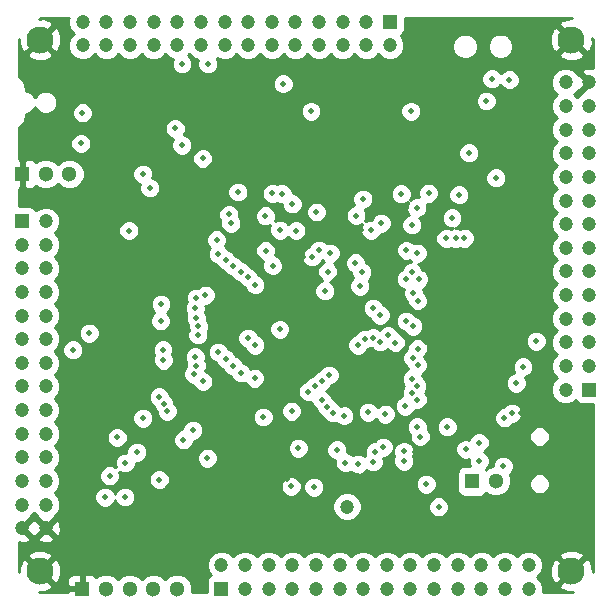
<source format=gbr>
G04 #@! TF.FileFunction,Copper,L3,Inr,Signal*
%FSLAX46Y46*%
G04 Gerber Fmt 4.6, Leading zero omitted, Abs format (unit mm)*
G04 Created by KiCad (PCBNEW 4.0.6) date 03/11/19 23:36:44*
%MOMM*%
%LPD*%
G01*
G04 APERTURE LIST*
%ADD10C,0.100000*%
%ADD11R,1.300000X1.300000*%
%ADD12C,1.300000*%
%ADD13C,1.200000*%
%ADD14R,1.200000X1.200000*%
%ADD15C,2.300000*%
%ADD16C,0.500000*%
%ADD17C,0.250000*%
%ADD18C,0.254000*%
G04 APERTURE END LIST*
D10*
D11*
X139100000Y-139900000D03*
D12*
X141100000Y-139900000D03*
D13*
X143870000Y-149000000D03*
X143870000Y-147000000D03*
X141870000Y-147000000D03*
X141870000Y-149000000D03*
D14*
X117870000Y-149000000D03*
D13*
X117870000Y-147000000D03*
X119870000Y-149000000D03*
X119870000Y-147000000D03*
X121870000Y-149000000D03*
X121870000Y-147000000D03*
X123870000Y-149000000D03*
X123870000Y-147000000D03*
X125870000Y-149000000D03*
X125870000Y-147000000D03*
X127870000Y-149000000D03*
X127870000Y-147000000D03*
X129870000Y-149000000D03*
X129870000Y-147000000D03*
X131870000Y-149000000D03*
X131870000Y-147000000D03*
X133870000Y-149000000D03*
X133870000Y-147000000D03*
X135870000Y-149000000D03*
X135870000Y-147000000D03*
X137870000Y-149000000D03*
X137870000Y-147000000D03*
X139870000Y-149000000D03*
X139870000Y-147000000D03*
X106130000Y-101000000D03*
X106130000Y-103000000D03*
X108130000Y-103000000D03*
X108130000Y-101000000D03*
D14*
X132130000Y-101000000D03*
D13*
X132130000Y-103000000D03*
X130130000Y-101000000D03*
X130130000Y-103000000D03*
X128130000Y-101000000D03*
X128130000Y-103000000D03*
X126130000Y-101000000D03*
X126130000Y-103000000D03*
X124130000Y-101000000D03*
X124130000Y-103000000D03*
X122130000Y-101000000D03*
X122130000Y-103000000D03*
X120130000Y-101000000D03*
X120130000Y-103000000D03*
X118130000Y-101000000D03*
X118130000Y-103000000D03*
X116130000Y-101000000D03*
X116130000Y-103000000D03*
X114130000Y-101000000D03*
X114130000Y-103000000D03*
X112130000Y-101000000D03*
X112130000Y-103000000D03*
X110130000Y-101000000D03*
X110130000Y-103000000D03*
D15*
X147500000Y-147500000D03*
X102500000Y-147500000D03*
X147500000Y-102500000D03*
X102500000Y-102500000D03*
D13*
X101000000Y-143870000D03*
X103000000Y-143870000D03*
X103000000Y-141870000D03*
X101000000Y-141870000D03*
D14*
X101000000Y-117870000D03*
D13*
X103000000Y-117870000D03*
X101000000Y-119870000D03*
X103000000Y-119870000D03*
X101000000Y-121870000D03*
X103000000Y-121870000D03*
X101000000Y-123870000D03*
X103000000Y-123870000D03*
X101000000Y-125870000D03*
X103000000Y-125870000D03*
X101000000Y-127870000D03*
X103000000Y-127870000D03*
X101000000Y-129870000D03*
X103000000Y-129870000D03*
X101000000Y-131870000D03*
X103000000Y-131870000D03*
X101000000Y-133870000D03*
X103000000Y-133870000D03*
X101000000Y-135870000D03*
X103000000Y-135870000D03*
X101000000Y-137870000D03*
X103000000Y-137870000D03*
X101000000Y-139870000D03*
X103000000Y-139870000D03*
D11*
X101000000Y-113870000D03*
D12*
X103000000Y-113870000D03*
X105000000Y-113870000D03*
X114100000Y-149000000D03*
D11*
X106100000Y-149000000D03*
D12*
X108100000Y-149000000D03*
X110100000Y-149000000D03*
X112100000Y-149000000D03*
D13*
X149000000Y-106130000D03*
X147000000Y-106130000D03*
X147000000Y-108130000D03*
X149000000Y-108130000D03*
D14*
X149000000Y-132130000D03*
D13*
X147000000Y-132130000D03*
X149000000Y-130130000D03*
X147000000Y-130130000D03*
X149000000Y-128130000D03*
X147000000Y-128130000D03*
X149000000Y-126130000D03*
X147000000Y-126130000D03*
X149000000Y-124130000D03*
X147000000Y-124130000D03*
X149000000Y-122130000D03*
X147000000Y-122130000D03*
X149000000Y-120130000D03*
X147000000Y-120130000D03*
X149000000Y-118130000D03*
X147000000Y-118130000D03*
X149000000Y-116130000D03*
X147000000Y-116130000D03*
X149000000Y-114130000D03*
X147000000Y-114130000D03*
X149000000Y-112130000D03*
X147000000Y-112130000D03*
X149000000Y-110130000D03*
X147000000Y-110130000D03*
D16*
X105290000Y-128760000D03*
X123440000Y-139720000D03*
X128750000Y-139680000D03*
X137390000Y-137440000D03*
X138220000Y-135820000D03*
X129710000Y-132640000D03*
D13*
X146690000Y-136810000D03*
D16*
X124810000Y-120880000D03*
X124810000Y-117100000D03*
X129720000Y-118650000D03*
X123230000Y-111320000D03*
X143930000Y-114200000D03*
X141690000Y-121400000D03*
X134230000Y-137420000D03*
X111200000Y-141540000D03*
X115730000Y-110310000D03*
X109670000Y-110730000D03*
X143190000Y-134140000D03*
X141090000Y-128250000D03*
X110410000Y-123880000D03*
X110430000Y-131880000D03*
X110490000Y-127550000D03*
X127750000Y-110220000D03*
X142810000Y-111470000D03*
X111800000Y-137710000D03*
X137750000Y-105850000D03*
X137200000Y-111090000D03*
X141060000Y-116250000D03*
X116720000Y-139570000D03*
X135200000Y-140150000D03*
X136250000Y-142050000D03*
X138540000Y-137200000D03*
X137690000Y-119330000D03*
X139700000Y-136620000D03*
X137390000Y-117590000D03*
X141730000Y-138610000D03*
X130520000Y-118640000D03*
X117450000Y-119440000D03*
X115440000Y-135570000D03*
X131410000Y-118060000D03*
X120670000Y-131180000D03*
X114650000Y-136390000D03*
X133090000Y-115570000D03*
X140300000Y-107700000D03*
X121590000Y-117420000D03*
X121410000Y-134460000D03*
X133900000Y-108580000D03*
X125450000Y-108580000D03*
X119250000Y-115410000D03*
X123100000Y-106230000D03*
X115860000Y-127500000D03*
X116300000Y-131450000D03*
X106100000Y-108700000D03*
X116510000Y-124150000D03*
X135400000Y-115500000D03*
X134420000Y-116730000D03*
X140750000Y-105820000D03*
X109040000Y-136190000D03*
X110020000Y-118670000D03*
X106660000Y-127350000D03*
X108000000Y-141240000D03*
X109720000Y-138350000D03*
X111200000Y-134570000D03*
X109690000Y-141230000D03*
X112610000Y-139750000D03*
D13*
X128500000Y-142040000D03*
D16*
X129210000Y-121400000D03*
X134470000Y-128660000D03*
X138440000Y-119330000D03*
X138820000Y-112090000D03*
X142470000Y-134140000D03*
X139700000Y-138200000D03*
X134690000Y-136110000D03*
X128350000Y-138310000D03*
X123780000Y-140340000D03*
X116680000Y-137950000D03*
X110700000Y-137440000D03*
X115740000Y-124400000D03*
X115520000Y-130840000D03*
X116270000Y-112570000D03*
X123000000Y-115550000D03*
X134560000Y-122800000D03*
X137950000Y-115630000D03*
X141090000Y-114200000D03*
X108390000Y-139440000D03*
X125910000Y-117100000D03*
X125520000Y-120900000D03*
X105960000Y-111300000D03*
X142250000Y-105890000D03*
X134010000Y-131240000D03*
X117600000Y-120660000D03*
X117600000Y-128950000D03*
X134420000Y-131820000D03*
X118220000Y-121170000D03*
X118220000Y-129550000D03*
X134020000Y-132400000D03*
X118860000Y-130140000D03*
X118860000Y-121670000D03*
X134440000Y-132980000D03*
X119500000Y-130730000D03*
X119500000Y-122170000D03*
X120110000Y-127780000D03*
X129990000Y-127860000D03*
X120110000Y-122640000D03*
X120710000Y-123250000D03*
X129410000Y-128370000D03*
X120710000Y-128370000D03*
X112750000Y-124910000D03*
X115640000Y-125250000D03*
X112710000Y-126310000D03*
X115740000Y-126040000D03*
X115920000Y-126750000D03*
X112920000Y-128750000D03*
X134470000Y-124600000D03*
X112960000Y-129640000D03*
X115650000Y-129350000D03*
X115740000Y-130100000D03*
X112600000Y-132750000D03*
X113000000Y-133330000D03*
X113270000Y-133980000D03*
X133310000Y-137370000D03*
X133300000Y-138190000D03*
X131750000Y-134220000D03*
X133510000Y-126330000D03*
X126980000Y-130910000D03*
X126390000Y-131380000D03*
X124380000Y-137090000D03*
X125810000Y-131830000D03*
X123800000Y-133970000D03*
X125220000Y-132300000D03*
X133420000Y-133560000D03*
X125680000Y-140410000D03*
X126340000Y-133030000D03*
X126830000Y-133600000D03*
X121600000Y-120360000D03*
X127330000Y-134110000D03*
X126140000Y-120340000D03*
X127070000Y-120600000D03*
X127620000Y-137240000D03*
X128230000Y-134340000D03*
X126850000Y-122140000D03*
X129430000Y-138440000D03*
X130290000Y-134040000D03*
X134010000Y-122200000D03*
X129760000Y-122200000D03*
X134460000Y-120600000D03*
X130720000Y-138260000D03*
X133530000Y-120350000D03*
X130870000Y-137390000D03*
X134450000Y-135280000D03*
X136980000Y-135280000D03*
X133980000Y-118200000D03*
X131580000Y-137010000D03*
X142820000Y-131600000D03*
X143400000Y-130190000D03*
X144510000Y-128040000D03*
X132600000Y-128150000D03*
X132000000Y-127550000D03*
X134070000Y-129490000D03*
X131320000Y-128080000D03*
X131320000Y-125850000D03*
X130700000Y-127750000D03*
X134470000Y-130070000D03*
X130700000Y-125250000D03*
X129580000Y-123370000D03*
X134120000Y-123990000D03*
X126620000Y-123790000D03*
X129840000Y-116000000D03*
X129260000Y-117400000D03*
X123870000Y-116400000D03*
X113940000Y-110030000D03*
X114520000Y-111450000D03*
X133510000Y-122780000D03*
X122200000Y-121640000D03*
X114530000Y-104540000D03*
X116720000Y-104540000D03*
X122170000Y-115530000D03*
X124170000Y-118670000D03*
X122790000Y-127040000D03*
X134080000Y-126780000D03*
X122790000Y-118650000D03*
X141830000Y-134530000D03*
X136870000Y-119340000D03*
X111800000Y-115070000D03*
X118480000Y-117310000D03*
X118660000Y-118070000D03*
X111200000Y-113880000D03*
D17*
X123440000Y-139720000D02*
X123440000Y-139420000D01*
X123440000Y-139420000D02*
X124220000Y-138640000D01*
X128300000Y-139680000D02*
X128750000Y-139680000D01*
X127260000Y-138640000D02*
X128300000Y-139680000D01*
X124220000Y-138640000D02*
X127260000Y-138640000D01*
X134230000Y-137420000D02*
X137370000Y-137420000D01*
X137370000Y-137420000D02*
X137390000Y-137440000D01*
X124810000Y-120880000D02*
X124810000Y-119350000D01*
X124810000Y-119350000D02*
X125510000Y-118650000D01*
X124810000Y-117100000D02*
X124810000Y-117950000D01*
X124810000Y-117950000D02*
X125510000Y-118650000D01*
X125510000Y-118650000D02*
X129720000Y-118650000D01*
X127750000Y-110220000D02*
X123620000Y-110220000D01*
X123230000Y-110610000D02*
X123230000Y-111320000D01*
X123620000Y-110220000D02*
X123230000Y-110610000D01*
X141060000Y-116250000D02*
X141060000Y-120770000D01*
X141060000Y-120770000D02*
X141690000Y-121400000D01*
X143930000Y-114200000D02*
X143930000Y-115420000D01*
X143100000Y-116250000D02*
X141060000Y-116250000D01*
X143930000Y-115420000D02*
X143100000Y-116250000D01*
X134230000Y-137420000D02*
X134230000Y-137410000D01*
D18*
G36*
X104895215Y-100753266D02*
X104894786Y-101244579D01*
X105082408Y-101698657D01*
X105383446Y-102000221D01*
X105083629Y-102299515D01*
X104895215Y-102753266D01*
X104894786Y-103244579D01*
X105082408Y-103698657D01*
X105429515Y-104046371D01*
X105883266Y-104234785D01*
X106374579Y-104235214D01*
X106828657Y-104047592D01*
X107130221Y-103746554D01*
X107429515Y-104046371D01*
X107883266Y-104234785D01*
X108374579Y-104235214D01*
X108828657Y-104047592D01*
X109130221Y-103746554D01*
X109429515Y-104046371D01*
X109883266Y-104234785D01*
X110374579Y-104235214D01*
X110828657Y-104047592D01*
X111130221Y-103746554D01*
X111429515Y-104046371D01*
X111883266Y-104234785D01*
X112374579Y-104235214D01*
X112828657Y-104047592D01*
X113130221Y-103746554D01*
X113429515Y-104046371D01*
X113725649Y-104169337D01*
X113645154Y-104363190D01*
X113644847Y-104715265D01*
X113779296Y-105040657D01*
X114028033Y-105289829D01*
X114353190Y-105424846D01*
X114705265Y-105425153D01*
X115030657Y-105290704D01*
X115279829Y-105041967D01*
X115414846Y-104716810D01*
X115415153Y-104364735D01*
X115280704Y-104039343D01*
X115059200Y-103817452D01*
X115130221Y-103746554D01*
X115429515Y-104046371D01*
X115883266Y-104234785D01*
X115888471Y-104234790D01*
X115835154Y-104363190D01*
X115834847Y-104715265D01*
X115969296Y-105040657D01*
X116218033Y-105289829D01*
X116543190Y-105424846D01*
X116895265Y-105425153D01*
X117220657Y-105290704D01*
X117469829Y-105041967D01*
X117604846Y-104716810D01*
X117605153Y-104364735D01*
X117482740Y-104068472D01*
X117883266Y-104234785D01*
X118374579Y-104235214D01*
X118828657Y-104047592D01*
X119130221Y-103746554D01*
X119429515Y-104046371D01*
X119883266Y-104234785D01*
X120374579Y-104235214D01*
X120828657Y-104047592D01*
X121130221Y-103746554D01*
X121429515Y-104046371D01*
X121883266Y-104234785D01*
X122374579Y-104235214D01*
X122828657Y-104047592D01*
X123130221Y-103746554D01*
X123429515Y-104046371D01*
X123883266Y-104234785D01*
X124374579Y-104235214D01*
X124828657Y-104047592D01*
X125130221Y-103746554D01*
X125429515Y-104046371D01*
X125883266Y-104234785D01*
X126374579Y-104235214D01*
X126828657Y-104047592D01*
X127130221Y-103746554D01*
X127429515Y-104046371D01*
X127883266Y-104234785D01*
X128374579Y-104235214D01*
X128828657Y-104047592D01*
X129130221Y-103746554D01*
X129429515Y-104046371D01*
X129883266Y-104234785D01*
X130374579Y-104235214D01*
X130828657Y-104047592D01*
X131130221Y-103746554D01*
X131429515Y-104046371D01*
X131883266Y-104234785D01*
X132374579Y-104235214D01*
X132828657Y-104047592D01*
X133176371Y-103700485D01*
X133346872Y-103289873D01*
X137414812Y-103289873D01*
X137579646Y-103688800D01*
X137884595Y-103994282D01*
X138283233Y-104159811D01*
X138714873Y-104160188D01*
X139113800Y-103995354D01*
X139419282Y-103690405D01*
X139584811Y-103291767D01*
X139584812Y-103289873D01*
X140414812Y-103289873D01*
X140579646Y-103688800D01*
X140884595Y-103994282D01*
X141283233Y-104159811D01*
X141714873Y-104160188D01*
X142113800Y-103995354D01*
X142348538Y-103761025D01*
X146418581Y-103761025D01*
X146535601Y-104043446D01*
X147199663Y-104295018D01*
X147909448Y-104273314D01*
X148464399Y-104043446D01*
X148581419Y-103761025D01*
X147500000Y-102679605D01*
X146418581Y-103761025D01*
X142348538Y-103761025D01*
X142419282Y-103690405D01*
X142584811Y-103291767D01*
X142585188Y-102860127D01*
X142420354Y-102461200D01*
X142159274Y-102199663D01*
X145704982Y-102199663D01*
X145726686Y-102909448D01*
X145956554Y-103464399D01*
X146238975Y-103581419D01*
X147320395Y-102500000D01*
X146238975Y-101418581D01*
X145956554Y-101535601D01*
X145704982Y-102199663D01*
X142159274Y-102199663D01*
X142115405Y-102155718D01*
X141716767Y-101990189D01*
X141285127Y-101989812D01*
X140886200Y-102154646D01*
X140580718Y-102459595D01*
X140415189Y-102858233D01*
X140414812Y-103289873D01*
X139584812Y-103289873D01*
X139585188Y-102860127D01*
X139420354Y-102461200D01*
X139115405Y-102155718D01*
X138716767Y-101990189D01*
X138285127Y-101989812D01*
X137886200Y-102154646D01*
X137580718Y-102459595D01*
X137415189Y-102858233D01*
X137414812Y-103289873D01*
X133346872Y-103289873D01*
X133364785Y-103246734D01*
X133365214Y-102755421D01*
X133177592Y-102301343D01*
X133034891Y-102158392D01*
X133181441Y-102064090D01*
X133326431Y-101851890D01*
X133377440Y-101600000D01*
X133377440Y-100685000D01*
X147432533Y-100685000D01*
X147568612Y-100712068D01*
X147090552Y-100726686D01*
X146535601Y-100956554D01*
X146418581Y-101238975D01*
X147500000Y-102320395D01*
X147514142Y-102306252D01*
X147693748Y-102485858D01*
X147679605Y-102500000D01*
X148761025Y-103581419D01*
X149043446Y-103464399D01*
X149295018Y-102800337D01*
X149282974Y-102406461D01*
X149315000Y-102567467D01*
X149315000Y-104932367D01*
X149168964Y-104882193D01*
X148678587Y-104912518D01*
X148366383Y-105041836D01*
X148316870Y-105267265D01*
X149000000Y-105950395D01*
X149014143Y-105936253D01*
X149193748Y-106115858D01*
X149179605Y-106130000D01*
X149193748Y-106144143D01*
X149014143Y-106323748D01*
X149000000Y-106309605D01*
X148316870Y-106992735D01*
X148333635Y-107069065D01*
X148301343Y-107082408D01*
X147999779Y-107383446D01*
X147746554Y-107129779D01*
X148046371Y-106830485D01*
X148060572Y-106796285D01*
X148137265Y-106813130D01*
X148820395Y-106130000D01*
X148137265Y-105446870D01*
X148060935Y-105463635D01*
X148047592Y-105431343D01*
X147700485Y-105083629D01*
X147246734Y-104895215D01*
X146755421Y-104894786D01*
X146301343Y-105082408D01*
X145953629Y-105429515D01*
X145765215Y-105883266D01*
X145764786Y-106374579D01*
X145952408Y-106828657D01*
X146253446Y-107130221D01*
X145953629Y-107429515D01*
X145765215Y-107883266D01*
X145764786Y-108374579D01*
X145952408Y-108828657D01*
X146253446Y-109130221D01*
X145953629Y-109429515D01*
X145765215Y-109883266D01*
X145764786Y-110374579D01*
X145952408Y-110828657D01*
X146253446Y-111130221D01*
X145953629Y-111429515D01*
X145765215Y-111883266D01*
X145764786Y-112374579D01*
X145952408Y-112828657D01*
X146253446Y-113130221D01*
X145953629Y-113429515D01*
X145765215Y-113883266D01*
X145764786Y-114374579D01*
X145952408Y-114828657D01*
X146253446Y-115130221D01*
X145953629Y-115429515D01*
X145765215Y-115883266D01*
X145764786Y-116374579D01*
X145952408Y-116828657D01*
X146253446Y-117130221D01*
X145953629Y-117429515D01*
X145765215Y-117883266D01*
X145764786Y-118374579D01*
X145952408Y-118828657D01*
X146253446Y-119130221D01*
X145953629Y-119429515D01*
X145765215Y-119883266D01*
X145764786Y-120374579D01*
X145952408Y-120828657D01*
X146253446Y-121130221D01*
X145953629Y-121429515D01*
X145765215Y-121883266D01*
X145764786Y-122374579D01*
X145952408Y-122828657D01*
X146253446Y-123130221D01*
X145953629Y-123429515D01*
X145765215Y-123883266D01*
X145764786Y-124374579D01*
X145952408Y-124828657D01*
X146253446Y-125130221D01*
X145953629Y-125429515D01*
X145765215Y-125883266D01*
X145764786Y-126374579D01*
X145952408Y-126828657D01*
X146253446Y-127130221D01*
X145953629Y-127429515D01*
X145765215Y-127883266D01*
X145764786Y-128374579D01*
X145952408Y-128828657D01*
X146253446Y-129130221D01*
X145953629Y-129429515D01*
X145765215Y-129883266D01*
X145764786Y-130374579D01*
X145952408Y-130828657D01*
X146253446Y-131130221D01*
X145953629Y-131429515D01*
X145765215Y-131883266D01*
X145764786Y-132374579D01*
X145952408Y-132828657D01*
X146299515Y-133176371D01*
X146753266Y-133364785D01*
X147244579Y-133365214D01*
X147698657Y-133177592D01*
X147841608Y-133034891D01*
X147935910Y-133181441D01*
X148148110Y-133326431D01*
X148400000Y-133377440D01*
X149315000Y-133377440D01*
X149315000Y-147432533D01*
X149287932Y-147568612D01*
X149273314Y-147090552D01*
X149043446Y-146535601D01*
X148761025Y-146418581D01*
X147679605Y-147500000D01*
X147693748Y-147514142D01*
X147514142Y-147693748D01*
X147500000Y-147679605D01*
X146418581Y-148761025D01*
X146535601Y-149043446D01*
X147199663Y-149295018D01*
X147593539Y-149282974D01*
X147432533Y-149315000D01*
X145076438Y-149315000D01*
X145104785Y-149246734D01*
X145105214Y-148755421D01*
X144917592Y-148301343D01*
X144616554Y-147999779D01*
X144916371Y-147700485D01*
X145104785Y-147246734D01*
X145104826Y-147199663D01*
X145704982Y-147199663D01*
X145726686Y-147909448D01*
X145956554Y-148464399D01*
X146238975Y-148581419D01*
X147320395Y-147500000D01*
X146238975Y-146418581D01*
X145956554Y-146535601D01*
X145704982Y-147199663D01*
X145104826Y-147199663D01*
X145105214Y-146755421D01*
X144917592Y-146301343D01*
X144855333Y-146238975D01*
X146418581Y-146238975D01*
X147500000Y-147320395D01*
X148581419Y-146238975D01*
X148464399Y-145956554D01*
X147800337Y-145704982D01*
X147090552Y-145726686D01*
X146535601Y-145956554D01*
X146418581Y-146238975D01*
X144855333Y-146238975D01*
X144570485Y-145953629D01*
X144116734Y-145765215D01*
X143625421Y-145764786D01*
X143171343Y-145952408D01*
X142869779Y-146253446D01*
X142570485Y-145953629D01*
X142116734Y-145765215D01*
X141625421Y-145764786D01*
X141171343Y-145952408D01*
X140869779Y-146253446D01*
X140570485Y-145953629D01*
X140116734Y-145765215D01*
X139625421Y-145764786D01*
X139171343Y-145952408D01*
X138869779Y-146253446D01*
X138570485Y-145953629D01*
X138116734Y-145765215D01*
X137625421Y-145764786D01*
X137171343Y-145952408D01*
X136869779Y-146253446D01*
X136570485Y-145953629D01*
X136116734Y-145765215D01*
X135625421Y-145764786D01*
X135171343Y-145952408D01*
X134869779Y-146253446D01*
X134570485Y-145953629D01*
X134116734Y-145765215D01*
X133625421Y-145764786D01*
X133171343Y-145952408D01*
X132869779Y-146253446D01*
X132570485Y-145953629D01*
X132116734Y-145765215D01*
X131625421Y-145764786D01*
X131171343Y-145952408D01*
X130869779Y-146253446D01*
X130570485Y-145953629D01*
X130116734Y-145765215D01*
X129625421Y-145764786D01*
X129171343Y-145952408D01*
X128869779Y-146253446D01*
X128570485Y-145953629D01*
X128116734Y-145765215D01*
X127625421Y-145764786D01*
X127171343Y-145952408D01*
X126869779Y-146253446D01*
X126570485Y-145953629D01*
X126116734Y-145765215D01*
X125625421Y-145764786D01*
X125171343Y-145952408D01*
X124869779Y-146253446D01*
X124570485Y-145953629D01*
X124116734Y-145765215D01*
X123625421Y-145764786D01*
X123171343Y-145952408D01*
X122869779Y-146253446D01*
X122570485Y-145953629D01*
X122116734Y-145765215D01*
X121625421Y-145764786D01*
X121171343Y-145952408D01*
X120869779Y-146253446D01*
X120570485Y-145953629D01*
X120116734Y-145765215D01*
X119625421Y-145764786D01*
X119171343Y-145952408D01*
X118869779Y-146253446D01*
X118570485Y-145953629D01*
X118116734Y-145765215D01*
X117625421Y-145764786D01*
X117171343Y-145952408D01*
X116823629Y-146299515D01*
X116635215Y-146753266D01*
X116634786Y-147244579D01*
X116822408Y-147698657D01*
X116965109Y-147841608D01*
X116818559Y-147935910D01*
X116673569Y-148148110D01*
X116622560Y-148400000D01*
X116622560Y-149315000D01*
X115360579Y-149315000D01*
X115384777Y-149256724D01*
X115385223Y-148745519D01*
X115190005Y-148273057D01*
X114828845Y-147911265D01*
X114356724Y-147715223D01*
X113845519Y-147714777D01*
X113373057Y-147909995D01*
X113099840Y-148182734D01*
X112828845Y-147911265D01*
X112356724Y-147715223D01*
X111845519Y-147714777D01*
X111373057Y-147909995D01*
X111099840Y-148182734D01*
X110828845Y-147911265D01*
X110356724Y-147715223D01*
X109845519Y-147714777D01*
X109373057Y-147909995D01*
X109099840Y-148182734D01*
X108828845Y-147911265D01*
X108356724Y-147715223D01*
X107845519Y-147714777D01*
X107373057Y-147909995D01*
X107289580Y-147993326D01*
X107288327Y-147990301D01*
X107109698Y-147811673D01*
X106876309Y-147715000D01*
X106385750Y-147715000D01*
X106227000Y-147873750D01*
X106227000Y-148873000D01*
X106247000Y-148873000D01*
X106247000Y-149127000D01*
X106227000Y-149127000D01*
X106227000Y-149147000D01*
X105973000Y-149147000D01*
X105973000Y-149127000D01*
X104973750Y-149127000D01*
X104815000Y-149285750D01*
X104815000Y-149315000D01*
X102567467Y-149315000D01*
X102431388Y-149287932D01*
X102909448Y-149273314D01*
X103464399Y-149043446D01*
X103581419Y-148761025D01*
X102500000Y-147679605D01*
X102485858Y-147693748D01*
X102306252Y-147514142D01*
X102320395Y-147500000D01*
X102679605Y-147500000D01*
X103761025Y-148581419D01*
X104043446Y-148464399D01*
X104134635Y-148223690D01*
X104815000Y-148223690D01*
X104815000Y-148714250D01*
X104973750Y-148873000D01*
X105973000Y-148873000D01*
X105973000Y-147873750D01*
X105814250Y-147715000D01*
X105323691Y-147715000D01*
X105090302Y-147811673D01*
X104911673Y-147990301D01*
X104815000Y-148223690D01*
X104134635Y-148223690D01*
X104295018Y-147800337D01*
X104273314Y-147090552D01*
X104043446Y-146535601D01*
X103761025Y-146418581D01*
X102679605Y-147500000D01*
X102320395Y-147500000D01*
X101238975Y-146418581D01*
X100956554Y-146535601D01*
X100704982Y-147199663D01*
X100717026Y-147593539D01*
X100685000Y-147432533D01*
X100685000Y-146238975D01*
X101418581Y-146238975D01*
X102500000Y-147320395D01*
X103581419Y-146238975D01*
X103464399Y-145956554D01*
X102800337Y-145704982D01*
X102090552Y-145726686D01*
X101535601Y-145956554D01*
X101418581Y-146238975D01*
X100685000Y-146238975D01*
X100685000Y-145067633D01*
X100831036Y-145117807D01*
X101321413Y-145087482D01*
X101633617Y-144958164D01*
X101683130Y-144732735D01*
X102316870Y-144732735D01*
X102366383Y-144958164D01*
X102831036Y-145117807D01*
X103321413Y-145087482D01*
X103633617Y-144958164D01*
X103683130Y-144732735D01*
X103000000Y-144049605D01*
X102316870Y-144732735D01*
X101683130Y-144732735D01*
X101000000Y-144049605D01*
X100985858Y-144063748D01*
X100806253Y-143884143D01*
X100820395Y-143870000D01*
X101179605Y-143870000D01*
X101862735Y-144553130D01*
X102000000Y-144522981D01*
X102137265Y-144553130D01*
X102820395Y-143870000D01*
X103179605Y-143870000D01*
X103862735Y-144553130D01*
X104088164Y-144503617D01*
X104247807Y-144038964D01*
X104217482Y-143548587D01*
X104088164Y-143236383D01*
X103862735Y-143186870D01*
X103179605Y-143870000D01*
X102820395Y-143870000D01*
X102137265Y-143186870D01*
X102000000Y-143217019D01*
X101862735Y-143186870D01*
X101179605Y-143870000D01*
X100820395Y-143870000D01*
X100806253Y-143855858D01*
X100985858Y-143676253D01*
X101000000Y-143690395D01*
X101683130Y-143007265D01*
X101666365Y-142930935D01*
X101698657Y-142917592D01*
X102000221Y-142616554D01*
X102299515Y-142916371D01*
X102333715Y-142930572D01*
X102316870Y-143007265D01*
X103000000Y-143690395D01*
X103683130Y-143007265D01*
X103666365Y-142930935D01*
X103698657Y-142917592D01*
X104046371Y-142570485D01*
X104165089Y-142284579D01*
X127264786Y-142284579D01*
X127452408Y-142738657D01*
X127799515Y-143086371D01*
X128253266Y-143274785D01*
X128744579Y-143275214D01*
X129198657Y-143087592D01*
X129546371Y-142740485D01*
X129734785Y-142286734D01*
X129734838Y-142225265D01*
X135364847Y-142225265D01*
X135499296Y-142550657D01*
X135748033Y-142799829D01*
X136073190Y-142934846D01*
X136425265Y-142935153D01*
X136750657Y-142800704D01*
X136999829Y-142551967D01*
X137134846Y-142226810D01*
X137135153Y-141874735D01*
X137000704Y-141549343D01*
X136751967Y-141300171D01*
X136426810Y-141165154D01*
X136074735Y-141164847D01*
X135749343Y-141299296D01*
X135500171Y-141548033D01*
X135365154Y-141873190D01*
X135364847Y-142225265D01*
X129734838Y-142225265D01*
X129735214Y-141795421D01*
X129547592Y-141341343D01*
X129200485Y-140993629D01*
X128746734Y-140805215D01*
X128255421Y-140804786D01*
X127801343Y-140992408D01*
X127453629Y-141339515D01*
X127265215Y-141793266D01*
X127264786Y-142284579D01*
X104165089Y-142284579D01*
X104234785Y-142116734D01*
X104235214Y-141625421D01*
X104148379Y-141415265D01*
X107114847Y-141415265D01*
X107249296Y-141740657D01*
X107498033Y-141989829D01*
X107823190Y-142124846D01*
X108175265Y-142125153D01*
X108500657Y-141990704D01*
X108749829Y-141741967D01*
X108847139Y-141507619D01*
X108939296Y-141730657D01*
X109188033Y-141979829D01*
X109513190Y-142114846D01*
X109865265Y-142115153D01*
X110190657Y-141980704D01*
X110439829Y-141731967D01*
X110574846Y-141406810D01*
X110575153Y-141054735D01*
X110440704Y-140729343D01*
X110191967Y-140480171D01*
X109866810Y-140345154D01*
X109514735Y-140344847D01*
X109189343Y-140479296D01*
X108940171Y-140728033D01*
X108842861Y-140962381D01*
X108750704Y-140739343D01*
X108501967Y-140490171D01*
X108176810Y-140355154D01*
X107824735Y-140354847D01*
X107499343Y-140489296D01*
X107250171Y-140738033D01*
X107115154Y-141063190D01*
X107114847Y-141415265D01*
X104148379Y-141415265D01*
X104047592Y-141171343D01*
X103746554Y-140869779D01*
X104046371Y-140570485D01*
X104234785Y-140116734D01*
X104235214Y-139625421D01*
X104231018Y-139615265D01*
X107504847Y-139615265D01*
X107639296Y-139940657D01*
X107888033Y-140189829D01*
X108213190Y-140324846D01*
X108565265Y-140325153D01*
X108890657Y-140190704D01*
X109139829Y-139941967D01*
X109146764Y-139925265D01*
X111724847Y-139925265D01*
X111859296Y-140250657D01*
X112108033Y-140499829D01*
X112433190Y-140634846D01*
X112785265Y-140635153D01*
X113075416Y-140515265D01*
X122894847Y-140515265D01*
X123029296Y-140840657D01*
X123278033Y-141089829D01*
X123603190Y-141224846D01*
X123955265Y-141225153D01*
X124280657Y-141090704D01*
X124529829Y-140841967D01*
X124636420Y-140585265D01*
X124794847Y-140585265D01*
X124929296Y-140910657D01*
X125178033Y-141159829D01*
X125503190Y-141294846D01*
X125855265Y-141295153D01*
X126180657Y-141160704D01*
X126429829Y-140911967D01*
X126564846Y-140586810D01*
X126565074Y-140325265D01*
X134314847Y-140325265D01*
X134449296Y-140650657D01*
X134698033Y-140899829D01*
X135023190Y-141034846D01*
X135375265Y-141035153D01*
X135700657Y-140900704D01*
X135949829Y-140651967D01*
X136084846Y-140326810D01*
X136085153Y-139974735D01*
X135950704Y-139649343D01*
X135701967Y-139400171D01*
X135376810Y-139265154D01*
X135024735Y-139264847D01*
X134699343Y-139399296D01*
X134450171Y-139648033D01*
X134315154Y-139973190D01*
X134314847Y-140325265D01*
X126565074Y-140325265D01*
X126565153Y-140234735D01*
X126430704Y-139909343D01*
X126181967Y-139660171D01*
X125856810Y-139525154D01*
X125504735Y-139524847D01*
X125179343Y-139659296D01*
X124930171Y-139908033D01*
X124795154Y-140233190D01*
X124794847Y-140585265D01*
X124636420Y-140585265D01*
X124664846Y-140516810D01*
X124665153Y-140164735D01*
X124530704Y-139839343D01*
X124281967Y-139590171D01*
X123956810Y-139455154D01*
X123604735Y-139454847D01*
X123279343Y-139589296D01*
X123030171Y-139838033D01*
X122895154Y-140163190D01*
X122894847Y-140515265D01*
X113075416Y-140515265D01*
X113110657Y-140500704D01*
X113359829Y-140251967D01*
X113494846Y-139926810D01*
X113495153Y-139574735D01*
X113360704Y-139249343D01*
X113111967Y-139000171D01*
X112786810Y-138865154D01*
X112434735Y-138864847D01*
X112109343Y-138999296D01*
X111860171Y-139248033D01*
X111725154Y-139573190D01*
X111724847Y-139925265D01*
X109146764Y-139925265D01*
X109274846Y-139616810D01*
X109275153Y-139264735D01*
X109199234Y-139080997D01*
X109218033Y-139099829D01*
X109543190Y-139234846D01*
X109895265Y-139235153D01*
X110220657Y-139100704D01*
X110469829Y-138851967D01*
X110604846Y-138526810D01*
X110605022Y-138324917D01*
X110875265Y-138325153D01*
X111200657Y-138190704D01*
X111266210Y-138125265D01*
X115794847Y-138125265D01*
X115929296Y-138450657D01*
X116178033Y-138699829D01*
X116503190Y-138834846D01*
X116855265Y-138835153D01*
X117180657Y-138700704D01*
X117429829Y-138451967D01*
X117564846Y-138126810D01*
X117565153Y-137774735D01*
X117430704Y-137449343D01*
X117246948Y-137265265D01*
X123494847Y-137265265D01*
X123629296Y-137590657D01*
X123878033Y-137839829D01*
X124203190Y-137974846D01*
X124555265Y-137975153D01*
X124880657Y-137840704D01*
X125129829Y-137591967D01*
X125203202Y-137415265D01*
X126734847Y-137415265D01*
X126869296Y-137740657D01*
X127118033Y-137989829D01*
X127443190Y-138124846D01*
X127468610Y-138124868D01*
X127465154Y-138133190D01*
X127464847Y-138485265D01*
X127599296Y-138810657D01*
X127848033Y-139059829D01*
X128173190Y-139194846D01*
X128525265Y-139195153D01*
X128814179Y-139075776D01*
X128928033Y-139189829D01*
X129253190Y-139324846D01*
X129605265Y-139325153D01*
X129930657Y-139190704D01*
X130165033Y-138956737D01*
X130218033Y-139009829D01*
X130543190Y-139144846D01*
X130895265Y-139145153D01*
X131220657Y-139010704D01*
X131469829Y-138761967D01*
X131604846Y-138436810D01*
X131605153Y-138084735D01*
X131553048Y-137958631D01*
X131616758Y-137895032D01*
X131755265Y-137895153D01*
X132080657Y-137760704D01*
X132329829Y-137511967D01*
X132425076Y-137282587D01*
X132424847Y-137545265D01*
X132516922Y-137768105D01*
X132415154Y-138013190D01*
X132414847Y-138365265D01*
X132549296Y-138690657D01*
X132798033Y-138939829D01*
X133123190Y-139074846D01*
X133475265Y-139075153D01*
X133800657Y-138940704D01*
X134049829Y-138691967D01*
X134184846Y-138366810D01*
X134185153Y-138014735D01*
X134093078Y-137791895D01*
X134194846Y-137546810D01*
X134194995Y-137375265D01*
X137654847Y-137375265D01*
X137789296Y-137700657D01*
X138038033Y-137949829D01*
X138363190Y-138084846D01*
X138715265Y-138085153D01*
X138815136Y-138043887D01*
X138814847Y-138375265D01*
X138908763Y-138602560D01*
X138450000Y-138602560D01*
X138214683Y-138646838D01*
X137998559Y-138785910D01*
X137853569Y-138998110D01*
X137802560Y-139250000D01*
X137802560Y-140550000D01*
X137846838Y-140785317D01*
X137985910Y-141001441D01*
X138198110Y-141146431D01*
X138450000Y-141197440D01*
X139750000Y-141197440D01*
X139985317Y-141153162D01*
X140201441Y-141014090D01*
X140280687Y-140898109D01*
X140371155Y-140988735D01*
X140843276Y-141184777D01*
X141354481Y-141185223D01*
X141826943Y-140990005D01*
X142188735Y-140628845D01*
X142331402Y-140285265D01*
X143904847Y-140285265D01*
X144039296Y-140610657D01*
X144288033Y-140859829D01*
X144613190Y-140994846D01*
X144965265Y-140995153D01*
X145290657Y-140860704D01*
X145539829Y-140611967D01*
X145674846Y-140286810D01*
X145675153Y-139934735D01*
X145540704Y-139609343D01*
X145291967Y-139360171D01*
X144966810Y-139225154D01*
X144614735Y-139224847D01*
X144289343Y-139359296D01*
X144040171Y-139608033D01*
X143905154Y-139933190D01*
X143904847Y-140285265D01*
X142331402Y-140285265D01*
X142384777Y-140156724D01*
X142385223Y-139645519D01*
X142256769Y-139334638D01*
X142479829Y-139111967D01*
X142614846Y-138786810D01*
X142615153Y-138434735D01*
X142480704Y-138109343D01*
X142231967Y-137860171D01*
X141906810Y-137725154D01*
X141554735Y-137724847D01*
X141229343Y-137859296D01*
X140980171Y-138108033D01*
X140845154Y-138433190D01*
X140844995Y-138614993D01*
X140373057Y-138809995D01*
X140280746Y-138902145D01*
X140268447Y-138883032D01*
X140449829Y-138701967D01*
X140584846Y-138376810D01*
X140585153Y-138024735D01*
X140450704Y-137699343D01*
X140201967Y-137450171D01*
X140105388Y-137410068D01*
X140200657Y-137370704D01*
X140449829Y-137121967D01*
X140584846Y-136796810D01*
X140585153Y-136444735D01*
X140519262Y-136285265D01*
X143904847Y-136285265D01*
X144039296Y-136610657D01*
X144288033Y-136859829D01*
X144613190Y-136994846D01*
X144965265Y-136995153D01*
X145290657Y-136860704D01*
X145539829Y-136611967D01*
X145674846Y-136286810D01*
X145675153Y-135934735D01*
X145540704Y-135609343D01*
X145291967Y-135360171D01*
X144966810Y-135225154D01*
X144614735Y-135224847D01*
X144289343Y-135359296D01*
X144040171Y-135608033D01*
X143905154Y-135933190D01*
X143904847Y-136285265D01*
X140519262Y-136285265D01*
X140450704Y-136119343D01*
X140201967Y-135870171D01*
X139876810Y-135735154D01*
X139524735Y-135734847D01*
X139199343Y-135869296D01*
X138950171Y-136118033D01*
X138846038Y-136368814D01*
X138716810Y-136315154D01*
X138364735Y-136314847D01*
X138039343Y-136449296D01*
X137790171Y-136698033D01*
X137655154Y-137023190D01*
X137654847Y-137375265D01*
X134194995Y-137375265D01*
X134195153Y-137194735D01*
X134060704Y-136869343D01*
X133811967Y-136620171D01*
X133486810Y-136485154D01*
X133134735Y-136484847D01*
X132809343Y-136619296D01*
X132560171Y-136868033D01*
X132464924Y-137097413D01*
X132465153Y-136834735D01*
X132330704Y-136509343D01*
X132081967Y-136260171D01*
X131756810Y-136125154D01*
X131404735Y-136124847D01*
X131079343Y-136259296D01*
X130833242Y-136504968D01*
X130694735Y-136504847D01*
X130369343Y-136639296D01*
X130120171Y-136888033D01*
X129985154Y-137213190D01*
X129984847Y-137565265D01*
X130036952Y-137691369D01*
X129984967Y-137743263D01*
X129931967Y-137690171D01*
X129606810Y-137555154D01*
X129254735Y-137554847D01*
X128965821Y-137674224D01*
X128851967Y-137560171D01*
X128526810Y-137425154D01*
X128501390Y-137425132D01*
X128504846Y-137416810D01*
X128505153Y-137064735D01*
X128370704Y-136739343D01*
X128121967Y-136490171D01*
X127796810Y-136355154D01*
X127444735Y-136354847D01*
X127119343Y-136489296D01*
X126870171Y-136738033D01*
X126735154Y-137063190D01*
X126734847Y-137415265D01*
X125203202Y-137415265D01*
X125264846Y-137266810D01*
X125265153Y-136914735D01*
X125130704Y-136589343D01*
X124881967Y-136340171D01*
X124556810Y-136205154D01*
X124204735Y-136204847D01*
X123879343Y-136339296D01*
X123630171Y-136588033D01*
X123495154Y-136913190D01*
X123494847Y-137265265D01*
X117246948Y-137265265D01*
X117181967Y-137200171D01*
X116856810Y-137065154D01*
X116504735Y-137064847D01*
X116179343Y-137199296D01*
X115930171Y-137448033D01*
X115795154Y-137773190D01*
X115794847Y-138125265D01*
X111266210Y-138125265D01*
X111449829Y-137941967D01*
X111584846Y-137616810D01*
X111585153Y-137264735D01*
X111450704Y-136939343D01*
X111201967Y-136690171D01*
X110901160Y-136565265D01*
X113764847Y-136565265D01*
X113899296Y-136890657D01*
X114148033Y-137139829D01*
X114473190Y-137274846D01*
X114825265Y-137275153D01*
X115150657Y-137140704D01*
X115399829Y-136891967D01*
X115534846Y-136566810D01*
X115534943Y-136455083D01*
X115615265Y-136455153D01*
X115940657Y-136320704D01*
X116189829Y-136071967D01*
X116324846Y-135746810D01*
X116325100Y-135455265D01*
X133564847Y-135455265D01*
X133699296Y-135780657D01*
X133818787Y-135900357D01*
X133805154Y-135933190D01*
X133804847Y-136285265D01*
X133939296Y-136610657D01*
X134188033Y-136859829D01*
X134513190Y-136994846D01*
X134865265Y-136995153D01*
X135190657Y-136860704D01*
X135439829Y-136611967D01*
X135574846Y-136286810D01*
X135575153Y-135934735D01*
X135440704Y-135609343D01*
X135321213Y-135489643D01*
X135334846Y-135456810D01*
X135334847Y-135455265D01*
X136094847Y-135455265D01*
X136229296Y-135780657D01*
X136478033Y-136029829D01*
X136803190Y-136164846D01*
X137155265Y-136165153D01*
X137480657Y-136030704D01*
X137729829Y-135781967D01*
X137864846Y-135456810D01*
X137865153Y-135104735D01*
X137730704Y-134779343D01*
X137656756Y-134705265D01*
X140944847Y-134705265D01*
X141079296Y-135030657D01*
X141328033Y-135279829D01*
X141653190Y-135414846D01*
X142005265Y-135415153D01*
X142330657Y-135280704D01*
X142579829Y-135031967D01*
X142582681Y-135025098D01*
X142645265Y-135025153D01*
X142970657Y-134890704D01*
X143219829Y-134641967D01*
X143354846Y-134316810D01*
X143355153Y-133964735D01*
X143220704Y-133639343D01*
X142971967Y-133390171D01*
X142646810Y-133255154D01*
X142294735Y-133254847D01*
X141969343Y-133389296D01*
X141720171Y-133638033D01*
X141717319Y-133644902D01*
X141654735Y-133644847D01*
X141329343Y-133779296D01*
X141080171Y-134028033D01*
X140945154Y-134353190D01*
X140944847Y-134705265D01*
X137656756Y-134705265D01*
X137481967Y-134530171D01*
X137156810Y-134395154D01*
X136804735Y-134394847D01*
X136479343Y-134529296D01*
X136230171Y-134778033D01*
X136095154Y-135103190D01*
X136094847Y-135455265D01*
X135334847Y-135455265D01*
X135335153Y-135104735D01*
X135200704Y-134779343D01*
X134951967Y-134530171D01*
X134626810Y-134395154D01*
X134274735Y-134394847D01*
X133949343Y-134529296D01*
X133700171Y-134778033D01*
X133565154Y-135103190D01*
X133564847Y-135455265D01*
X116325100Y-135455265D01*
X116325153Y-135394735D01*
X116190704Y-135069343D01*
X115941967Y-134820171D01*
X115616810Y-134685154D01*
X115264735Y-134684847D01*
X114939343Y-134819296D01*
X114690171Y-135068033D01*
X114555154Y-135393190D01*
X114555057Y-135504917D01*
X114474735Y-135504847D01*
X114149343Y-135639296D01*
X113900171Y-135888033D01*
X113765154Y-136213190D01*
X113764847Y-136565265D01*
X110901160Y-136565265D01*
X110876810Y-136555154D01*
X110524735Y-136554847D01*
X110199343Y-136689296D01*
X109950171Y-136938033D01*
X109815154Y-137263190D01*
X109814978Y-137465083D01*
X109544735Y-137464847D01*
X109219343Y-137599296D01*
X108970171Y-137848033D01*
X108835154Y-138173190D01*
X108834847Y-138525265D01*
X108910766Y-138709003D01*
X108891967Y-138690171D01*
X108566810Y-138555154D01*
X108214735Y-138554847D01*
X107889343Y-138689296D01*
X107640171Y-138938033D01*
X107505154Y-139263190D01*
X107504847Y-139615265D01*
X104231018Y-139615265D01*
X104047592Y-139171343D01*
X103746554Y-138869779D01*
X104046371Y-138570485D01*
X104234785Y-138116734D01*
X104235214Y-137625421D01*
X104047592Y-137171343D01*
X103746554Y-136869779D01*
X104046371Y-136570485D01*
X104131585Y-136365265D01*
X108154847Y-136365265D01*
X108289296Y-136690657D01*
X108538033Y-136939829D01*
X108863190Y-137074846D01*
X109215265Y-137075153D01*
X109540657Y-136940704D01*
X109789829Y-136691967D01*
X109924846Y-136366810D01*
X109925153Y-136014735D01*
X109790704Y-135689343D01*
X109541967Y-135440171D01*
X109216810Y-135305154D01*
X108864735Y-135304847D01*
X108539343Y-135439296D01*
X108290171Y-135688033D01*
X108155154Y-136013190D01*
X108154847Y-136365265D01*
X104131585Y-136365265D01*
X104234785Y-136116734D01*
X104235214Y-135625421D01*
X104047592Y-135171343D01*
X103746554Y-134869779D01*
X103871285Y-134745265D01*
X110314847Y-134745265D01*
X110449296Y-135070657D01*
X110698033Y-135319829D01*
X111023190Y-135454846D01*
X111375265Y-135455153D01*
X111700657Y-135320704D01*
X111949829Y-135071967D01*
X112084846Y-134746810D01*
X112085153Y-134394735D01*
X111950704Y-134069343D01*
X111701967Y-133820171D01*
X111376810Y-133685154D01*
X111024735Y-133684847D01*
X110699343Y-133819296D01*
X110450171Y-134068033D01*
X110315154Y-134393190D01*
X110314847Y-134745265D01*
X103871285Y-134745265D01*
X104046371Y-134570485D01*
X104234785Y-134116734D01*
X104235214Y-133625421D01*
X104047592Y-133171343D01*
X103801944Y-132925265D01*
X111714847Y-132925265D01*
X111849296Y-133250657D01*
X112098033Y-133499829D01*
X112115618Y-133507131D01*
X112249296Y-133830657D01*
X112385012Y-133966610D01*
X112384847Y-134155265D01*
X112519296Y-134480657D01*
X112768033Y-134729829D01*
X113093190Y-134864846D01*
X113445265Y-134865153D01*
X113770657Y-134730704D01*
X113866262Y-134635265D01*
X120524847Y-134635265D01*
X120659296Y-134960657D01*
X120908033Y-135209829D01*
X121233190Y-135344846D01*
X121585265Y-135345153D01*
X121910657Y-135210704D01*
X122159829Y-134961967D01*
X122294846Y-134636810D01*
X122295153Y-134284735D01*
X122237526Y-134145265D01*
X122914847Y-134145265D01*
X123049296Y-134470657D01*
X123298033Y-134719829D01*
X123623190Y-134854846D01*
X123975265Y-134855153D01*
X124300657Y-134720704D01*
X124549829Y-134471967D01*
X124684846Y-134146810D01*
X124685153Y-133794735D01*
X124550704Y-133469343D01*
X124301967Y-133220171D01*
X123976810Y-133085154D01*
X123624735Y-133084847D01*
X123299343Y-133219296D01*
X123050171Y-133468033D01*
X122915154Y-133793190D01*
X122914847Y-134145265D01*
X122237526Y-134145265D01*
X122160704Y-133959343D01*
X121911967Y-133710171D01*
X121586810Y-133575154D01*
X121234735Y-133574847D01*
X120909343Y-133709296D01*
X120660171Y-133958033D01*
X120525154Y-134283190D01*
X120524847Y-134635265D01*
X113866262Y-134635265D01*
X114019829Y-134481967D01*
X114154846Y-134156810D01*
X114155153Y-133804735D01*
X114020704Y-133479343D01*
X113884988Y-133343390D01*
X113885153Y-133154735D01*
X113750704Y-132829343D01*
X113501967Y-132580171D01*
X113484382Y-132572869D01*
X113444053Y-132475265D01*
X124334847Y-132475265D01*
X124469296Y-132800657D01*
X124718033Y-133049829D01*
X125043190Y-133184846D01*
X125395265Y-133185153D01*
X125454886Y-133160518D01*
X125454847Y-133205265D01*
X125589296Y-133530657D01*
X125838033Y-133779829D01*
X125969245Y-133834313D01*
X126079296Y-134100657D01*
X126328033Y-134349829D01*
X126501242Y-134421752D01*
X126579296Y-134610657D01*
X126828033Y-134859829D01*
X127153190Y-134994846D01*
X127505265Y-134995153D01*
X127596069Y-134957634D01*
X127728033Y-135089829D01*
X128053190Y-135224846D01*
X128405265Y-135225153D01*
X128730657Y-135090704D01*
X128979829Y-134841967D01*
X129114846Y-134516810D01*
X129115108Y-134215265D01*
X129404847Y-134215265D01*
X129539296Y-134540657D01*
X129788033Y-134789829D01*
X130113190Y-134924846D01*
X130465265Y-134925153D01*
X130790657Y-134790704D01*
X130958860Y-134622795D01*
X130999296Y-134720657D01*
X131248033Y-134969829D01*
X131573190Y-135104846D01*
X131925265Y-135105153D01*
X132250657Y-134970704D01*
X132499829Y-134721967D01*
X132634846Y-134396810D01*
X132635153Y-134044735D01*
X132507283Y-133735265D01*
X132534847Y-133735265D01*
X132669296Y-134060657D01*
X132918033Y-134309829D01*
X133243190Y-134444846D01*
X133595265Y-134445153D01*
X133920657Y-134310704D01*
X134169829Y-134061967D01*
X134253373Y-133860770D01*
X134263190Y-133864846D01*
X134615265Y-133865153D01*
X134940657Y-133730704D01*
X135189829Y-133481967D01*
X135324846Y-133156810D01*
X135325153Y-132804735D01*
X135190704Y-132479343D01*
X135101597Y-132390080D01*
X135169829Y-132321967D01*
X135304846Y-131996810D01*
X135305039Y-131775265D01*
X141934847Y-131775265D01*
X142069296Y-132100657D01*
X142318033Y-132349829D01*
X142643190Y-132484846D01*
X142995265Y-132485153D01*
X143320657Y-132350704D01*
X143569829Y-132101967D01*
X143704846Y-131776810D01*
X143705153Y-131424735D01*
X143570704Y-131099343D01*
X143546531Y-131075128D01*
X143575265Y-131075153D01*
X143900657Y-130940704D01*
X144149829Y-130691967D01*
X144284846Y-130366810D01*
X144285153Y-130014735D01*
X144150704Y-129689343D01*
X143901967Y-129440171D01*
X143576810Y-129305154D01*
X143224735Y-129304847D01*
X142899343Y-129439296D01*
X142650171Y-129688033D01*
X142515154Y-130013190D01*
X142514847Y-130365265D01*
X142649296Y-130690657D01*
X142673469Y-130714872D01*
X142644735Y-130714847D01*
X142319343Y-130849296D01*
X142070171Y-131098033D01*
X141935154Y-131423190D01*
X141934847Y-131775265D01*
X135305039Y-131775265D01*
X135305153Y-131644735D01*
X135170704Y-131319343D01*
X134921967Y-131070171D01*
X134892311Y-131057857D01*
X134820037Y-130882939D01*
X134970657Y-130820704D01*
X135219829Y-130571967D01*
X135354846Y-130246810D01*
X135355153Y-129894735D01*
X135220704Y-129569343D01*
X135016580Y-129364862D01*
X135219829Y-129161967D01*
X135354846Y-128836810D01*
X135355153Y-128484735D01*
X135243811Y-128215265D01*
X143624847Y-128215265D01*
X143759296Y-128540657D01*
X144008033Y-128789829D01*
X144333190Y-128924846D01*
X144685265Y-128925153D01*
X145010657Y-128790704D01*
X145259829Y-128541967D01*
X145394846Y-128216810D01*
X145395153Y-127864735D01*
X145260704Y-127539343D01*
X145011967Y-127290171D01*
X144686810Y-127155154D01*
X144334735Y-127154847D01*
X144009343Y-127289296D01*
X143760171Y-127538033D01*
X143625154Y-127863190D01*
X143624847Y-128215265D01*
X135243811Y-128215265D01*
X135220704Y-128159343D01*
X134971967Y-127910171D01*
X134646810Y-127775154D01*
X134294735Y-127774847D01*
X133969343Y-127909296D01*
X133720171Y-128158033D01*
X133585154Y-128483190D01*
X133584936Y-128732853D01*
X133569343Y-128739296D01*
X133320171Y-128988033D01*
X133185154Y-129313190D01*
X133184847Y-129665265D01*
X133319296Y-129990657D01*
X133568033Y-130239829D01*
X133585618Y-130247131D01*
X133659963Y-130427061D01*
X133509343Y-130489296D01*
X133260171Y-130738033D01*
X133125154Y-131063190D01*
X133124847Y-131415265D01*
X133259296Y-131740657D01*
X133343412Y-131824920D01*
X133270171Y-131898033D01*
X133135154Y-132223190D01*
X133134847Y-132575265D01*
X133186018Y-132699108D01*
X132919343Y-132809296D01*
X132670171Y-133058033D01*
X132535154Y-133383190D01*
X132534847Y-133735265D01*
X132507283Y-133735265D01*
X132500704Y-133719343D01*
X132251967Y-133470171D01*
X131926810Y-133335154D01*
X131574735Y-133334847D01*
X131249343Y-133469296D01*
X131081140Y-133637205D01*
X131040704Y-133539343D01*
X130791967Y-133290171D01*
X130466810Y-133155154D01*
X130114735Y-133154847D01*
X129789343Y-133289296D01*
X129540171Y-133538033D01*
X129405154Y-133863190D01*
X129404847Y-134215265D01*
X129115108Y-134215265D01*
X129115153Y-134164735D01*
X128980704Y-133839343D01*
X128731967Y-133590171D01*
X128406810Y-133455154D01*
X128054735Y-133454847D01*
X127963931Y-133492366D01*
X127831967Y-133360171D01*
X127658758Y-133288248D01*
X127580704Y-133099343D01*
X127331967Y-132850171D01*
X127200755Y-132795687D01*
X127090704Y-132529343D01*
X126841967Y-132280171D01*
X126685829Y-132215337D01*
X126890657Y-132130704D01*
X127139829Y-131881967D01*
X127180146Y-131784872D01*
X127480657Y-131660704D01*
X127729829Y-131411967D01*
X127864846Y-131086810D01*
X127865153Y-130734735D01*
X127730704Y-130409343D01*
X127481967Y-130160171D01*
X127156810Y-130025154D01*
X126804735Y-130024847D01*
X126479343Y-130159296D01*
X126230171Y-130408033D01*
X126189854Y-130505128D01*
X125889343Y-130629296D01*
X125640171Y-130878033D01*
X125607807Y-130955973D01*
X125309343Y-131079296D01*
X125060171Y-131328033D01*
X125019854Y-131425128D01*
X124719343Y-131549296D01*
X124470171Y-131798033D01*
X124335154Y-132123190D01*
X124334847Y-132475265D01*
X113444053Y-132475265D01*
X113350704Y-132249343D01*
X113101967Y-132000171D01*
X112776810Y-131865154D01*
X112424735Y-131864847D01*
X112099343Y-131999296D01*
X111850171Y-132248033D01*
X111715154Y-132573190D01*
X111714847Y-132925265D01*
X103801944Y-132925265D01*
X103746554Y-132869779D01*
X104046371Y-132570485D01*
X104234785Y-132116734D01*
X104235214Y-131625421D01*
X104047592Y-131171343D01*
X103891787Y-131015265D01*
X114634847Y-131015265D01*
X114769296Y-131340657D01*
X115018033Y-131589829D01*
X115343190Y-131724846D01*
X115456034Y-131724944D01*
X115549296Y-131950657D01*
X115798033Y-132199829D01*
X116123190Y-132334846D01*
X116475265Y-132335153D01*
X116800657Y-132200704D01*
X117049829Y-131951967D01*
X117184846Y-131626810D01*
X117185153Y-131274735D01*
X117050704Y-130949343D01*
X116801967Y-130700171D01*
X116500952Y-130575179D01*
X116624846Y-130276810D01*
X116625153Y-129924735D01*
X116497699Y-129616271D01*
X116534846Y-129526810D01*
X116535153Y-129174735D01*
X116514713Y-129125265D01*
X116714847Y-129125265D01*
X116849296Y-129450657D01*
X117098033Y-129699829D01*
X117371206Y-129813260D01*
X117469296Y-130050657D01*
X117718033Y-130299829D01*
X118020336Y-130425356D01*
X118109296Y-130640657D01*
X118358033Y-130889829D01*
X118660336Y-131015356D01*
X118749296Y-131230657D01*
X118998033Y-131479829D01*
X119323190Y-131614846D01*
X119675265Y-131615153D01*
X119860590Y-131538578D01*
X119919296Y-131680657D01*
X120168033Y-131929829D01*
X120493190Y-132064846D01*
X120845265Y-132065153D01*
X121170657Y-131930704D01*
X121419829Y-131681967D01*
X121554846Y-131356810D01*
X121555153Y-131004735D01*
X121420704Y-130679343D01*
X121171967Y-130430171D01*
X120846810Y-130295154D01*
X120494735Y-130294847D01*
X120309410Y-130371422D01*
X120250704Y-130229343D01*
X120001967Y-129980171D01*
X119699664Y-129854644D01*
X119610704Y-129639343D01*
X119361967Y-129390171D01*
X119059664Y-129264644D01*
X118970704Y-129049343D01*
X118721967Y-128800171D01*
X118448794Y-128686740D01*
X118350704Y-128449343D01*
X118101967Y-128200171D01*
X117776810Y-128065154D01*
X117424735Y-128064847D01*
X117099343Y-128199296D01*
X116850171Y-128448033D01*
X116715154Y-128773190D01*
X116714847Y-129125265D01*
X116514713Y-129125265D01*
X116400704Y-128849343D01*
X116151967Y-128600171D01*
X115826810Y-128465154D01*
X115474735Y-128464847D01*
X115149343Y-128599296D01*
X114900171Y-128848033D01*
X114765154Y-129173190D01*
X114764847Y-129525265D01*
X114892301Y-129833729D01*
X114855154Y-129923190D01*
X114854866Y-130253486D01*
X114770171Y-130338033D01*
X114635154Y-130663190D01*
X114634847Y-131015265D01*
X103891787Y-131015265D01*
X103746554Y-130869779D01*
X104046371Y-130570485D01*
X104234785Y-130116734D01*
X104235214Y-129625421D01*
X104047592Y-129171343D01*
X103811926Y-128935265D01*
X104404847Y-128935265D01*
X104539296Y-129260657D01*
X104788033Y-129509829D01*
X105113190Y-129644846D01*
X105465265Y-129645153D01*
X105790657Y-129510704D01*
X106039829Y-129261967D01*
X106174846Y-128936810D01*
X106174856Y-128925265D01*
X112034847Y-128925265D01*
X112166358Y-129243546D01*
X112075154Y-129463190D01*
X112074847Y-129815265D01*
X112209296Y-130140657D01*
X112458033Y-130389829D01*
X112783190Y-130524846D01*
X113135265Y-130525153D01*
X113460657Y-130390704D01*
X113709829Y-130141967D01*
X113844846Y-129816810D01*
X113845153Y-129464735D01*
X113713642Y-129146454D01*
X113804846Y-128926810D01*
X113805153Y-128574735D01*
X113670704Y-128249343D01*
X113421967Y-128000171D01*
X113096810Y-127865154D01*
X112744735Y-127864847D01*
X112419343Y-127999296D01*
X112170171Y-128248033D01*
X112035154Y-128573190D01*
X112034847Y-128925265D01*
X106174856Y-128925265D01*
X106175153Y-128584735D01*
X106040704Y-128259343D01*
X105791967Y-128010171D01*
X105466810Y-127875154D01*
X105114735Y-127874847D01*
X104789343Y-128009296D01*
X104540171Y-128258033D01*
X104405154Y-128583190D01*
X104404847Y-128935265D01*
X103811926Y-128935265D01*
X103746554Y-128869779D01*
X104046371Y-128570485D01*
X104234785Y-128116734D01*
X104235214Y-127625421D01*
X104193831Y-127525265D01*
X105774847Y-127525265D01*
X105909296Y-127850657D01*
X106158033Y-128099829D01*
X106483190Y-128234846D01*
X106835265Y-128235153D01*
X107160657Y-128100704D01*
X107409829Y-127851967D01*
X107544846Y-127526810D01*
X107545153Y-127174735D01*
X107410704Y-126849343D01*
X107161967Y-126600171D01*
X106885243Y-126485265D01*
X111824847Y-126485265D01*
X111959296Y-126810657D01*
X112208033Y-127059829D01*
X112533190Y-127194846D01*
X112885265Y-127195153D01*
X113210657Y-127060704D01*
X113459829Y-126811967D01*
X113594846Y-126486810D01*
X113595153Y-126134735D01*
X113460704Y-125809343D01*
X113281545Y-125629870D01*
X113486507Y-125425265D01*
X114754847Y-125425265D01*
X114889296Y-125750657D01*
X114898185Y-125759561D01*
X114855154Y-125863190D01*
X114854847Y-126215265D01*
X114989296Y-126540657D01*
X115035142Y-126586583D01*
X115034847Y-126925265D01*
X115087487Y-127052663D01*
X114975154Y-127323190D01*
X114974847Y-127675265D01*
X115109296Y-128000657D01*
X115358033Y-128249829D01*
X115683190Y-128384846D01*
X116035265Y-128385153D01*
X116360657Y-128250704D01*
X116609829Y-128001967D01*
X116629221Y-127955265D01*
X119224847Y-127955265D01*
X119359296Y-128280657D01*
X119608033Y-128529829D01*
X119862051Y-128635307D01*
X119959296Y-128870657D01*
X120208033Y-129119829D01*
X120533190Y-129254846D01*
X120885265Y-129255153D01*
X121210657Y-129120704D01*
X121459829Y-128871967D01*
X121594846Y-128546810D01*
X121594847Y-128545265D01*
X128524847Y-128545265D01*
X128659296Y-128870657D01*
X128908033Y-129119829D01*
X129233190Y-129254846D01*
X129585265Y-129255153D01*
X129910657Y-129120704D01*
X130159829Y-128871967D01*
X130222267Y-128721600D01*
X130477822Y-128616007D01*
X130523190Y-128634846D01*
X130623478Y-128634933D01*
X130818033Y-128829829D01*
X131143190Y-128964846D01*
X131495265Y-128965153D01*
X131820657Y-128830704D01*
X131925025Y-128726518D01*
X132098033Y-128899829D01*
X132423190Y-129034846D01*
X132775265Y-129035153D01*
X133100657Y-128900704D01*
X133349829Y-128651967D01*
X133484846Y-128326810D01*
X133485153Y-127974735D01*
X133350704Y-127649343D01*
X133101967Y-127400171D01*
X132852936Y-127296764D01*
X132750704Y-127049343D01*
X132501967Y-126800171D01*
X132176810Y-126665154D01*
X131824735Y-126664847D01*
X131499343Y-126799296D01*
X131250171Y-127048033D01*
X131250046Y-127048334D01*
X131201967Y-127000171D01*
X130876810Y-126865154D01*
X130524735Y-126864847D01*
X130212178Y-126993993D01*
X130166810Y-126975154D01*
X129814735Y-126974847D01*
X129489343Y-127109296D01*
X129240171Y-127358033D01*
X129177733Y-127508400D01*
X128909343Y-127619296D01*
X128660171Y-127868033D01*
X128525154Y-128193190D01*
X128524847Y-128545265D01*
X121594847Y-128545265D01*
X121595153Y-128194735D01*
X121460704Y-127869343D01*
X121211967Y-127620171D01*
X120957949Y-127514693D01*
X120860704Y-127279343D01*
X120796738Y-127215265D01*
X121904847Y-127215265D01*
X122039296Y-127540657D01*
X122288033Y-127789829D01*
X122613190Y-127924846D01*
X122965265Y-127925153D01*
X123290657Y-127790704D01*
X123539829Y-127541967D01*
X123674846Y-127216810D01*
X123675153Y-126864735D01*
X123540704Y-126539343D01*
X123291967Y-126290171D01*
X122966810Y-126155154D01*
X122614735Y-126154847D01*
X122289343Y-126289296D01*
X122040171Y-126538033D01*
X121905154Y-126863190D01*
X121904847Y-127215265D01*
X120796738Y-127215265D01*
X120611967Y-127030171D01*
X120286810Y-126895154D01*
X119934735Y-126894847D01*
X119609343Y-127029296D01*
X119360171Y-127278033D01*
X119225154Y-127603190D01*
X119224847Y-127955265D01*
X116629221Y-127955265D01*
X116744846Y-127676810D01*
X116745153Y-127324735D01*
X116692513Y-127197337D01*
X116804846Y-126926810D01*
X116805153Y-126574735D01*
X116670704Y-126249343D01*
X116624858Y-126203417D01*
X116625153Y-125864735D01*
X116490704Y-125539343D01*
X116481815Y-125530439D01*
X116524846Y-125426810D01*
X116524847Y-125425265D01*
X129814847Y-125425265D01*
X129949296Y-125750657D01*
X130198033Y-125999829D01*
X130471206Y-126113260D01*
X130569296Y-126350657D01*
X130818033Y-126599829D01*
X131143190Y-126734846D01*
X131495265Y-126735153D01*
X131820657Y-126600704D01*
X131916262Y-126505265D01*
X132624847Y-126505265D01*
X132759296Y-126830657D01*
X133008033Y-127079829D01*
X133295665Y-127199264D01*
X133329296Y-127280657D01*
X133578033Y-127529829D01*
X133903190Y-127664846D01*
X134255265Y-127665153D01*
X134580657Y-127530704D01*
X134829829Y-127281967D01*
X134964846Y-126956810D01*
X134965153Y-126604735D01*
X134830704Y-126279343D01*
X134581967Y-126030171D01*
X134294335Y-125910736D01*
X134260704Y-125829343D01*
X134011967Y-125580171D01*
X133686810Y-125445154D01*
X133334735Y-125444847D01*
X133009343Y-125579296D01*
X132760171Y-125828033D01*
X132625154Y-126153190D01*
X132624847Y-126505265D01*
X131916262Y-126505265D01*
X132069829Y-126351967D01*
X132204846Y-126026810D01*
X132205153Y-125674735D01*
X132070704Y-125349343D01*
X131821967Y-125100171D01*
X131548794Y-124986740D01*
X131450704Y-124749343D01*
X131201967Y-124500171D01*
X130876810Y-124365154D01*
X130524735Y-124364847D01*
X130199343Y-124499296D01*
X129950171Y-124748033D01*
X129815154Y-125073190D01*
X129814847Y-125425265D01*
X116524847Y-125425265D01*
X116525153Y-125074735D01*
X116508734Y-125034999D01*
X116685265Y-125035153D01*
X117010657Y-124900704D01*
X117259829Y-124651967D01*
X117394846Y-124326810D01*
X117395153Y-123974735D01*
X117260704Y-123649343D01*
X117011967Y-123400171D01*
X116686810Y-123265154D01*
X116334735Y-123264847D01*
X116009343Y-123399296D01*
X115893303Y-123515134D01*
X115564735Y-123514847D01*
X115239343Y-123649296D01*
X114990171Y-123898033D01*
X114855154Y-124223190D01*
X114854847Y-124575265D01*
X114915702Y-124722546D01*
X114890171Y-124748033D01*
X114755154Y-125073190D01*
X114754847Y-125425265D01*
X113486507Y-125425265D01*
X113499829Y-125411967D01*
X113634846Y-125086810D01*
X113635153Y-124734735D01*
X113500704Y-124409343D01*
X113251967Y-124160171D01*
X112926810Y-124025154D01*
X112574735Y-124024847D01*
X112249343Y-124159296D01*
X112000171Y-124408033D01*
X111865154Y-124733190D01*
X111864847Y-125085265D01*
X111999296Y-125410657D01*
X112178455Y-125590130D01*
X111960171Y-125808033D01*
X111825154Y-126133190D01*
X111824847Y-126485265D01*
X106885243Y-126485265D01*
X106836810Y-126465154D01*
X106484735Y-126464847D01*
X106159343Y-126599296D01*
X105910171Y-126848033D01*
X105775154Y-127173190D01*
X105774847Y-127525265D01*
X104193831Y-127525265D01*
X104047592Y-127171343D01*
X103746554Y-126869779D01*
X104046371Y-126570485D01*
X104234785Y-126116734D01*
X104235214Y-125625421D01*
X104047592Y-125171343D01*
X103746554Y-124869779D01*
X104046371Y-124570485D01*
X104234785Y-124116734D01*
X104235214Y-123625421D01*
X104047592Y-123171343D01*
X103746554Y-122869779D01*
X104046371Y-122570485D01*
X104234785Y-122116734D01*
X104235214Y-121625421D01*
X104047592Y-121171343D01*
X103746554Y-120869779D01*
X104046371Y-120570485D01*
X104234785Y-120116734D01*
X104235214Y-119625421D01*
X104231018Y-119615265D01*
X116564847Y-119615265D01*
X116699296Y-119940657D01*
X116883290Y-120124972D01*
X116850171Y-120158033D01*
X116715154Y-120483190D01*
X116714847Y-120835265D01*
X116849296Y-121160657D01*
X117098033Y-121409829D01*
X117416095Y-121541900D01*
X117469296Y-121670657D01*
X117718033Y-121919829D01*
X118043190Y-122054846D01*
X118061451Y-122054862D01*
X118109296Y-122170657D01*
X118358033Y-122419829D01*
X118683190Y-122554846D01*
X118701451Y-122554862D01*
X118749296Y-122670657D01*
X118998033Y-122919829D01*
X119323190Y-123054846D01*
X119323840Y-123054847D01*
X119359296Y-123140657D01*
X119608033Y-123389829D01*
X119852076Y-123491165D01*
X119959296Y-123750657D01*
X120208033Y-123999829D01*
X120533190Y-124134846D01*
X120885265Y-124135153D01*
X121210657Y-124000704D01*
X121459829Y-123751967D01*
X121594846Y-123426810D01*
X121595153Y-123074735D01*
X121460704Y-122749343D01*
X121211967Y-122500171D01*
X120967924Y-122398835D01*
X120860704Y-122139343D01*
X120611967Y-121890171D01*
X120286810Y-121755154D01*
X120286160Y-121755153D01*
X120250704Y-121669343D01*
X120001967Y-121420171D01*
X119676810Y-121285154D01*
X119658549Y-121285138D01*
X119610704Y-121169343D01*
X119361967Y-120920171D01*
X119036810Y-120785154D01*
X119018549Y-120785138D01*
X118970704Y-120669343D01*
X118836861Y-120535265D01*
X120714847Y-120535265D01*
X120849296Y-120860657D01*
X121098033Y-121109829D01*
X121408373Y-121238693D01*
X121315154Y-121463190D01*
X121314847Y-121815265D01*
X121449296Y-122140657D01*
X121698033Y-122389829D01*
X122023190Y-122524846D01*
X122375265Y-122525153D01*
X122700657Y-122390704D01*
X122949829Y-122141967D01*
X123084846Y-121816810D01*
X123085153Y-121464735D01*
X122950704Y-121139343D01*
X122886738Y-121075265D01*
X124634847Y-121075265D01*
X124769296Y-121400657D01*
X125018033Y-121649829D01*
X125343190Y-121784846D01*
X125695265Y-121785153D01*
X126020657Y-121650704D01*
X126269829Y-121401967D01*
X126349044Y-121211196D01*
X126406106Y-121187618D01*
X126532064Y-121313797D01*
X126349343Y-121389296D01*
X126100171Y-121638033D01*
X125965154Y-121963190D01*
X125964847Y-122315265D01*
X126099296Y-122640657D01*
X126348033Y-122889829D01*
X126414393Y-122917384D01*
X126119343Y-123039296D01*
X125870171Y-123288033D01*
X125735154Y-123613190D01*
X125734847Y-123965265D01*
X125869296Y-124290657D01*
X126118033Y-124539829D01*
X126443190Y-124674846D01*
X126795265Y-124675153D01*
X127120657Y-124540704D01*
X127369829Y-124291967D01*
X127504846Y-123966810D01*
X127505153Y-123614735D01*
X127370704Y-123289343D01*
X127121967Y-123040171D01*
X127055607Y-123012616D01*
X127350657Y-122890704D01*
X127599829Y-122641967D01*
X127734846Y-122316810D01*
X127735153Y-121964735D01*
X127600704Y-121639343D01*
X127536738Y-121575265D01*
X128324847Y-121575265D01*
X128459296Y-121900657D01*
X128708033Y-122149829D01*
X128874983Y-122219153D01*
X128874847Y-122375265D01*
X129005951Y-122692560D01*
X128830171Y-122868033D01*
X128695154Y-123193190D01*
X128694847Y-123545265D01*
X128829296Y-123870657D01*
X129078033Y-124119829D01*
X129403190Y-124254846D01*
X129755265Y-124255153D01*
X130080657Y-124120704D01*
X130329829Y-123871967D01*
X130464846Y-123546810D01*
X130465153Y-123194735D01*
X130366206Y-122955265D01*
X132624847Y-122955265D01*
X132759296Y-123280657D01*
X133008033Y-123529829D01*
X133302111Y-123651941D01*
X133235154Y-123813190D01*
X133234847Y-124165265D01*
X133369296Y-124490657D01*
X133584907Y-124706645D01*
X133584847Y-124775265D01*
X133719296Y-125100657D01*
X133968033Y-125349829D01*
X134293190Y-125484846D01*
X134645265Y-125485153D01*
X134970657Y-125350704D01*
X135219829Y-125101967D01*
X135354846Y-124776810D01*
X135355153Y-124424735D01*
X135220704Y-124099343D01*
X135005093Y-123883355D01*
X135005153Y-123814735D01*
X134920061Y-123608797D01*
X135060657Y-123550704D01*
X135309829Y-123301967D01*
X135444846Y-122976810D01*
X135445153Y-122624735D01*
X135310704Y-122299343D01*
X135061967Y-122050171D01*
X134873292Y-121971826D01*
X134760704Y-121699343D01*
X134546811Y-121485076D01*
X134635265Y-121485153D01*
X134960657Y-121350704D01*
X135209829Y-121101967D01*
X135344846Y-120776810D01*
X135345153Y-120424735D01*
X135210704Y-120099343D01*
X134961967Y-119850171D01*
X134636810Y-119715154D01*
X134284735Y-119714847D01*
X134186827Y-119755302D01*
X134031967Y-119600171D01*
X133827491Y-119515265D01*
X135984847Y-119515265D01*
X136119296Y-119840657D01*
X136368033Y-120089829D01*
X136693190Y-120224846D01*
X137045265Y-120225153D01*
X137292247Y-120123102D01*
X137513190Y-120214846D01*
X137865265Y-120215153D01*
X138065089Y-120132587D01*
X138263190Y-120214846D01*
X138615265Y-120215153D01*
X138940657Y-120080704D01*
X139189829Y-119831967D01*
X139324846Y-119506810D01*
X139325153Y-119154735D01*
X139190704Y-118829343D01*
X138941967Y-118580171D01*
X138616810Y-118445154D01*
X138264735Y-118444847D01*
X138064911Y-118527413D01*
X137866810Y-118445154D01*
X137638350Y-118444955D01*
X137890657Y-118340704D01*
X138139829Y-118091967D01*
X138274846Y-117766810D01*
X138275153Y-117414735D01*
X138140704Y-117089343D01*
X137891967Y-116840171D01*
X137566810Y-116705154D01*
X137214735Y-116704847D01*
X136889343Y-116839296D01*
X136640171Y-117088033D01*
X136505154Y-117413190D01*
X136504847Y-117765265D01*
X136639296Y-118090657D01*
X136888033Y-118339829D01*
X137213190Y-118474846D01*
X137441650Y-118475045D01*
X137267753Y-118546898D01*
X137046810Y-118455154D01*
X136694735Y-118454847D01*
X136369343Y-118589296D01*
X136120171Y-118838033D01*
X135985154Y-119163190D01*
X135984847Y-119515265D01*
X133827491Y-119515265D01*
X133706810Y-119465154D01*
X133354735Y-119464847D01*
X133029343Y-119599296D01*
X132780171Y-119848033D01*
X132645154Y-120173190D01*
X132644847Y-120525265D01*
X132779296Y-120850657D01*
X133028033Y-121099829D01*
X133353190Y-121234846D01*
X133705265Y-121235153D01*
X133803173Y-121194698D01*
X133923189Y-121314924D01*
X133834735Y-121314847D01*
X133509343Y-121449296D01*
X133260171Y-121698033D01*
X133146079Y-121972798D01*
X133009343Y-122029296D01*
X132760171Y-122278033D01*
X132625154Y-122603190D01*
X132624847Y-122955265D01*
X130366206Y-122955265D01*
X130334049Y-122877440D01*
X130509829Y-122701967D01*
X130644846Y-122376810D01*
X130645153Y-122024735D01*
X130510704Y-121699343D01*
X130261967Y-121450171D01*
X130095017Y-121380847D01*
X130095153Y-121224735D01*
X129960704Y-120899343D01*
X129711967Y-120650171D01*
X129386810Y-120515154D01*
X129034735Y-120514847D01*
X128709343Y-120649296D01*
X128460171Y-120898033D01*
X128325154Y-121223190D01*
X128324847Y-121575265D01*
X127536738Y-121575265D01*
X127387936Y-121426203D01*
X127570657Y-121350704D01*
X127819829Y-121101967D01*
X127954846Y-120776810D01*
X127955153Y-120424735D01*
X127820704Y-120099343D01*
X127571967Y-119850171D01*
X127246810Y-119715154D01*
X126894735Y-119714847D01*
X126803894Y-119752382D01*
X126641967Y-119590171D01*
X126316810Y-119455154D01*
X125964735Y-119454847D01*
X125639343Y-119589296D01*
X125390171Y-119838033D01*
X125310956Y-120028804D01*
X125019343Y-120149296D01*
X124770171Y-120398033D01*
X124635154Y-120723190D01*
X124634847Y-121075265D01*
X122886738Y-121075265D01*
X122701967Y-120890171D01*
X122391627Y-120761307D01*
X122484846Y-120536810D01*
X122485153Y-120184735D01*
X122350704Y-119859343D01*
X122101967Y-119610171D01*
X121776810Y-119475154D01*
X121424735Y-119474847D01*
X121099343Y-119609296D01*
X120850171Y-119858033D01*
X120715154Y-120183190D01*
X120714847Y-120535265D01*
X118836861Y-120535265D01*
X118721967Y-120420171D01*
X118403905Y-120288100D01*
X118350704Y-120159343D01*
X118166710Y-119975028D01*
X118199829Y-119941967D01*
X118334846Y-119616810D01*
X118335153Y-119264735D01*
X118200704Y-118939343D01*
X117951967Y-118690171D01*
X117626810Y-118555154D01*
X117274735Y-118554847D01*
X116949343Y-118689296D01*
X116700171Y-118938033D01*
X116565154Y-119263190D01*
X116564847Y-119615265D01*
X104231018Y-119615265D01*
X104047592Y-119171343D01*
X103746554Y-118869779D01*
X103771110Y-118845265D01*
X109134847Y-118845265D01*
X109269296Y-119170657D01*
X109518033Y-119419829D01*
X109843190Y-119554846D01*
X110195265Y-119555153D01*
X110520657Y-119420704D01*
X110769829Y-119171967D01*
X110904846Y-118846810D01*
X110905153Y-118494735D01*
X110770704Y-118169343D01*
X110521967Y-117920171D01*
X110196810Y-117785154D01*
X109844735Y-117784847D01*
X109519343Y-117919296D01*
X109270171Y-118168033D01*
X109135154Y-118493190D01*
X109134847Y-118845265D01*
X103771110Y-118845265D01*
X104046371Y-118570485D01*
X104234785Y-118116734D01*
X104235214Y-117625421D01*
X104177303Y-117485265D01*
X117594847Y-117485265D01*
X117729296Y-117810657D01*
X117785886Y-117867346D01*
X117775154Y-117893190D01*
X117774847Y-118245265D01*
X117909296Y-118570657D01*
X118158033Y-118819829D01*
X118483190Y-118954846D01*
X118835265Y-118955153D01*
X119160657Y-118820704D01*
X119409829Y-118571967D01*
X119544846Y-118246810D01*
X119545153Y-117894735D01*
X119421415Y-117595265D01*
X120704847Y-117595265D01*
X120839296Y-117920657D01*
X121088033Y-118169829D01*
X121413190Y-118304846D01*
X121765265Y-118305153D01*
X122018352Y-118200580D01*
X121905154Y-118473190D01*
X121904847Y-118825265D01*
X122039296Y-119150657D01*
X122288033Y-119399829D01*
X122613190Y-119534846D01*
X122965265Y-119535153D01*
X123290657Y-119400704D01*
X123470112Y-119221562D01*
X123668033Y-119419829D01*
X123993190Y-119554846D01*
X124345265Y-119555153D01*
X124670657Y-119420704D01*
X124919829Y-119171967D01*
X125054846Y-118846810D01*
X125055153Y-118494735D01*
X124920704Y-118169343D01*
X124671967Y-117920171D01*
X124346810Y-117785154D01*
X123994735Y-117784847D01*
X123669343Y-117919296D01*
X123489888Y-118098438D01*
X123291967Y-117900171D01*
X122966810Y-117765154D01*
X122614735Y-117764847D01*
X122361648Y-117869420D01*
X122474846Y-117596810D01*
X122475153Y-117244735D01*
X122340704Y-116919343D01*
X122091967Y-116670171D01*
X121766810Y-116535154D01*
X121414735Y-116534847D01*
X121089343Y-116669296D01*
X120840171Y-116918033D01*
X120705154Y-117243190D01*
X120704847Y-117595265D01*
X119421415Y-117595265D01*
X119410704Y-117569343D01*
X119354114Y-117512654D01*
X119364846Y-117486810D01*
X119365153Y-117134735D01*
X119230704Y-116809343D01*
X118981967Y-116560171D01*
X118656810Y-116425154D01*
X118304735Y-116424847D01*
X117979343Y-116559296D01*
X117730171Y-116808033D01*
X117595154Y-117133190D01*
X117594847Y-117485265D01*
X104177303Y-117485265D01*
X104047592Y-117171343D01*
X103700485Y-116823629D01*
X103246734Y-116635215D01*
X102755421Y-116634786D01*
X102301343Y-116822408D01*
X102158392Y-116965109D01*
X102064090Y-116818559D01*
X101851890Y-116673569D01*
X101600000Y-116622560D01*
X100685000Y-116622560D01*
X100685000Y-115155000D01*
X100714250Y-115155000D01*
X100873000Y-114996250D01*
X100873000Y-113997000D01*
X100853000Y-113997000D01*
X100853000Y-113743000D01*
X100873000Y-113743000D01*
X100873000Y-112743750D01*
X101127000Y-112743750D01*
X101127000Y-113743000D01*
X101147000Y-113743000D01*
X101147000Y-113997000D01*
X101127000Y-113997000D01*
X101127000Y-114996250D01*
X101285750Y-115155000D01*
X101776309Y-115155000D01*
X102009698Y-115058327D01*
X102188327Y-114879699D01*
X102189480Y-114876917D01*
X102271155Y-114958735D01*
X102743276Y-115154777D01*
X103254481Y-115155223D01*
X103726943Y-114960005D01*
X104000160Y-114687266D01*
X104271155Y-114958735D01*
X104743276Y-115154777D01*
X105254481Y-115155223D01*
X105726943Y-114960005D01*
X106088735Y-114598845D01*
X106284777Y-114126724D01*
X106284839Y-114055265D01*
X110314847Y-114055265D01*
X110449296Y-114380657D01*
X110698033Y-114629829D01*
X110976498Y-114745458D01*
X110915154Y-114893190D01*
X110914847Y-115245265D01*
X111049296Y-115570657D01*
X111298033Y-115819829D01*
X111623190Y-115954846D01*
X111975265Y-115955153D01*
X112300657Y-115820704D01*
X112536507Y-115585265D01*
X118364847Y-115585265D01*
X118499296Y-115910657D01*
X118748033Y-116159829D01*
X119073190Y-116294846D01*
X119425265Y-116295153D01*
X119750657Y-116160704D01*
X119999829Y-115911967D01*
X120085659Y-115705265D01*
X121284847Y-115705265D01*
X121419296Y-116030657D01*
X121668033Y-116279829D01*
X121993190Y-116414846D01*
X122345265Y-116415153D01*
X122561046Y-116325994D01*
X122823190Y-116434846D01*
X122984969Y-116434987D01*
X122984847Y-116575265D01*
X123119296Y-116900657D01*
X123368033Y-117149829D01*
X123693190Y-117284846D01*
X124045265Y-117285153D01*
X124069195Y-117275265D01*
X125024847Y-117275265D01*
X125159296Y-117600657D01*
X125408033Y-117849829D01*
X125733190Y-117984846D01*
X126085265Y-117985153D01*
X126410657Y-117850704D01*
X126659829Y-117601967D01*
X126670916Y-117575265D01*
X128374847Y-117575265D01*
X128509296Y-117900657D01*
X128758033Y-118149829D01*
X129083190Y-118284846D01*
X129435265Y-118285153D01*
X129760657Y-118150704D01*
X129767920Y-118143453D01*
X129635154Y-118463190D01*
X129634847Y-118815265D01*
X129769296Y-119140657D01*
X130018033Y-119389829D01*
X130343190Y-119524846D01*
X130695265Y-119525153D01*
X131020657Y-119390704D01*
X131269829Y-119141967D01*
X131351638Y-118944949D01*
X131585265Y-118945153D01*
X131910657Y-118810704D01*
X132159829Y-118561967D01*
X132294846Y-118236810D01*
X132295153Y-117884735D01*
X132160704Y-117559343D01*
X131911967Y-117310171D01*
X131586810Y-117175154D01*
X131234735Y-117174847D01*
X130909343Y-117309296D01*
X130660171Y-117558033D01*
X130578362Y-117755051D01*
X130344735Y-117754847D01*
X130019343Y-117889296D01*
X130012080Y-117896547D01*
X130144846Y-117576810D01*
X130145153Y-117224735D01*
X130010704Y-116899343D01*
X129996522Y-116885137D01*
X130015265Y-116885153D01*
X130340657Y-116750704D01*
X130589829Y-116501967D01*
X130724846Y-116176810D01*
X130725153Y-115824735D01*
X130692317Y-115745265D01*
X132204847Y-115745265D01*
X132339296Y-116070657D01*
X132588033Y-116319829D01*
X132913190Y-116454846D01*
X133265265Y-116455153D01*
X133590657Y-116320704D01*
X133660741Y-116250742D01*
X133535154Y-116553190D01*
X133534847Y-116905265D01*
X133669296Y-117230657D01*
X133768348Y-117329882D01*
X133479343Y-117449296D01*
X133230171Y-117698033D01*
X133095154Y-118023190D01*
X133094847Y-118375265D01*
X133229296Y-118700657D01*
X133478033Y-118949829D01*
X133803190Y-119084846D01*
X134155265Y-119085153D01*
X134480657Y-118950704D01*
X134729829Y-118701967D01*
X134864846Y-118376810D01*
X134865153Y-118024735D01*
X134730704Y-117699343D01*
X134631652Y-117600118D01*
X134920657Y-117480704D01*
X135169829Y-117231967D01*
X135304846Y-116906810D01*
X135305153Y-116554735D01*
X135234961Y-116384856D01*
X135575265Y-116385153D01*
X135900657Y-116250704D01*
X136149829Y-116001967D01*
X136231506Y-115805265D01*
X137064847Y-115805265D01*
X137199296Y-116130657D01*
X137448033Y-116379829D01*
X137773190Y-116514846D01*
X138125265Y-116515153D01*
X138450657Y-116380704D01*
X138699829Y-116131967D01*
X138834846Y-115806810D01*
X138835153Y-115454735D01*
X138700704Y-115129343D01*
X138451967Y-114880171D01*
X138126810Y-114745154D01*
X137774735Y-114744847D01*
X137449343Y-114879296D01*
X137200171Y-115128033D01*
X137065154Y-115453190D01*
X137064847Y-115805265D01*
X136231506Y-115805265D01*
X136284846Y-115676810D01*
X136285153Y-115324735D01*
X136150704Y-114999343D01*
X135901967Y-114750171D01*
X135576810Y-114615154D01*
X135224735Y-114614847D01*
X134899343Y-114749296D01*
X134650171Y-114998033D01*
X134515154Y-115323190D01*
X134514847Y-115675265D01*
X134585039Y-115845144D01*
X134244735Y-115844847D01*
X133919343Y-115979296D01*
X133849259Y-116049258D01*
X133974846Y-115746810D01*
X133975153Y-115394735D01*
X133840704Y-115069343D01*
X133591967Y-114820171D01*
X133266810Y-114685154D01*
X132914735Y-114684847D01*
X132589343Y-114819296D01*
X132340171Y-115068033D01*
X132205154Y-115393190D01*
X132204847Y-115745265D01*
X130692317Y-115745265D01*
X130590704Y-115499343D01*
X130341967Y-115250171D01*
X130016810Y-115115154D01*
X129664735Y-115114847D01*
X129339343Y-115249296D01*
X129090171Y-115498033D01*
X128955154Y-115823190D01*
X128954847Y-116175265D01*
X129089296Y-116500657D01*
X129103478Y-116514863D01*
X129084735Y-116514847D01*
X128759343Y-116649296D01*
X128510171Y-116898033D01*
X128375154Y-117223190D01*
X128374847Y-117575265D01*
X126670916Y-117575265D01*
X126794846Y-117276810D01*
X126795153Y-116924735D01*
X126660704Y-116599343D01*
X126411967Y-116350171D01*
X126086810Y-116215154D01*
X125734735Y-116214847D01*
X125409343Y-116349296D01*
X125160171Y-116598033D01*
X125025154Y-116923190D01*
X125024847Y-117275265D01*
X124069195Y-117275265D01*
X124370657Y-117150704D01*
X124619829Y-116901967D01*
X124754846Y-116576810D01*
X124755153Y-116224735D01*
X124620704Y-115899343D01*
X124371967Y-115650171D01*
X124046810Y-115515154D01*
X123885031Y-115515013D01*
X123885153Y-115374735D01*
X123750704Y-115049343D01*
X123501967Y-114800171D01*
X123176810Y-114665154D01*
X122824735Y-114664847D01*
X122608954Y-114754006D01*
X122346810Y-114645154D01*
X121994735Y-114644847D01*
X121669343Y-114779296D01*
X121420171Y-115028033D01*
X121285154Y-115353190D01*
X121284847Y-115705265D01*
X120085659Y-115705265D01*
X120134846Y-115586810D01*
X120135153Y-115234735D01*
X120000704Y-114909343D01*
X119751967Y-114660171D01*
X119426810Y-114525154D01*
X119074735Y-114524847D01*
X118749343Y-114659296D01*
X118500171Y-114908033D01*
X118365154Y-115233190D01*
X118364847Y-115585265D01*
X112536507Y-115585265D01*
X112549829Y-115571967D01*
X112684846Y-115246810D01*
X112685153Y-114894735D01*
X112550704Y-114569343D01*
X112356965Y-114375265D01*
X140204847Y-114375265D01*
X140339296Y-114700657D01*
X140588033Y-114949829D01*
X140913190Y-115084846D01*
X141265265Y-115085153D01*
X141590657Y-114950704D01*
X141839829Y-114701967D01*
X141974846Y-114376810D01*
X141975153Y-114024735D01*
X141840704Y-113699343D01*
X141591967Y-113450171D01*
X141266810Y-113315154D01*
X140914735Y-113314847D01*
X140589343Y-113449296D01*
X140340171Y-113698033D01*
X140205154Y-114023190D01*
X140204847Y-114375265D01*
X112356965Y-114375265D01*
X112301967Y-114320171D01*
X112023502Y-114204542D01*
X112084846Y-114056810D01*
X112085153Y-113704735D01*
X111950704Y-113379343D01*
X111701967Y-113130171D01*
X111376810Y-112995154D01*
X111024735Y-112994847D01*
X110699343Y-113129296D01*
X110450171Y-113378033D01*
X110315154Y-113703190D01*
X110314847Y-114055265D01*
X106284839Y-114055265D01*
X106285223Y-113615519D01*
X106090005Y-113143057D01*
X105728845Y-112781265D01*
X105642148Y-112745265D01*
X115384847Y-112745265D01*
X115519296Y-113070657D01*
X115768033Y-113319829D01*
X116093190Y-113454846D01*
X116445265Y-113455153D01*
X116770657Y-113320704D01*
X117019829Y-113071967D01*
X117154846Y-112746810D01*
X117155153Y-112394735D01*
X117101658Y-112265265D01*
X137934847Y-112265265D01*
X138069296Y-112590657D01*
X138318033Y-112839829D01*
X138643190Y-112974846D01*
X138995265Y-112975153D01*
X139320657Y-112840704D01*
X139569829Y-112591967D01*
X139704846Y-112266810D01*
X139705153Y-111914735D01*
X139570704Y-111589343D01*
X139321967Y-111340171D01*
X138996810Y-111205154D01*
X138644735Y-111204847D01*
X138319343Y-111339296D01*
X138070171Y-111588033D01*
X137935154Y-111913190D01*
X137934847Y-112265265D01*
X117101658Y-112265265D01*
X117020704Y-112069343D01*
X116771967Y-111820171D01*
X116446810Y-111685154D01*
X116094735Y-111684847D01*
X115769343Y-111819296D01*
X115520171Y-112068033D01*
X115385154Y-112393190D01*
X115384847Y-112745265D01*
X105642148Y-112745265D01*
X105256724Y-112585223D01*
X104745519Y-112584777D01*
X104273057Y-112779995D01*
X103999840Y-113052734D01*
X103728845Y-112781265D01*
X103256724Y-112585223D01*
X102745519Y-112584777D01*
X102273057Y-112779995D01*
X102189580Y-112863326D01*
X102188327Y-112860301D01*
X102009698Y-112681673D01*
X101776309Y-112585000D01*
X101285750Y-112585000D01*
X101127000Y-112743750D01*
X100873000Y-112743750D01*
X100714250Y-112585000D01*
X100685000Y-112585000D01*
X100685000Y-111475265D01*
X105074847Y-111475265D01*
X105209296Y-111800657D01*
X105458033Y-112049829D01*
X105783190Y-112184846D01*
X106135265Y-112185153D01*
X106460657Y-112050704D01*
X106709829Y-111801967D01*
X106844846Y-111476810D01*
X106845153Y-111124735D01*
X106710704Y-110799343D01*
X106461967Y-110550171D01*
X106136810Y-110415154D01*
X105784735Y-110414847D01*
X105459343Y-110549296D01*
X105210171Y-110798033D01*
X105075154Y-111123190D01*
X105074847Y-111475265D01*
X100685000Y-111475265D01*
X100685000Y-110205265D01*
X113054847Y-110205265D01*
X113189296Y-110530657D01*
X113438033Y-110779829D01*
X113763190Y-110914846D01*
X113803381Y-110914881D01*
X113770171Y-110948033D01*
X113635154Y-111273190D01*
X113634847Y-111625265D01*
X113769296Y-111950657D01*
X114018033Y-112199829D01*
X114343190Y-112334846D01*
X114695265Y-112335153D01*
X115020657Y-112200704D01*
X115269829Y-111951967D01*
X115404846Y-111626810D01*
X115405153Y-111274735D01*
X115270704Y-110949343D01*
X115021967Y-110700171D01*
X114696810Y-110565154D01*
X114656619Y-110565119D01*
X114689829Y-110531967D01*
X114824846Y-110206810D01*
X114825153Y-109854735D01*
X114690704Y-109529343D01*
X114441967Y-109280171D01*
X114116810Y-109145154D01*
X113764735Y-109144847D01*
X113439343Y-109279296D01*
X113190171Y-109528033D01*
X113055154Y-109853190D01*
X113054847Y-110205265D01*
X100685000Y-110205265D01*
X100685000Y-109942438D01*
X100795370Y-109896721D01*
X100795371Y-109896720D01*
X100892698Y-109831688D01*
X101081690Y-109642696D01*
X101146720Y-109545372D01*
X101151278Y-109534368D01*
X101249002Y-109298441D01*
X101271838Y-109183636D01*
X101271838Y-109116170D01*
X101285000Y-109050000D01*
X101285000Y-108875265D01*
X105214847Y-108875265D01*
X105349296Y-109200657D01*
X105598033Y-109449829D01*
X105923190Y-109584846D01*
X106275265Y-109585153D01*
X106600657Y-109450704D01*
X106849829Y-109201967D01*
X106984846Y-108876810D01*
X106984951Y-108755265D01*
X124564847Y-108755265D01*
X124699296Y-109080657D01*
X124948033Y-109329829D01*
X125273190Y-109464846D01*
X125625265Y-109465153D01*
X125950657Y-109330704D01*
X126199829Y-109081967D01*
X126334846Y-108756810D01*
X126334847Y-108755265D01*
X133014847Y-108755265D01*
X133149296Y-109080657D01*
X133398033Y-109329829D01*
X133723190Y-109464846D01*
X134075265Y-109465153D01*
X134400657Y-109330704D01*
X134649829Y-109081967D01*
X134784846Y-108756810D01*
X134785153Y-108404735D01*
X134650704Y-108079343D01*
X134446983Y-107875265D01*
X139414847Y-107875265D01*
X139549296Y-108200657D01*
X139798033Y-108449829D01*
X140123190Y-108584846D01*
X140475265Y-108585153D01*
X140800657Y-108450704D01*
X141049829Y-108201967D01*
X141184846Y-107876810D01*
X141185153Y-107524735D01*
X141050704Y-107199343D01*
X140801967Y-106950171D01*
X140476810Y-106815154D01*
X140124735Y-106814847D01*
X139799343Y-106949296D01*
X139550171Y-107198033D01*
X139415154Y-107523190D01*
X139414847Y-107875265D01*
X134446983Y-107875265D01*
X134401967Y-107830171D01*
X134076810Y-107695154D01*
X133724735Y-107694847D01*
X133399343Y-107829296D01*
X133150171Y-108078033D01*
X133015154Y-108403190D01*
X133014847Y-108755265D01*
X126334847Y-108755265D01*
X126335153Y-108404735D01*
X126200704Y-108079343D01*
X125951967Y-107830171D01*
X125626810Y-107695154D01*
X125274735Y-107694847D01*
X124949343Y-107829296D01*
X124700171Y-108078033D01*
X124565154Y-108403190D01*
X124564847Y-108755265D01*
X106984951Y-108755265D01*
X106985153Y-108524735D01*
X106850704Y-108199343D01*
X106601967Y-107950171D01*
X106276810Y-107815154D01*
X105924735Y-107814847D01*
X105599343Y-107949296D01*
X105350171Y-108198033D01*
X105215154Y-108523190D01*
X105214847Y-108875265D01*
X101285000Y-108875265D01*
X101285000Y-108785083D01*
X101385069Y-108785170D01*
X101747229Y-108635529D01*
X102024555Y-108358686D01*
X102089975Y-108201137D01*
X102154471Y-108357229D01*
X102431314Y-108634555D01*
X102793212Y-108784828D01*
X103185069Y-108785170D01*
X103547229Y-108635529D01*
X103824555Y-108358686D01*
X103974828Y-107996788D01*
X103975170Y-107604931D01*
X103825529Y-107242771D01*
X103548686Y-106965445D01*
X103186788Y-106815172D01*
X102794931Y-106814830D01*
X102432771Y-106964471D01*
X102155445Y-107241314D01*
X102090025Y-107398863D01*
X102025529Y-107242771D01*
X101748686Y-106965445D01*
X101386788Y-106815172D01*
X101285000Y-106815083D01*
X101285000Y-106550000D01*
X101271838Y-106483830D01*
X101271838Y-106416364D01*
X101269631Y-106405265D01*
X122214847Y-106405265D01*
X122349296Y-106730657D01*
X122598033Y-106979829D01*
X122923190Y-107114846D01*
X123275265Y-107115153D01*
X123600657Y-106980704D01*
X123849829Y-106731967D01*
X123984846Y-106406810D01*
X123985153Y-106054735D01*
X123960581Y-105995265D01*
X139864847Y-105995265D01*
X139999296Y-106320657D01*
X140248033Y-106569829D01*
X140573190Y-106704846D01*
X140925265Y-106705153D01*
X141250657Y-106570704D01*
X141479358Y-106342403D01*
X141499296Y-106390657D01*
X141748033Y-106639829D01*
X142073190Y-106774846D01*
X142425265Y-106775153D01*
X142750657Y-106640704D01*
X142999829Y-106391967D01*
X143134846Y-106066810D01*
X143135153Y-105714735D01*
X143000704Y-105389343D01*
X142751967Y-105140171D01*
X142426810Y-105005154D01*
X142074735Y-105004847D01*
X141749343Y-105139296D01*
X141520642Y-105367597D01*
X141500704Y-105319343D01*
X141251967Y-105070171D01*
X140926810Y-104935154D01*
X140574735Y-104934847D01*
X140249343Y-105069296D01*
X140000171Y-105318033D01*
X139865154Y-105643190D01*
X139864847Y-105995265D01*
X123960581Y-105995265D01*
X123850704Y-105729343D01*
X123601967Y-105480171D01*
X123276810Y-105345154D01*
X122924735Y-105344847D01*
X122599343Y-105479296D01*
X122350171Y-105728033D01*
X122215154Y-106053190D01*
X122214847Y-106405265D01*
X101269631Y-106405265D01*
X101249002Y-106301559D01*
X101146721Y-106054630D01*
X101146720Y-106054629D01*
X101146720Y-106054628D01*
X101081688Y-105957302D01*
X100892696Y-105768310D01*
X100795371Y-105703280D01*
X100795370Y-105703279D01*
X100685000Y-105657562D01*
X100685000Y-103761025D01*
X101418581Y-103761025D01*
X101535601Y-104043446D01*
X102199663Y-104295018D01*
X102909448Y-104273314D01*
X103464399Y-104043446D01*
X103581419Y-103761025D01*
X102500000Y-102679605D01*
X101418581Y-103761025D01*
X100685000Y-103761025D01*
X100685000Y-102567467D01*
X100712068Y-102431388D01*
X100726686Y-102909448D01*
X100956554Y-103464399D01*
X101238975Y-103581419D01*
X102320395Y-102500000D01*
X102679605Y-102500000D01*
X103761025Y-103581419D01*
X104043446Y-103464399D01*
X104295018Y-102800337D01*
X104273314Y-102090552D01*
X104043446Y-101535601D01*
X103761025Y-101418581D01*
X102679605Y-102500000D01*
X102320395Y-102500000D01*
X102306252Y-102485858D01*
X102485858Y-102306252D01*
X102500000Y-102320395D01*
X103581419Y-101238975D01*
X103464399Y-100956554D01*
X102800337Y-100704982D01*
X102406461Y-100717026D01*
X102567467Y-100685000D01*
X104923562Y-100685000D01*
X104895215Y-100753266D01*
X104895215Y-100753266D01*
G37*
X104895215Y-100753266D02*
X104894786Y-101244579D01*
X105082408Y-101698657D01*
X105383446Y-102000221D01*
X105083629Y-102299515D01*
X104895215Y-102753266D01*
X104894786Y-103244579D01*
X105082408Y-103698657D01*
X105429515Y-104046371D01*
X105883266Y-104234785D01*
X106374579Y-104235214D01*
X106828657Y-104047592D01*
X107130221Y-103746554D01*
X107429515Y-104046371D01*
X107883266Y-104234785D01*
X108374579Y-104235214D01*
X108828657Y-104047592D01*
X109130221Y-103746554D01*
X109429515Y-104046371D01*
X109883266Y-104234785D01*
X110374579Y-104235214D01*
X110828657Y-104047592D01*
X111130221Y-103746554D01*
X111429515Y-104046371D01*
X111883266Y-104234785D01*
X112374579Y-104235214D01*
X112828657Y-104047592D01*
X113130221Y-103746554D01*
X113429515Y-104046371D01*
X113725649Y-104169337D01*
X113645154Y-104363190D01*
X113644847Y-104715265D01*
X113779296Y-105040657D01*
X114028033Y-105289829D01*
X114353190Y-105424846D01*
X114705265Y-105425153D01*
X115030657Y-105290704D01*
X115279829Y-105041967D01*
X115414846Y-104716810D01*
X115415153Y-104364735D01*
X115280704Y-104039343D01*
X115059200Y-103817452D01*
X115130221Y-103746554D01*
X115429515Y-104046371D01*
X115883266Y-104234785D01*
X115888471Y-104234790D01*
X115835154Y-104363190D01*
X115834847Y-104715265D01*
X115969296Y-105040657D01*
X116218033Y-105289829D01*
X116543190Y-105424846D01*
X116895265Y-105425153D01*
X117220657Y-105290704D01*
X117469829Y-105041967D01*
X117604846Y-104716810D01*
X117605153Y-104364735D01*
X117482740Y-104068472D01*
X117883266Y-104234785D01*
X118374579Y-104235214D01*
X118828657Y-104047592D01*
X119130221Y-103746554D01*
X119429515Y-104046371D01*
X119883266Y-104234785D01*
X120374579Y-104235214D01*
X120828657Y-104047592D01*
X121130221Y-103746554D01*
X121429515Y-104046371D01*
X121883266Y-104234785D01*
X122374579Y-104235214D01*
X122828657Y-104047592D01*
X123130221Y-103746554D01*
X123429515Y-104046371D01*
X123883266Y-104234785D01*
X124374579Y-104235214D01*
X124828657Y-104047592D01*
X125130221Y-103746554D01*
X125429515Y-104046371D01*
X125883266Y-104234785D01*
X126374579Y-104235214D01*
X126828657Y-104047592D01*
X127130221Y-103746554D01*
X127429515Y-104046371D01*
X127883266Y-104234785D01*
X128374579Y-104235214D01*
X128828657Y-104047592D01*
X129130221Y-103746554D01*
X129429515Y-104046371D01*
X129883266Y-104234785D01*
X130374579Y-104235214D01*
X130828657Y-104047592D01*
X131130221Y-103746554D01*
X131429515Y-104046371D01*
X131883266Y-104234785D01*
X132374579Y-104235214D01*
X132828657Y-104047592D01*
X133176371Y-103700485D01*
X133346872Y-103289873D01*
X137414812Y-103289873D01*
X137579646Y-103688800D01*
X137884595Y-103994282D01*
X138283233Y-104159811D01*
X138714873Y-104160188D01*
X139113800Y-103995354D01*
X139419282Y-103690405D01*
X139584811Y-103291767D01*
X139584812Y-103289873D01*
X140414812Y-103289873D01*
X140579646Y-103688800D01*
X140884595Y-103994282D01*
X141283233Y-104159811D01*
X141714873Y-104160188D01*
X142113800Y-103995354D01*
X142348538Y-103761025D01*
X146418581Y-103761025D01*
X146535601Y-104043446D01*
X147199663Y-104295018D01*
X147909448Y-104273314D01*
X148464399Y-104043446D01*
X148581419Y-103761025D01*
X147500000Y-102679605D01*
X146418581Y-103761025D01*
X142348538Y-103761025D01*
X142419282Y-103690405D01*
X142584811Y-103291767D01*
X142585188Y-102860127D01*
X142420354Y-102461200D01*
X142159274Y-102199663D01*
X145704982Y-102199663D01*
X145726686Y-102909448D01*
X145956554Y-103464399D01*
X146238975Y-103581419D01*
X147320395Y-102500000D01*
X146238975Y-101418581D01*
X145956554Y-101535601D01*
X145704982Y-102199663D01*
X142159274Y-102199663D01*
X142115405Y-102155718D01*
X141716767Y-101990189D01*
X141285127Y-101989812D01*
X140886200Y-102154646D01*
X140580718Y-102459595D01*
X140415189Y-102858233D01*
X140414812Y-103289873D01*
X139584812Y-103289873D01*
X139585188Y-102860127D01*
X139420354Y-102461200D01*
X139115405Y-102155718D01*
X138716767Y-101990189D01*
X138285127Y-101989812D01*
X137886200Y-102154646D01*
X137580718Y-102459595D01*
X137415189Y-102858233D01*
X137414812Y-103289873D01*
X133346872Y-103289873D01*
X133364785Y-103246734D01*
X133365214Y-102755421D01*
X133177592Y-102301343D01*
X133034891Y-102158392D01*
X133181441Y-102064090D01*
X133326431Y-101851890D01*
X133377440Y-101600000D01*
X133377440Y-100685000D01*
X147432533Y-100685000D01*
X147568612Y-100712068D01*
X147090552Y-100726686D01*
X146535601Y-100956554D01*
X146418581Y-101238975D01*
X147500000Y-102320395D01*
X147514142Y-102306252D01*
X147693748Y-102485858D01*
X147679605Y-102500000D01*
X148761025Y-103581419D01*
X149043446Y-103464399D01*
X149295018Y-102800337D01*
X149282974Y-102406461D01*
X149315000Y-102567467D01*
X149315000Y-104932367D01*
X149168964Y-104882193D01*
X148678587Y-104912518D01*
X148366383Y-105041836D01*
X148316870Y-105267265D01*
X149000000Y-105950395D01*
X149014143Y-105936253D01*
X149193748Y-106115858D01*
X149179605Y-106130000D01*
X149193748Y-106144143D01*
X149014143Y-106323748D01*
X149000000Y-106309605D01*
X148316870Y-106992735D01*
X148333635Y-107069065D01*
X148301343Y-107082408D01*
X147999779Y-107383446D01*
X147746554Y-107129779D01*
X148046371Y-106830485D01*
X148060572Y-106796285D01*
X148137265Y-106813130D01*
X148820395Y-106130000D01*
X148137265Y-105446870D01*
X148060935Y-105463635D01*
X148047592Y-105431343D01*
X147700485Y-105083629D01*
X147246734Y-104895215D01*
X146755421Y-104894786D01*
X146301343Y-105082408D01*
X145953629Y-105429515D01*
X145765215Y-105883266D01*
X145764786Y-106374579D01*
X145952408Y-106828657D01*
X146253446Y-107130221D01*
X145953629Y-107429515D01*
X145765215Y-107883266D01*
X145764786Y-108374579D01*
X145952408Y-108828657D01*
X146253446Y-109130221D01*
X145953629Y-109429515D01*
X145765215Y-109883266D01*
X145764786Y-110374579D01*
X145952408Y-110828657D01*
X146253446Y-111130221D01*
X145953629Y-111429515D01*
X145765215Y-111883266D01*
X145764786Y-112374579D01*
X145952408Y-112828657D01*
X146253446Y-113130221D01*
X145953629Y-113429515D01*
X145765215Y-113883266D01*
X145764786Y-114374579D01*
X145952408Y-114828657D01*
X146253446Y-115130221D01*
X145953629Y-115429515D01*
X145765215Y-115883266D01*
X145764786Y-116374579D01*
X145952408Y-116828657D01*
X146253446Y-117130221D01*
X145953629Y-117429515D01*
X145765215Y-117883266D01*
X145764786Y-118374579D01*
X145952408Y-118828657D01*
X146253446Y-119130221D01*
X145953629Y-119429515D01*
X145765215Y-119883266D01*
X145764786Y-120374579D01*
X145952408Y-120828657D01*
X146253446Y-121130221D01*
X145953629Y-121429515D01*
X145765215Y-121883266D01*
X145764786Y-122374579D01*
X145952408Y-122828657D01*
X146253446Y-123130221D01*
X145953629Y-123429515D01*
X145765215Y-123883266D01*
X145764786Y-124374579D01*
X145952408Y-124828657D01*
X146253446Y-125130221D01*
X145953629Y-125429515D01*
X145765215Y-125883266D01*
X145764786Y-126374579D01*
X145952408Y-126828657D01*
X146253446Y-127130221D01*
X145953629Y-127429515D01*
X145765215Y-127883266D01*
X145764786Y-128374579D01*
X145952408Y-128828657D01*
X146253446Y-129130221D01*
X145953629Y-129429515D01*
X145765215Y-129883266D01*
X145764786Y-130374579D01*
X145952408Y-130828657D01*
X146253446Y-131130221D01*
X145953629Y-131429515D01*
X145765215Y-131883266D01*
X145764786Y-132374579D01*
X145952408Y-132828657D01*
X146299515Y-133176371D01*
X146753266Y-133364785D01*
X147244579Y-133365214D01*
X147698657Y-133177592D01*
X147841608Y-133034891D01*
X147935910Y-133181441D01*
X148148110Y-133326431D01*
X148400000Y-133377440D01*
X149315000Y-133377440D01*
X149315000Y-147432533D01*
X149287932Y-147568612D01*
X149273314Y-147090552D01*
X149043446Y-146535601D01*
X148761025Y-146418581D01*
X147679605Y-147500000D01*
X147693748Y-147514142D01*
X147514142Y-147693748D01*
X147500000Y-147679605D01*
X146418581Y-148761025D01*
X146535601Y-149043446D01*
X147199663Y-149295018D01*
X147593539Y-149282974D01*
X147432533Y-149315000D01*
X145076438Y-149315000D01*
X145104785Y-149246734D01*
X145105214Y-148755421D01*
X144917592Y-148301343D01*
X144616554Y-147999779D01*
X144916371Y-147700485D01*
X145104785Y-147246734D01*
X145104826Y-147199663D01*
X145704982Y-147199663D01*
X145726686Y-147909448D01*
X145956554Y-148464399D01*
X146238975Y-148581419D01*
X147320395Y-147500000D01*
X146238975Y-146418581D01*
X145956554Y-146535601D01*
X145704982Y-147199663D01*
X145104826Y-147199663D01*
X145105214Y-146755421D01*
X144917592Y-146301343D01*
X144855333Y-146238975D01*
X146418581Y-146238975D01*
X147500000Y-147320395D01*
X148581419Y-146238975D01*
X148464399Y-145956554D01*
X147800337Y-145704982D01*
X147090552Y-145726686D01*
X146535601Y-145956554D01*
X146418581Y-146238975D01*
X144855333Y-146238975D01*
X144570485Y-145953629D01*
X144116734Y-145765215D01*
X143625421Y-145764786D01*
X143171343Y-145952408D01*
X142869779Y-146253446D01*
X142570485Y-145953629D01*
X142116734Y-145765215D01*
X141625421Y-145764786D01*
X141171343Y-145952408D01*
X140869779Y-146253446D01*
X140570485Y-145953629D01*
X140116734Y-145765215D01*
X139625421Y-145764786D01*
X139171343Y-145952408D01*
X138869779Y-146253446D01*
X138570485Y-145953629D01*
X138116734Y-145765215D01*
X137625421Y-145764786D01*
X137171343Y-145952408D01*
X136869779Y-146253446D01*
X136570485Y-145953629D01*
X136116734Y-145765215D01*
X135625421Y-145764786D01*
X135171343Y-145952408D01*
X134869779Y-146253446D01*
X134570485Y-145953629D01*
X134116734Y-145765215D01*
X133625421Y-145764786D01*
X133171343Y-145952408D01*
X132869779Y-146253446D01*
X132570485Y-145953629D01*
X132116734Y-145765215D01*
X131625421Y-145764786D01*
X131171343Y-145952408D01*
X130869779Y-146253446D01*
X130570485Y-145953629D01*
X130116734Y-145765215D01*
X129625421Y-145764786D01*
X129171343Y-145952408D01*
X128869779Y-146253446D01*
X128570485Y-145953629D01*
X128116734Y-145765215D01*
X127625421Y-145764786D01*
X127171343Y-145952408D01*
X126869779Y-146253446D01*
X126570485Y-145953629D01*
X126116734Y-145765215D01*
X125625421Y-145764786D01*
X125171343Y-145952408D01*
X124869779Y-146253446D01*
X124570485Y-145953629D01*
X124116734Y-145765215D01*
X123625421Y-145764786D01*
X123171343Y-145952408D01*
X122869779Y-146253446D01*
X122570485Y-145953629D01*
X122116734Y-145765215D01*
X121625421Y-145764786D01*
X121171343Y-145952408D01*
X120869779Y-146253446D01*
X120570485Y-145953629D01*
X120116734Y-145765215D01*
X119625421Y-145764786D01*
X119171343Y-145952408D01*
X118869779Y-146253446D01*
X118570485Y-145953629D01*
X118116734Y-145765215D01*
X117625421Y-145764786D01*
X117171343Y-145952408D01*
X116823629Y-146299515D01*
X116635215Y-146753266D01*
X116634786Y-147244579D01*
X116822408Y-147698657D01*
X116965109Y-147841608D01*
X116818559Y-147935910D01*
X116673569Y-148148110D01*
X116622560Y-148400000D01*
X116622560Y-149315000D01*
X115360579Y-149315000D01*
X115384777Y-149256724D01*
X115385223Y-148745519D01*
X115190005Y-148273057D01*
X114828845Y-147911265D01*
X114356724Y-147715223D01*
X113845519Y-147714777D01*
X113373057Y-147909995D01*
X113099840Y-148182734D01*
X112828845Y-147911265D01*
X112356724Y-147715223D01*
X111845519Y-147714777D01*
X111373057Y-147909995D01*
X111099840Y-148182734D01*
X110828845Y-147911265D01*
X110356724Y-147715223D01*
X109845519Y-147714777D01*
X109373057Y-147909995D01*
X109099840Y-148182734D01*
X108828845Y-147911265D01*
X108356724Y-147715223D01*
X107845519Y-147714777D01*
X107373057Y-147909995D01*
X107289580Y-147993326D01*
X107288327Y-147990301D01*
X107109698Y-147811673D01*
X106876309Y-147715000D01*
X106385750Y-147715000D01*
X106227000Y-147873750D01*
X106227000Y-148873000D01*
X106247000Y-148873000D01*
X106247000Y-149127000D01*
X106227000Y-149127000D01*
X106227000Y-149147000D01*
X105973000Y-149147000D01*
X105973000Y-149127000D01*
X104973750Y-149127000D01*
X104815000Y-149285750D01*
X104815000Y-149315000D01*
X102567467Y-149315000D01*
X102431388Y-149287932D01*
X102909448Y-149273314D01*
X103464399Y-149043446D01*
X103581419Y-148761025D01*
X102500000Y-147679605D01*
X102485858Y-147693748D01*
X102306252Y-147514142D01*
X102320395Y-147500000D01*
X102679605Y-147500000D01*
X103761025Y-148581419D01*
X104043446Y-148464399D01*
X104134635Y-148223690D01*
X104815000Y-148223690D01*
X104815000Y-148714250D01*
X104973750Y-148873000D01*
X105973000Y-148873000D01*
X105973000Y-147873750D01*
X105814250Y-147715000D01*
X105323691Y-147715000D01*
X105090302Y-147811673D01*
X104911673Y-147990301D01*
X104815000Y-148223690D01*
X104134635Y-148223690D01*
X104295018Y-147800337D01*
X104273314Y-147090552D01*
X104043446Y-146535601D01*
X103761025Y-146418581D01*
X102679605Y-147500000D01*
X102320395Y-147500000D01*
X101238975Y-146418581D01*
X100956554Y-146535601D01*
X100704982Y-147199663D01*
X100717026Y-147593539D01*
X100685000Y-147432533D01*
X100685000Y-146238975D01*
X101418581Y-146238975D01*
X102500000Y-147320395D01*
X103581419Y-146238975D01*
X103464399Y-145956554D01*
X102800337Y-145704982D01*
X102090552Y-145726686D01*
X101535601Y-145956554D01*
X101418581Y-146238975D01*
X100685000Y-146238975D01*
X100685000Y-145067633D01*
X100831036Y-145117807D01*
X101321413Y-145087482D01*
X101633617Y-144958164D01*
X101683130Y-144732735D01*
X102316870Y-144732735D01*
X102366383Y-144958164D01*
X102831036Y-145117807D01*
X103321413Y-145087482D01*
X103633617Y-144958164D01*
X103683130Y-144732735D01*
X103000000Y-144049605D01*
X102316870Y-144732735D01*
X101683130Y-144732735D01*
X101000000Y-144049605D01*
X100985858Y-144063748D01*
X100806253Y-143884143D01*
X100820395Y-143870000D01*
X101179605Y-143870000D01*
X101862735Y-144553130D01*
X102000000Y-144522981D01*
X102137265Y-144553130D01*
X102820395Y-143870000D01*
X103179605Y-143870000D01*
X103862735Y-144553130D01*
X104088164Y-144503617D01*
X104247807Y-144038964D01*
X104217482Y-143548587D01*
X104088164Y-143236383D01*
X103862735Y-143186870D01*
X103179605Y-143870000D01*
X102820395Y-143870000D01*
X102137265Y-143186870D01*
X102000000Y-143217019D01*
X101862735Y-143186870D01*
X101179605Y-143870000D01*
X100820395Y-143870000D01*
X100806253Y-143855858D01*
X100985858Y-143676253D01*
X101000000Y-143690395D01*
X101683130Y-143007265D01*
X101666365Y-142930935D01*
X101698657Y-142917592D01*
X102000221Y-142616554D01*
X102299515Y-142916371D01*
X102333715Y-142930572D01*
X102316870Y-143007265D01*
X103000000Y-143690395D01*
X103683130Y-143007265D01*
X103666365Y-142930935D01*
X103698657Y-142917592D01*
X104046371Y-142570485D01*
X104165089Y-142284579D01*
X127264786Y-142284579D01*
X127452408Y-142738657D01*
X127799515Y-143086371D01*
X128253266Y-143274785D01*
X128744579Y-143275214D01*
X129198657Y-143087592D01*
X129546371Y-142740485D01*
X129734785Y-142286734D01*
X129734838Y-142225265D01*
X135364847Y-142225265D01*
X135499296Y-142550657D01*
X135748033Y-142799829D01*
X136073190Y-142934846D01*
X136425265Y-142935153D01*
X136750657Y-142800704D01*
X136999829Y-142551967D01*
X137134846Y-142226810D01*
X137135153Y-141874735D01*
X137000704Y-141549343D01*
X136751967Y-141300171D01*
X136426810Y-141165154D01*
X136074735Y-141164847D01*
X135749343Y-141299296D01*
X135500171Y-141548033D01*
X135365154Y-141873190D01*
X135364847Y-142225265D01*
X129734838Y-142225265D01*
X129735214Y-141795421D01*
X129547592Y-141341343D01*
X129200485Y-140993629D01*
X128746734Y-140805215D01*
X128255421Y-140804786D01*
X127801343Y-140992408D01*
X127453629Y-141339515D01*
X127265215Y-141793266D01*
X127264786Y-142284579D01*
X104165089Y-142284579D01*
X104234785Y-142116734D01*
X104235214Y-141625421D01*
X104148379Y-141415265D01*
X107114847Y-141415265D01*
X107249296Y-141740657D01*
X107498033Y-141989829D01*
X107823190Y-142124846D01*
X108175265Y-142125153D01*
X108500657Y-141990704D01*
X108749829Y-141741967D01*
X108847139Y-141507619D01*
X108939296Y-141730657D01*
X109188033Y-141979829D01*
X109513190Y-142114846D01*
X109865265Y-142115153D01*
X110190657Y-141980704D01*
X110439829Y-141731967D01*
X110574846Y-141406810D01*
X110575153Y-141054735D01*
X110440704Y-140729343D01*
X110191967Y-140480171D01*
X109866810Y-140345154D01*
X109514735Y-140344847D01*
X109189343Y-140479296D01*
X108940171Y-140728033D01*
X108842861Y-140962381D01*
X108750704Y-140739343D01*
X108501967Y-140490171D01*
X108176810Y-140355154D01*
X107824735Y-140354847D01*
X107499343Y-140489296D01*
X107250171Y-140738033D01*
X107115154Y-141063190D01*
X107114847Y-141415265D01*
X104148379Y-141415265D01*
X104047592Y-141171343D01*
X103746554Y-140869779D01*
X104046371Y-140570485D01*
X104234785Y-140116734D01*
X104235214Y-139625421D01*
X104231018Y-139615265D01*
X107504847Y-139615265D01*
X107639296Y-139940657D01*
X107888033Y-140189829D01*
X108213190Y-140324846D01*
X108565265Y-140325153D01*
X108890657Y-140190704D01*
X109139829Y-139941967D01*
X109146764Y-139925265D01*
X111724847Y-139925265D01*
X111859296Y-140250657D01*
X112108033Y-140499829D01*
X112433190Y-140634846D01*
X112785265Y-140635153D01*
X113075416Y-140515265D01*
X122894847Y-140515265D01*
X123029296Y-140840657D01*
X123278033Y-141089829D01*
X123603190Y-141224846D01*
X123955265Y-141225153D01*
X124280657Y-141090704D01*
X124529829Y-140841967D01*
X124636420Y-140585265D01*
X124794847Y-140585265D01*
X124929296Y-140910657D01*
X125178033Y-141159829D01*
X125503190Y-141294846D01*
X125855265Y-141295153D01*
X126180657Y-141160704D01*
X126429829Y-140911967D01*
X126564846Y-140586810D01*
X126565074Y-140325265D01*
X134314847Y-140325265D01*
X134449296Y-140650657D01*
X134698033Y-140899829D01*
X135023190Y-141034846D01*
X135375265Y-141035153D01*
X135700657Y-140900704D01*
X135949829Y-140651967D01*
X136084846Y-140326810D01*
X136085153Y-139974735D01*
X135950704Y-139649343D01*
X135701967Y-139400171D01*
X135376810Y-139265154D01*
X135024735Y-139264847D01*
X134699343Y-139399296D01*
X134450171Y-139648033D01*
X134315154Y-139973190D01*
X134314847Y-140325265D01*
X126565074Y-140325265D01*
X126565153Y-140234735D01*
X126430704Y-139909343D01*
X126181967Y-139660171D01*
X125856810Y-139525154D01*
X125504735Y-139524847D01*
X125179343Y-139659296D01*
X124930171Y-139908033D01*
X124795154Y-140233190D01*
X124794847Y-140585265D01*
X124636420Y-140585265D01*
X124664846Y-140516810D01*
X124665153Y-140164735D01*
X124530704Y-139839343D01*
X124281967Y-139590171D01*
X123956810Y-139455154D01*
X123604735Y-139454847D01*
X123279343Y-139589296D01*
X123030171Y-139838033D01*
X122895154Y-140163190D01*
X122894847Y-140515265D01*
X113075416Y-140515265D01*
X113110657Y-140500704D01*
X113359829Y-140251967D01*
X113494846Y-139926810D01*
X113495153Y-139574735D01*
X113360704Y-139249343D01*
X113111967Y-139000171D01*
X112786810Y-138865154D01*
X112434735Y-138864847D01*
X112109343Y-138999296D01*
X111860171Y-139248033D01*
X111725154Y-139573190D01*
X111724847Y-139925265D01*
X109146764Y-139925265D01*
X109274846Y-139616810D01*
X109275153Y-139264735D01*
X109199234Y-139080997D01*
X109218033Y-139099829D01*
X109543190Y-139234846D01*
X109895265Y-139235153D01*
X110220657Y-139100704D01*
X110469829Y-138851967D01*
X110604846Y-138526810D01*
X110605022Y-138324917D01*
X110875265Y-138325153D01*
X111200657Y-138190704D01*
X111266210Y-138125265D01*
X115794847Y-138125265D01*
X115929296Y-138450657D01*
X116178033Y-138699829D01*
X116503190Y-138834846D01*
X116855265Y-138835153D01*
X117180657Y-138700704D01*
X117429829Y-138451967D01*
X117564846Y-138126810D01*
X117565153Y-137774735D01*
X117430704Y-137449343D01*
X117246948Y-137265265D01*
X123494847Y-137265265D01*
X123629296Y-137590657D01*
X123878033Y-137839829D01*
X124203190Y-137974846D01*
X124555265Y-137975153D01*
X124880657Y-137840704D01*
X125129829Y-137591967D01*
X125203202Y-137415265D01*
X126734847Y-137415265D01*
X126869296Y-137740657D01*
X127118033Y-137989829D01*
X127443190Y-138124846D01*
X127468610Y-138124868D01*
X127465154Y-138133190D01*
X127464847Y-138485265D01*
X127599296Y-138810657D01*
X127848033Y-139059829D01*
X128173190Y-139194846D01*
X128525265Y-139195153D01*
X128814179Y-139075776D01*
X128928033Y-139189829D01*
X129253190Y-139324846D01*
X129605265Y-139325153D01*
X129930657Y-139190704D01*
X130165033Y-138956737D01*
X130218033Y-139009829D01*
X130543190Y-139144846D01*
X130895265Y-139145153D01*
X131220657Y-139010704D01*
X131469829Y-138761967D01*
X131604846Y-138436810D01*
X131605153Y-138084735D01*
X131553048Y-137958631D01*
X131616758Y-137895032D01*
X131755265Y-137895153D01*
X132080657Y-137760704D01*
X132329829Y-137511967D01*
X132425076Y-137282587D01*
X132424847Y-137545265D01*
X132516922Y-137768105D01*
X132415154Y-138013190D01*
X132414847Y-138365265D01*
X132549296Y-138690657D01*
X132798033Y-138939829D01*
X133123190Y-139074846D01*
X133475265Y-139075153D01*
X133800657Y-138940704D01*
X134049829Y-138691967D01*
X134184846Y-138366810D01*
X134185153Y-138014735D01*
X134093078Y-137791895D01*
X134194846Y-137546810D01*
X134194995Y-137375265D01*
X137654847Y-137375265D01*
X137789296Y-137700657D01*
X138038033Y-137949829D01*
X138363190Y-138084846D01*
X138715265Y-138085153D01*
X138815136Y-138043887D01*
X138814847Y-138375265D01*
X138908763Y-138602560D01*
X138450000Y-138602560D01*
X138214683Y-138646838D01*
X137998559Y-138785910D01*
X137853569Y-138998110D01*
X137802560Y-139250000D01*
X137802560Y-140550000D01*
X137846838Y-140785317D01*
X137985910Y-141001441D01*
X138198110Y-141146431D01*
X138450000Y-141197440D01*
X139750000Y-141197440D01*
X139985317Y-141153162D01*
X140201441Y-141014090D01*
X140280687Y-140898109D01*
X140371155Y-140988735D01*
X140843276Y-141184777D01*
X141354481Y-141185223D01*
X141826943Y-140990005D01*
X142188735Y-140628845D01*
X142331402Y-140285265D01*
X143904847Y-140285265D01*
X144039296Y-140610657D01*
X144288033Y-140859829D01*
X144613190Y-140994846D01*
X144965265Y-140995153D01*
X145290657Y-140860704D01*
X145539829Y-140611967D01*
X145674846Y-140286810D01*
X145675153Y-139934735D01*
X145540704Y-139609343D01*
X145291967Y-139360171D01*
X144966810Y-139225154D01*
X144614735Y-139224847D01*
X144289343Y-139359296D01*
X144040171Y-139608033D01*
X143905154Y-139933190D01*
X143904847Y-140285265D01*
X142331402Y-140285265D01*
X142384777Y-140156724D01*
X142385223Y-139645519D01*
X142256769Y-139334638D01*
X142479829Y-139111967D01*
X142614846Y-138786810D01*
X142615153Y-138434735D01*
X142480704Y-138109343D01*
X142231967Y-137860171D01*
X141906810Y-137725154D01*
X141554735Y-137724847D01*
X141229343Y-137859296D01*
X140980171Y-138108033D01*
X140845154Y-138433190D01*
X140844995Y-138614993D01*
X140373057Y-138809995D01*
X140280746Y-138902145D01*
X140268447Y-138883032D01*
X140449829Y-138701967D01*
X140584846Y-138376810D01*
X140585153Y-138024735D01*
X140450704Y-137699343D01*
X140201967Y-137450171D01*
X140105388Y-137410068D01*
X140200657Y-137370704D01*
X140449829Y-137121967D01*
X140584846Y-136796810D01*
X140585153Y-136444735D01*
X140519262Y-136285265D01*
X143904847Y-136285265D01*
X144039296Y-136610657D01*
X144288033Y-136859829D01*
X144613190Y-136994846D01*
X144965265Y-136995153D01*
X145290657Y-136860704D01*
X145539829Y-136611967D01*
X145674846Y-136286810D01*
X145675153Y-135934735D01*
X145540704Y-135609343D01*
X145291967Y-135360171D01*
X144966810Y-135225154D01*
X144614735Y-135224847D01*
X144289343Y-135359296D01*
X144040171Y-135608033D01*
X143905154Y-135933190D01*
X143904847Y-136285265D01*
X140519262Y-136285265D01*
X140450704Y-136119343D01*
X140201967Y-135870171D01*
X139876810Y-135735154D01*
X139524735Y-135734847D01*
X139199343Y-135869296D01*
X138950171Y-136118033D01*
X138846038Y-136368814D01*
X138716810Y-136315154D01*
X138364735Y-136314847D01*
X138039343Y-136449296D01*
X137790171Y-136698033D01*
X137655154Y-137023190D01*
X137654847Y-137375265D01*
X134194995Y-137375265D01*
X134195153Y-137194735D01*
X134060704Y-136869343D01*
X133811967Y-136620171D01*
X133486810Y-136485154D01*
X133134735Y-136484847D01*
X132809343Y-136619296D01*
X132560171Y-136868033D01*
X132464924Y-137097413D01*
X132465153Y-136834735D01*
X132330704Y-136509343D01*
X132081967Y-136260171D01*
X131756810Y-136125154D01*
X131404735Y-136124847D01*
X131079343Y-136259296D01*
X130833242Y-136504968D01*
X130694735Y-136504847D01*
X130369343Y-136639296D01*
X130120171Y-136888033D01*
X129985154Y-137213190D01*
X129984847Y-137565265D01*
X130036952Y-137691369D01*
X129984967Y-137743263D01*
X129931967Y-137690171D01*
X129606810Y-137555154D01*
X129254735Y-137554847D01*
X128965821Y-137674224D01*
X128851967Y-137560171D01*
X128526810Y-137425154D01*
X128501390Y-137425132D01*
X128504846Y-137416810D01*
X128505153Y-137064735D01*
X128370704Y-136739343D01*
X128121967Y-136490171D01*
X127796810Y-136355154D01*
X127444735Y-136354847D01*
X127119343Y-136489296D01*
X126870171Y-136738033D01*
X126735154Y-137063190D01*
X126734847Y-137415265D01*
X125203202Y-137415265D01*
X125264846Y-137266810D01*
X125265153Y-136914735D01*
X125130704Y-136589343D01*
X124881967Y-136340171D01*
X124556810Y-136205154D01*
X124204735Y-136204847D01*
X123879343Y-136339296D01*
X123630171Y-136588033D01*
X123495154Y-136913190D01*
X123494847Y-137265265D01*
X117246948Y-137265265D01*
X117181967Y-137200171D01*
X116856810Y-137065154D01*
X116504735Y-137064847D01*
X116179343Y-137199296D01*
X115930171Y-137448033D01*
X115795154Y-137773190D01*
X115794847Y-138125265D01*
X111266210Y-138125265D01*
X111449829Y-137941967D01*
X111584846Y-137616810D01*
X111585153Y-137264735D01*
X111450704Y-136939343D01*
X111201967Y-136690171D01*
X110901160Y-136565265D01*
X113764847Y-136565265D01*
X113899296Y-136890657D01*
X114148033Y-137139829D01*
X114473190Y-137274846D01*
X114825265Y-137275153D01*
X115150657Y-137140704D01*
X115399829Y-136891967D01*
X115534846Y-136566810D01*
X115534943Y-136455083D01*
X115615265Y-136455153D01*
X115940657Y-136320704D01*
X116189829Y-136071967D01*
X116324846Y-135746810D01*
X116325100Y-135455265D01*
X133564847Y-135455265D01*
X133699296Y-135780657D01*
X133818787Y-135900357D01*
X133805154Y-135933190D01*
X133804847Y-136285265D01*
X133939296Y-136610657D01*
X134188033Y-136859829D01*
X134513190Y-136994846D01*
X134865265Y-136995153D01*
X135190657Y-136860704D01*
X135439829Y-136611967D01*
X135574846Y-136286810D01*
X135575153Y-135934735D01*
X135440704Y-135609343D01*
X135321213Y-135489643D01*
X135334846Y-135456810D01*
X135334847Y-135455265D01*
X136094847Y-135455265D01*
X136229296Y-135780657D01*
X136478033Y-136029829D01*
X136803190Y-136164846D01*
X137155265Y-136165153D01*
X137480657Y-136030704D01*
X137729829Y-135781967D01*
X137864846Y-135456810D01*
X137865153Y-135104735D01*
X137730704Y-134779343D01*
X137656756Y-134705265D01*
X140944847Y-134705265D01*
X141079296Y-135030657D01*
X141328033Y-135279829D01*
X141653190Y-135414846D01*
X142005265Y-135415153D01*
X142330657Y-135280704D01*
X142579829Y-135031967D01*
X142582681Y-135025098D01*
X142645265Y-135025153D01*
X142970657Y-134890704D01*
X143219829Y-134641967D01*
X143354846Y-134316810D01*
X143355153Y-133964735D01*
X143220704Y-133639343D01*
X142971967Y-133390171D01*
X142646810Y-133255154D01*
X142294735Y-133254847D01*
X141969343Y-133389296D01*
X141720171Y-133638033D01*
X141717319Y-133644902D01*
X141654735Y-133644847D01*
X141329343Y-133779296D01*
X141080171Y-134028033D01*
X140945154Y-134353190D01*
X140944847Y-134705265D01*
X137656756Y-134705265D01*
X137481967Y-134530171D01*
X137156810Y-134395154D01*
X136804735Y-134394847D01*
X136479343Y-134529296D01*
X136230171Y-134778033D01*
X136095154Y-135103190D01*
X136094847Y-135455265D01*
X135334847Y-135455265D01*
X135335153Y-135104735D01*
X135200704Y-134779343D01*
X134951967Y-134530171D01*
X134626810Y-134395154D01*
X134274735Y-134394847D01*
X133949343Y-134529296D01*
X133700171Y-134778033D01*
X133565154Y-135103190D01*
X133564847Y-135455265D01*
X116325100Y-135455265D01*
X116325153Y-135394735D01*
X116190704Y-135069343D01*
X115941967Y-134820171D01*
X115616810Y-134685154D01*
X115264735Y-134684847D01*
X114939343Y-134819296D01*
X114690171Y-135068033D01*
X114555154Y-135393190D01*
X114555057Y-135504917D01*
X114474735Y-135504847D01*
X114149343Y-135639296D01*
X113900171Y-135888033D01*
X113765154Y-136213190D01*
X113764847Y-136565265D01*
X110901160Y-136565265D01*
X110876810Y-136555154D01*
X110524735Y-136554847D01*
X110199343Y-136689296D01*
X109950171Y-136938033D01*
X109815154Y-137263190D01*
X109814978Y-137465083D01*
X109544735Y-137464847D01*
X109219343Y-137599296D01*
X108970171Y-137848033D01*
X108835154Y-138173190D01*
X108834847Y-138525265D01*
X108910766Y-138709003D01*
X108891967Y-138690171D01*
X108566810Y-138555154D01*
X108214735Y-138554847D01*
X107889343Y-138689296D01*
X107640171Y-138938033D01*
X107505154Y-139263190D01*
X107504847Y-139615265D01*
X104231018Y-139615265D01*
X104047592Y-139171343D01*
X103746554Y-138869779D01*
X104046371Y-138570485D01*
X104234785Y-138116734D01*
X104235214Y-137625421D01*
X104047592Y-137171343D01*
X103746554Y-136869779D01*
X104046371Y-136570485D01*
X104131585Y-136365265D01*
X108154847Y-136365265D01*
X108289296Y-136690657D01*
X108538033Y-136939829D01*
X108863190Y-137074846D01*
X109215265Y-137075153D01*
X109540657Y-136940704D01*
X109789829Y-136691967D01*
X109924846Y-136366810D01*
X109925153Y-136014735D01*
X109790704Y-135689343D01*
X109541967Y-135440171D01*
X109216810Y-135305154D01*
X108864735Y-135304847D01*
X108539343Y-135439296D01*
X108290171Y-135688033D01*
X108155154Y-136013190D01*
X108154847Y-136365265D01*
X104131585Y-136365265D01*
X104234785Y-136116734D01*
X104235214Y-135625421D01*
X104047592Y-135171343D01*
X103746554Y-134869779D01*
X103871285Y-134745265D01*
X110314847Y-134745265D01*
X110449296Y-135070657D01*
X110698033Y-135319829D01*
X111023190Y-135454846D01*
X111375265Y-135455153D01*
X111700657Y-135320704D01*
X111949829Y-135071967D01*
X112084846Y-134746810D01*
X112085153Y-134394735D01*
X111950704Y-134069343D01*
X111701967Y-133820171D01*
X111376810Y-133685154D01*
X111024735Y-133684847D01*
X110699343Y-133819296D01*
X110450171Y-134068033D01*
X110315154Y-134393190D01*
X110314847Y-134745265D01*
X103871285Y-134745265D01*
X104046371Y-134570485D01*
X104234785Y-134116734D01*
X104235214Y-133625421D01*
X104047592Y-133171343D01*
X103801944Y-132925265D01*
X111714847Y-132925265D01*
X111849296Y-133250657D01*
X112098033Y-133499829D01*
X112115618Y-133507131D01*
X112249296Y-133830657D01*
X112385012Y-133966610D01*
X112384847Y-134155265D01*
X112519296Y-134480657D01*
X112768033Y-134729829D01*
X113093190Y-134864846D01*
X113445265Y-134865153D01*
X113770657Y-134730704D01*
X113866262Y-134635265D01*
X120524847Y-134635265D01*
X120659296Y-134960657D01*
X120908033Y-135209829D01*
X121233190Y-135344846D01*
X121585265Y-135345153D01*
X121910657Y-135210704D01*
X122159829Y-134961967D01*
X122294846Y-134636810D01*
X122295153Y-134284735D01*
X122237526Y-134145265D01*
X122914847Y-134145265D01*
X123049296Y-134470657D01*
X123298033Y-134719829D01*
X123623190Y-134854846D01*
X123975265Y-134855153D01*
X124300657Y-134720704D01*
X124549829Y-134471967D01*
X124684846Y-134146810D01*
X124685153Y-133794735D01*
X124550704Y-133469343D01*
X124301967Y-133220171D01*
X123976810Y-133085154D01*
X123624735Y-133084847D01*
X123299343Y-133219296D01*
X123050171Y-133468033D01*
X122915154Y-133793190D01*
X122914847Y-134145265D01*
X122237526Y-134145265D01*
X122160704Y-133959343D01*
X121911967Y-133710171D01*
X121586810Y-133575154D01*
X121234735Y-133574847D01*
X120909343Y-133709296D01*
X120660171Y-133958033D01*
X120525154Y-134283190D01*
X120524847Y-134635265D01*
X113866262Y-134635265D01*
X114019829Y-134481967D01*
X114154846Y-134156810D01*
X114155153Y-133804735D01*
X114020704Y-133479343D01*
X113884988Y-133343390D01*
X113885153Y-133154735D01*
X113750704Y-132829343D01*
X113501967Y-132580171D01*
X113484382Y-132572869D01*
X113444053Y-132475265D01*
X124334847Y-132475265D01*
X124469296Y-132800657D01*
X124718033Y-133049829D01*
X125043190Y-133184846D01*
X125395265Y-133185153D01*
X125454886Y-133160518D01*
X125454847Y-133205265D01*
X125589296Y-133530657D01*
X125838033Y-133779829D01*
X125969245Y-133834313D01*
X126079296Y-134100657D01*
X126328033Y-134349829D01*
X126501242Y-134421752D01*
X126579296Y-134610657D01*
X126828033Y-134859829D01*
X127153190Y-134994846D01*
X127505265Y-134995153D01*
X127596069Y-134957634D01*
X127728033Y-135089829D01*
X128053190Y-135224846D01*
X128405265Y-135225153D01*
X128730657Y-135090704D01*
X128979829Y-134841967D01*
X129114846Y-134516810D01*
X129115108Y-134215265D01*
X129404847Y-134215265D01*
X129539296Y-134540657D01*
X129788033Y-134789829D01*
X130113190Y-134924846D01*
X130465265Y-134925153D01*
X130790657Y-134790704D01*
X130958860Y-134622795D01*
X130999296Y-134720657D01*
X131248033Y-134969829D01*
X131573190Y-135104846D01*
X131925265Y-135105153D01*
X132250657Y-134970704D01*
X132499829Y-134721967D01*
X132634846Y-134396810D01*
X132635153Y-134044735D01*
X132507283Y-133735265D01*
X132534847Y-133735265D01*
X132669296Y-134060657D01*
X132918033Y-134309829D01*
X133243190Y-134444846D01*
X133595265Y-134445153D01*
X133920657Y-134310704D01*
X134169829Y-134061967D01*
X134253373Y-133860770D01*
X134263190Y-133864846D01*
X134615265Y-133865153D01*
X134940657Y-133730704D01*
X135189829Y-133481967D01*
X135324846Y-133156810D01*
X135325153Y-132804735D01*
X135190704Y-132479343D01*
X135101597Y-132390080D01*
X135169829Y-132321967D01*
X135304846Y-131996810D01*
X135305039Y-131775265D01*
X141934847Y-131775265D01*
X142069296Y-132100657D01*
X142318033Y-132349829D01*
X142643190Y-132484846D01*
X142995265Y-132485153D01*
X143320657Y-132350704D01*
X143569829Y-132101967D01*
X143704846Y-131776810D01*
X143705153Y-131424735D01*
X143570704Y-131099343D01*
X143546531Y-131075128D01*
X143575265Y-131075153D01*
X143900657Y-130940704D01*
X144149829Y-130691967D01*
X144284846Y-130366810D01*
X144285153Y-130014735D01*
X144150704Y-129689343D01*
X143901967Y-129440171D01*
X143576810Y-129305154D01*
X143224735Y-129304847D01*
X142899343Y-129439296D01*
X142650171Y-129688033D01*
X142515154Y-130013190D01*
X142514847Y-130365265D01*
X142649296Y-130690657D01*
X142673469Y-130714872D01*
X142644735Y-130714847D01*
X142319343Y-130849296D01*
X142070171Y-131098033D01*
X141935154Y-131423190D01*
X141934847Y-131775265D01*
X135305039Y-131775265D01*
X135305153Y-131644735D01*
X135170704Y-131319343D01*
X134921967Y-131070171D01*
X134892311Y-131057857D01*
X134820037Y-130882939D01*
X134970657Y-130820704D01*
X135219829Y-130571967D01*
X135354846Y-130246810D01*
X135355153Y-129894735D01*
X135220704Y-129569343D01*
X135016580Y-129364862D01*
X135219829Y-129161967D01*
X135354846Y-128836810D01*
X135355153Y-128484735D01*
X135243811Y-128215265D01*
X143624847Y-128215265D01*
X143759296Y-128540657D01*
X144008033Y-128789829D01*
X144333190Y-128924846D01*
X144685265Y-128925153D01*
X145010657Y-128790704D01*
X145259829Y-128541967D01*
X145394846Y-128216810D01*
X145395153Y-127864735D01*
X145260704Y-127539343D01*
X145011967Y-127290171D01*
X144686810Y-127155154D01*
X144334735Y-127154847D01*
X144009343Y-127289296D01*
X143760171Y-127538033D01*
X143625154Y-127863190D01*
X143624847Y-128215265D01*
X135243811Y-128215265D01*
X135220704Y-128159343D01*
X134971967Y-127910171D01*
X134646810Y-127775154D01*
X134294735Y-127774847D01*
X133969343Y-127909296D01*
X133720171Y-128158033D01*
X133585154Y-128483190D01*
X133584936Y-128732853D01*
X133569343Y-128739296D01*
X133320171Y-128988033D01*
X133185154Y-129313190D01*
X133184847Y-129665265D01*
X133319296Y-129990657D01*
X133568033Y-130239829D01*
X133585618Y-130247131D01*
X133659963Y-130427061D01*
X133509343Y-130489296D01*
X133260171Y-130738033D01*
X133125154Y-131063190D01*
X133124847Y-131415265D01*
X133259296Y-131740657D01*
X133343412Y-131824920D01*
X133270171Y-131898033D01*
X133135154Y-132223190D01*
X133134847Y-132575265D01*
X133186018Y-132699108D01*
X132919343Y-132809296D01*
X132670171Y-133058033D01*
X132535154Y-133383190D01*
X132534847Y-133735265D01*
X132507283Y-133735265D01*
X132500704Y-133719343D01*
X132251967Y-133470171D01*
X131926810Y-133335154D01*
X131574735Y-133334847D01*
X131249343Y-133469296D01*
X131081140Y-133637205D01*
X131040704Y-133539343D01*
X130791967Y-133290171D01*
X130466810Y-133155154D01*
X130114735Y-133154847D01*
X129789343Y-133289296D01*
X129540171Y-133538033D01*
X129405154Y-133863190D01*
X129404847Y-134215265D01*
X129115108Y-134215265D01*
X129115153Y-134164735D01*
X128980704Y-133839343D01*
X128731967Y-133590171D01*
X128406810Y-133455154D01*
X128054735Y-133454847D01*
X127963931Y-133492366D01*
X127831967Y-133360171D01*
X127658758Y-133288248D01*
X127580704Y-133099343D01*
X127331967Y-132850171D01*
X127200755Y-132795687D01*
X127090704Y-132529343D01*
X126841967Y-132280171D01*
X126685829Y-132215337D01*
X126890657Y-132130704D01*
X127139829Y-131881967D01*
X127180146Y-131784872D01*
X127480657Y-131660704D01*
X127729829Y-131411967D01*
X127864846Y-131086810D01*
X127865153Y-130734735D01*
X127730704Y-130409343D01*
X127481967Y-130160171D01*
X127156810Y-130025154D01*
X126804735Y-130024847D01*
X126479343Y-130159296D01*
X126230171Y-130408033D01*
X126189854Y-130505128D01*
X125889343Y-130629296D01*
X125640171Y-130878033D01*
X125607807Y-130955973D01*
X125309343Y-131079296D01*
X125060171Y-131328033D01*
X125019854Y-131425128D01*
X124719343Y-131549296D01*
X124470171Y-131798033D01*
X124335154Y-132123190D01*
X124334847Y-132475265D01*
X113444053Y-132475265D01*
X113350704Y-132249343D01*
X113101967Y-132000171D01*
X112776810Y-131865154D01*
X112424735Y-131864847D01*
X112099343Y-131999296D01*
X111850171Y-132248033D01*
X111715154Y-132573190D01*
X111714847Y-132925265D01*
X103801944Y-132925265D01*
X103746554Y-132869779D01*
X104046371Y-132570485D01*
X104234785Y-132116734D01*
X104235214Y-131625421D01*
X104047592Y-131171343D01*
X103891787Y-131015265D01*
X114634847Y-131015265D01*
X114769296Y-131340657D01*
X115018033Y-131589829D01*
X115343190Y-131724846D01*
X115456034Y-131724944D01*
X115549296Y-131950657D01*
X115798033Y-132199829D01*
X116123190Y-132334846D01*
X116475265Y-132335153D01*
X116800657Y-132200704D01*
X117049829Y-131951967D01*
X117184846Y-131626810D01*
X117185153Y-131274735D01*
X117050704Y-130949343D01*
X116801967Y-130700171D01*
X116500952Y-130575179D01*
X116624846Y-130276810D01*
X116625153Y-129924735D01*
X116497699Y-129616271D01*
X116534846Y-129526810D01*
X116535153Y-129174735D01*
X116514713Y-129125265D01*
X116714847Y-129125265D01*
X116849296Y-129450657D01*
X117098033Y-129699829D01*
X117371206Y-129813260D01*
X117469296Y-130050657D01*
X117718033Y-130299829D01*
X118020336Y-130425356D01*
X118109296Y-130640657D01*
X118358033Y-130889829D01*
X118660336Y-131015356D01*
X118749296Y-131230657D01*
X118998033Y-131479829D01*
X119323190Y-131614846D01*
X119675265Y-131615153D01*
X119860590Y-131538578D01*
X119919296Y-131680657D01*
X120168033Y-131929829D01*
X120493190Y-132064846D01*
X120845265Y-132065153D01*
X121170657Y-131930704D01*
X121419829Y-131681967D01*
X121554846Y-131356810D01*
X121555153Y-131004735D01*
X121420704Y-130679343D01*
X121171967Y-130430171D01*
X120846810Y-130295154D01*
X120494735Y-130294847D01*
X120309410Y-130371422D01*
X120250704Y-130229343D01*
X120001967Y-129980171D01*
X119699664Y-129854644D01*
X119610704Y-129639343D01*
X119361967Y-129390171D01*
X119059664Y-129264644D01*
X118970704Y-129049343D01*
X118721967Y-128800171D01*
X118448794Y-128686740D01*
X118350704Y-128449343D01*
X118101967Y-128200171D01*
X117776810Y-128065154D01*
X117424735Y-128064847D01*
X117099343Y-128199296D01*
X116850171Y-128448033D01*
X116715154Y-128773190D01*
X116714847Y-129125265D01*
X116514713Y-129125265D01*
X116400704Y-128849343D01*
X116151967Y-128600171D01*
X115826810Y-128465154D01*
X115474735Y-128464847D01*
X115149343Y-128599296D01*
X114900171Y-128848033D01*
X114765154Y-129173190D01*
X114764847Y-129525265D01*
X114892301Y-129833729D01*
X114855154Y-129923190D01*
X114854866Y-130253486D01*
X114770171Y-130338033D01*
X114635154Y-130663190D01*
X114634847Y-131015265D01*
X103891787Y-131015265D01*
X103746554Y-130869779D01*
X104046371Y-130570485D01*
X104234785Y-130116734D01*
X104235214Y-129625421D01*
X104047592Y-129171343D01*
X103811926Y-128935265D01*
X104404847Y-128935265D01*
X104539296Y-129260657D01*
X104788033Y-129509829D01*
X105113190Y-129644846D01*
X105465265Y-129645153D01*
X105790657Y-129510704D01*
X106039829Y-129261967D01*
X106174846Y-128936810D01*
X106174856Y-128925265D01*
X112034847Y-128925265D01*
X112166358Y-129243546D01*
X112075154Y-129463190D01*
X112074847Y-129815265D01*
X112209296Y-130140657D01*
X112458033Y-130389829D01*
X112783190Y-130524846D01*
X113135265Y-130525153D01*
X113460657Y-130390704D01*
X113709829Y-130141967D01*
X113844846Y-129816810D01*
X113845153Y-129464735D01*
X113713642Y-129146454D01*
X113804846Y-128926810D01*
X113805153Y-128574735D01*
X113670704Y-128249343D01*
X113421967Y-128000171D01*
X113096810Y-127865154D01*
X112744735Y-127864847D01*
X112419343Y-127999296D01*
X112170171Y-128248033D01*
X112035154Y-128573190D01*
X112034847Y-128925265D01*
X106174856Y-128925265D01*
X106175153Y-128584735D01*
X106040704Y-128259343D01*
X105791967Y-128010171D01*
X105466810Y-127875154D01*
X105114735Y-127874847D01*
X104789343Y-128009296D01*
X104540171Y-128258033D01*
X104405154Y-128583190D01*
X104404847Y-128935265D01*
X103811926Y-128935265D01*
X103746554Y-128869779D01*
X104046371Y-128570485D01*
X104234785Y-128116734D01*
X104235214Y-127625421D01*
X104193831Y-127525265D01*
X105774847Y-127525265D01*
X105909296Y-127850657D01*
X106158033Y-128099829D01*
X106483190Y-128234846D01*
X106835265Y-128235153D01*
X107160657Y-128100704D01*
X107409829Y-127851967D01*
X107544846Y-127526810D01*
X107545153Y-127174735D01*
X107410704Y-126849343D01*
X107161967Y-126600171D01*
X106885243Y-126485265D01*
X111824847Y-126485265D01*
X111959296Y-126810657D01*
X112208033Y-127059829D01*
X112533190Y-127194846D01*
X112885265Y-127195153D01*
X113210657Y-127060704D01*
X113459829Y-126811967D01*
X113594846Y-126486810D01*
X113595153Y-126134735D01*
X113460704Y-125809343D01*
X113281545Y-125629870D01*
X113486507Y-125425265D01*
X114754847Y-125425265D01*
X114889296Y-125750657D01*
X114898185Y-125759561D01*
X114855154Y-125863190D01*
X114854847Y-126215265D01*
X114989296Y-126540657D01*
X115035142Y-126586583D01*
X115034847Y-126925265D01*
X115087487Y-127052663D01*
X114975154Y-127323190D01*
X114974847Y-127675265D01*
X115109296Y-128000657D01*
X115358033Y-128249829D01*
X115683190Y-128384846D01*
X116035265Y-128385153D01*
X116360657Y-128250704D01*
X116609829Y-128001967D01*
X116629221Y-127955265D01*
X119224847Y-127955265D01*
X119359296Y-128280657D01*
X119608033Y-128529829D01*
X119862051Y-128635307D01*
X119959296Y-128870657D01*
X120208033Y-129119829D01*
X120533190Y-129254846D01*
X120885265Y-129255153D01*
X121210657Y-129120704D01*
X121459829Y-128871967D01*
X121594846Y-128546810D01*
X121594847Y-128545265D01*
X128524847Y-128545265D01*
X128659296Y-128870657D01*
X128908033Y-129119829D01*
X129233190Y-129254846D01*
X129585265Y-129255153D01*
X129910657Y-129120704D01*
X130159829Y-128871967D01*
X130222267Y-128721600D01*
X130477822Y-128616007D01*
X130523190Y-128634846D01*
X130623478Y-128634933D01*
X130818033Y-128829829D01*
X131143190Y-128964846D01*
X131495265Y-128965153D01*
X131820657Y-128830704D01*
X131925025Y-128726518D01*
X132098033Y-128899829D01*
X132423190Y-129034846D01*
X132775265Y-129035153D01*
X133100657Y-128900704D01*
X133349829Y-128651967D01*
X133484846Y-128326810D01*
X133485153Y-127974735D01*
X133350704Y-127649343D01*
X133101967Y-127400171D01*
X132852936Y-127296764D01*
X132750704Y-127049343D01*
X132501967Y-126800171D01*
X132176810Y-126665154D01*
X131824735Y-126664847D01*
X131499343Y-126799296D01*
X131250171Y-127048033D01*
X131250046Y-127048334D01*
X131201967Y-127000171D01*
X130876810Y-126865154D01*
X130524735Y-126864847D01*
X130212178Y-126993993D01*
X130166810Y-126975154D01*
X129814735Y-126974847D01*
X129489343Y-127109296D01*
X129240171Y-127358033D01*
X129177733Y-127508400D01*
X128909343Y-127619296D01*
X128660171Y-127868033D01*
X128525154Y-128193190D01*
X128524847Y-128545265D01*
X121594847Y-128545265D01*
X121595153Y-128194735D01*
X121460704Y-127869343D01*
X121211967Y-127620171D01*
X120957949Y-127514693D01*
X120860704Y-127279343D01*
X120796738Y-127215265D01*
X121904847Y-127215265D01*
X122039296Y-127540657D01*
X122288033Y-127789829D01*
X122613190Y-127924846D01*
X122965265Y-127925153D01*
X123290657Y-127790704D01*
X123539829Y-127541967D01*
X123674846Y-127216810D01*
X123675153Y-126864735D01*
X123540704Y-126539343D01*
X123291967Y-126290171D01*
X122966810Y-126155154D01*
X122614735Y-126154847D01*
X122289343Y-126289296D01*
X122040171Y-126538033D01*
X121905154Y-126863190D01*
X121904847Y-127215265D01*
X120796738Y-127215265D01*
X120611967Y-127030171D01*
X120286810Y-126895154D01*
X119934735Y-126894847D01*
X119609343Y-127029296D01*
X119360171Y-127278033D01*
X119225154Y-127603190D01*
X119224847Y-127955265D01*
X116629221Y-127955265D01*
X116744846Y-127676810D01*
X116745153Y-127324735D01*
X116692513Y-127197337D01*
X116804846Y-126926810D01*
X116805153Y-126574735D01*
X116670704Y-126249343D01*
X116624858Y-126203417D01*
X116625153Y-125864735D01*
X116490704Y-125539343D01*
X116481815Y-125530439D01*
X116524846Y-125426810D01*
X116524847Y-125425265D01*
X129814847Y-125425265D01*
X129949296Y-125750657D01*
X130198033Y-125999829D01*
X130471206Y-126113260D01*
X130569296Y-126350657D01*
X130818033Y-126599829D01*
X131143190Y-126734846D01*
X131495265Y-126735153D01*
X131820657Y-126600704D01*
X131916262Y-126505265D01*
X132624847Y-126505265D01*
X132759296Y-126830657D01*
X133008033Y-127079829D01*
X133295665Y-127199264D01*
X133329296Y-127280657D01*
X133578033Y-127529829D01*
X133903190Y-127664846D01*
X134255265Y-127665153D01*
X134580657Y-127530704D01*
X134829829Y-127281967D01*
X134964846Y-126956810D01*
X134965153Y-126604735D01*
X134830704Y-126279343D01*
X134581967Y-126030171D01*
X134294335Y-125910736D01*
X134260704Y-125829343D01*
X134011967Y-125580171D01*
X133686810Y-125445154D01*
X133334735Y-125444847D01*
X133009343Y-125579296D01*
X132760171Y-125828033D01*
X132625154Y-126153190D01*
X132624847Y-126505265D01*
X131916262Y-126505265D01*
X132069829Y-126351967D01*
X132204846Y-126026810D01*
X132205153Y-125674735D01*
X132070704Y-125349343D01*
X131821967Y-125100171D01*
X131548794Y-124986740D01*
X131450704Y-124749343D01*
X131201967Y-124500171D01*
X130876810Y-124365154D01*
X130524735Y-124364847D01*
X130199343Y-124499296D01*
X129950171Y-124748033D01*
X129815154Y-125073190D01*
X129814847Y-125425265D01*
X116524847Y-125425265D01*
X116525153Y-125074735D01*
X116508734Y-125034999D01*
X116685265Y-125035153D01*
X117010657Y-124900704D01*
X117259829Y-124651967D01*
X117394846Y-124326810D01*
X117395153Y-123974735D01*
X117260704Y-123649343D01*
X117011967Y-123400171D01*
X116686810Y-123265154D01*
X116334735Y-123264847D01*
X116009343Y-123399296D01*
X115893303Y-123515134D01*
X115564735Y-123514847D01*
X115239343Y-123649296D01*
X114990171Y-123898033D01*
X114855154Y-124223190D01*
X114854847Y-124575265D01*
X114915702Y-124722546D01*
X114890171Y-124748033D01*
X114755154Y-125073190D01*
X114754847Y-125425265D01*
X113486507Y-125425265D01*
X113499829Y-125411967D01*
X113634846Y-125086810D01*
X113635153Y-124734735D01*
X113500704Y-124409343D01*
X113251967Y-124160171D01*
X112926810Y-124025154D01*
X112574735Y-124024847D01*
X112249343Y-124159296D01*
X112000171Y-124408033D01*
X111865154Y-124733190D01*
X111864847Y-125085265D01*
X111999296Y-125410657D01*
X112178455Y-125590130D01*
X111960171Y-125808033D01*
X111825154Y-126133190D01*
X111824847Y-126485265D01*
X106885243Y-126485265D01*
X106836810Y-126465154D01*
X106484735Y-126464847D01*
X106159343Y-126599296D01*
X105910171Y-126848033D01*
X105775154Y-127173190D01*
X105774847Y-127525265D01*
X104193831Y-127525265D01*
X104047592Y-127171343D01*
X103746554Y-126869779D01*
X104046371Y-126570485D01*
X104234785Y-126116734D01*
X104235214Y-125625421D01*
X104047592Y-125171343D01*
X103746554Y-124869779D01*
X104046371Y-124570485D01*
X104234785Y-124116734D01*
X104235214Y-123625421D01*
X104047592Y-123171343D01*
X103746554Y-122869779D01*
X104046371Y-122570485D01*
X104234785Y-122116734D01*
X104235214Y-121625421D01*
X104047592Y-121171343D01*
X103746554Y-120869779D01*
X104046371Y-120570485D01*
X104234785Y-120116734D01*
X104235214Y-119625421D01*
X104231018Y-119615265D01*
X116564847Y-119615265D01*
X116699296Y-119940657D01*
X116883290Y-120124972D01*
X116850171Y-120158033D01*
X116715154Y-120483190D01*
X116714847Y-120835265D01*
X116849296Y-121160657D01*
X117098033Y-121409829D01*
X117416095Y-121541900D01*
X117469296Y-121670657D01*
X117718033Y-121919829D01*
X118043190Y-122054846D01*
X118061451Y-122054862D01*
X118109296Y-122170657D01*
X118358033Y-122419829D01*
X118683190Y-122554846D01*
X118701451Y-122554862D01*
X118749296Y-122670657D01*
X118998033Y-122919829D01*
X119323190Y-123054846D01*
X119323840Y-123054847D01*
X119359296Y-123140657D01*
X119608033Y-123389829D01*
X119852076Y-123491165D01*
X119959296Y-123750657D01*
X120208033Y-123999829D01*
X120533190Y-124134846D01*
X120885265Y-124135153D01*
X121210657Y-124000704D01*
X121459829Y-123751967D01*
X121594846Y-123426810D01*
X121595153Y-123074735D01*
X121460704Y-122749343D01*
X121211967Y-122500171D01*
X120967924Y-122398835D01*
X120860704Y-122139343D01*
X120611967Y-121890171D01*
X120286810Y-121755154D01*
X120286160Y-121755153D01*
X120250704Y-121669343D01*
X120001967Y-121420171D01*
X119676810Y-121285154D01*
X119658549Y-121285138D01*
X119610704Y-121169343D01*
X119361967Y-120920171D01*
X119036810Y-120785154D01*
X119018549Y-120785138D01*
X118970704Y-120669343D01*
X118836861Y-120535265D01*
X120714847Y-120535265D01*
X120849296Y-120860657D01*
X121098033Y-121109829D01*
X121408373Y-121238693D01*
X121315154Y-121463190D01*
X121314847Y-121815265D01*
X121449296Y-122140657D01*
X121698033Y-122389829D01*
X122023190Y-122524846D01*
X122375265Y-122525153D01*
X122700657Y-122390704D01*
X122949829Y-122141967D01*
X123084846Y-121816810D01*
X123085153Y-121464735D01*
X122950704Y-121139343D01*
X122886738Y-121075265D01*
X124634847Y-121075265D01*
X124769296Y-121400657D01*
X125018033Y-121649829D01*
X125343190Y-121784846D01*
X125695265Y-121785153D01*
X126020657Y-121650704D01*
X126269829Y-121401967D01*
X126349044Y-121211196D01*
X126406106Y-121187618D01*
X126532064Y-121313797D01*
X126349343Y-121389296D01*
X126100171Y-121638033D01*
X125965154Y-121963190D01*
X125964847Y-122315265D01*
X126099296Y-122640657D01*
X126348033Y-122889829D01*
X126414393Y-122917384D01*
X126119343Y-123039296D01*
X125870171Y-123288033D01*
X125735154Y-123613190D01*
X125734847Y-123965265D01*
X125869296Y-124290657D01*
X126118033Y-124539829D01*
X126443190Y-124674846D01*
X126795265Y-124675153D01*
X127120657Y-124540704D01*
X127369829Y-124291967D01*
X127504846Y-123966810D01*
X127505153Y-123614735D01*
X127370704Y-123289343D01*
X127121967Y-123040171D01*
X127055607Y-123012616D01*
X127350657Y-122890704D01*
X127599829Y-122641967D01*
X127734846Y-122316810D01*
X127735153Y-121964735D01*
X127600704Y-121639343D01*
X127536738Y-121575265D01*
X128324847Y-121575265D01*
X128459296Y-121900657D01*
X128708033Y-122149829D01*
X128874983Y-122219153D01*
X128874847Y-122375265D01*
X129005951Y-122692560D01*
X128830171Y-122868033D01*
X128695154Y-123193190D01*
X128694847Y-123545265D01*
X128829296Y-123870657D01*
X129078033Y-124119829D01*
X129403190Y-124254846D01*
X129755265Y-124255153D01*
X130080657Y-124120704D01*
X130329829Y-123871967D01*
X130464846Y-123546810D01*
X130465153Y-123194735D01*
X130366206Y-122955265D01*
X132624847Y-122955265D01*
X132759296Y-123280657D01*
X133008033Y-123529829D01*
X133302111Y-123651941D01*
X133235154Y-123813190D01*
X133234847Y-124165265D01*
X133369296Y-124490657D01*
X133584907Y-124706645D01*
X133584847Y-124775265D01*
X133719296Y-125100657D01*
X133968033Y-125349829D01*
X134293190Y-125484846D01*
X134645265Y-125485153D01*
X134970657Y-125350704D01*
X135219829Y-125101967D01*
X135354846Y-124776810D01*
X135355153Y-124424735D01*
X135220704Y-124099343D01*
X135005093Y-123883355D01*
X135005153Y-123814735D01*
X134920061Y-123608797D01*
X135060657Y-123550704D01*
X135309829Y-123301967D01*
X135444846Y-122976810D01*
X135445153Y-122624735D01*
X135310704Y-122299343D01*
X135061967Y-122050171D01*
X134873292Y-121971826D01*
X134760704Y-121699343D01*
X134546811Y-121485076D01*
X134635265Y-121485153D01*
X134960657Y-121350704D01*
X135209829Y-121101967D01*
X135344846Y-120776810D01*
X135345153Y-120424735D01*
X135210704Y-120099343D01*
X134961967Y-119850171D01*
X134636810Y-119715154D01*
X134284735Y-119714847D01*
X134186827Y-119755302D01*
X134031967Y-119600171D01*
X133827491Y-119515265D01*
X135984847Y-119515265D01*
X136119296Y-119840657D01*
X136368033Y-120089829D01*
X136693190Y-120224846D01*
X137045265Y-120225153D01*
X137292247Y-120123102D01*
X137513190Y-120214846D01*
X137865265Y-120215153D01*
X138065089Y-120132587D01*
X138263190Y-120214846D01*
X138615265Y-120215153D01*
X138940657Y-120080704D01*
X139189829Y-119831967D01*
X139324846Y-119506810D01*
X139325153Y-119154735D01*
X139190704Y-118829343D01*
X138941967Y-118580171D01*
X138616810Y-118445154D01*
X138264735Y-118444847D01*
X138064911Y-118527413D01*
X137866810Y-118445154D01*
X137638350Y-118444955D01*
X137890657Y-118340704D01*
X138139829Y-118091967D01*
X138274846Y-117766810D01*
X138275153Y-117414735D01*
X138140704Y-117089343D01*
X137891967Y-116840171D01*
X137566810Y-116705154D01*
X137214735Y-116704847D01*
X136889343Y-116839296D01*
X136640171Y-117088033D01*
X136505154Y-117413190D01*
X136504847Y-117765265D01*
X136639296Y-118090657D01*
X136888033Y-118339829D01*
X137213190Y-118474846D01*
X137441650Y-118475045D01*
X137267753Y-118546898D01*
X137046810Y-118455154D01*
X136694735Y-118454847D01*
X136369343Y-118589296D01*
X136120171Y-118838033D01*
X135985154Y-119163190D01*
X135984847Y-119515265D01*
X133827491Y-119515265D01*
X133706810Y-119465154D01*
X133354735Y-119464847D01*
X133029343Y-119599296D01*
X132780171Y-119848033D01*
X132645154Y-120173190D01*
X132644847Y-120525265D01*
X132779296Y-120850657D01*
X133028033Y-121099829D01*
X133353190Y-121234846D01*
X133705265Y-121235153D01*
X133803173Y-121194698D01*
X133923189Y-121314924D01*
X133834735Y-121314847D01*
X133509343Y-121449296D01*
X133260171Y-121698033D01*
X133146079Y-121972798D01*
X133009343Y-122029296D01*
X132760171Y-122278033D01*
X132625154Y-122603190D01*
X132624847Y-122955265D01*
X130366206Y-122955265D01*
X130334049Y-122877440D01*
X130509829Y-122701967D01*
X130644846Y-122376810D01*
X130645153Y-122024735D01*
X130510704Y-121699343D01*
X130261967Y-121450171D01*
X130095017Y-121380847D01*
X130095153Y-121224735D01*
X129960704Y-120899343D01*
X129711967Y-120650171D01*
X129386810Y-120515154D01*
X129034735Y-120514847D01*
X128709343Y-120649296D01*
X128460171Y-120898033D01*
X128325154Y-121223190D01*
X128324847Y-121575265D01*
X127536738Y-121575265D01*
X127387936Y-121426203D01*
X127570657Y-121350704D01*
X127819829Y-121101967D01*
X127954846Y-120776810D01*
X127955153Y-120424735D01*
X127820704Y-120099343D01*
X127571967Y-119850171D01*
X127246810Y-119715154D01*
X126894735Y-119714847D01*
X126803894Y-119752382D01*
X126641967Y-119590171D01*
X126316810Y-119455154D01*
X125964735Y-119454847D01*
X125639343Y-119589296D01*
X125390171Y-119838033D01*
X125310956Y-120028804D01*
X125019343Y-120149296D01*
X124770171Y-120398033D01*
X124635154Y-120723190D01*
X124634847Y-121075265D01*
X122886738Y-121075265D01*
X122701967Y-120890171D01*
X122391627Y-120761307D01*
X122484846Y-120536810D01*
X122485153Y-120184735D01*
X122350704Y-119859343D01*
X122101967Y-119610171D01*
X121776810Y-119475154D01*
X121424735Y-119474847D01*
X121099343Y-119609296D01*
X120850171Y-119858033D01*
X120715154Y-120183190D01*
X120714847Y-120535265D01*
X118836861Y-120535265D01*
X118721967Y-120420171D01*
X118403905Y-120288100D01*
X118350704Y-120159343D01*
X118166710Y-119975028D01*
X118199829Y-119941967D01*
X118334846Y-119616810D01*
X118335153Y-119264735D01*
X118200704Y-118939343D01*
X117951967Y-118690171D01*
X117626810Y-118555154D01*
X117274735Y-118554847D01*
X116949343Y-118689296D01*
X116700171Y-118938033D01*
X116565154Y-119263190D01*
X116564847Y-119615265D01*
X104231018Y-119615265D01*
X104047592Y-119171343D01*
X103746554Y-118869779D01*
X103771110Y-118845265D01*
X109134847Y-118845265D01*
X109269296Y-119170657D01*
X109518033Y-119419829D01*
X109843190Y-119554846D01*
X110195265Y-119555153D01*
X110520657Y-119420704D01*
X110769829Y-119171967D01*
X110904846Y-118846810D01*
X110905153Y-118494735D01*
X110770704Y-118169343D01*
X110521967Y-117920171D01*
X110196810Y-117785154D01*
X109844735Y-117784847D01*
X109519343Y-117919296D01*
X109270171Y-118168033D01*
X109135154Y-118493190D01*
X109134847Y-118845265D01*
X103771110Y-118845265D01*
X104046371Y-118570485D01*
X104234785Y-118116734D01*
X104235214Y-117625421D01*
X104177303Y-117485265D01*
X117594847Y-117485265D01*
X117729296Y-117810657D01*
X117785886Y-117867346D01*
X117775154Y-117893190D01*
X117774847Y-118245265D01*
X117909296Y-118570657D01*
X118158033Y-118819829D01*
X118483190Y-118954846D01*
X118835265Y-118955153D01*
X119160657Y-118820704D01*
X119409829Y-118571967D01*
X119544846Y-118246810D01*
X119545153Y-117894735D01*
X119421415Y-117595265D01*
X120704847Y-117595265D01*
X120839296Y-117920657D01*
X121088033Y-118169829D01*
X121413190Y-118304846D01*
X121765265Y-118305153D01*
X122018352Y-118200580D01*
X121905154Y-118473190D01*
X121904847Y-118825265D01*
X122039296Y-119150657D01*
X122288033Y-119399829D01*
X122613190Y-119534846D01*
X122965265Y-119535153D01*
X123290657Y-119400704D01*
X123470112Y-119221562D01*
X123668033Y-119419829D01*
X123993190Y-119554846D01*
X124345265Y-119555153D01*
X124670657Y-119420704D01*
X124919829Y-119171967D01*
X125054846Y-118846810D01*
X125055153Y-118494735D01*
X124920704Y-118169343D01*
X124671967Y-117920171D01*
X124346810Y-117785154D01*
X123994735Y-117784847D01*
X123669343Y-117919296D01*
X123489888Y-118098438D01*
X123291967Y-117900171D01*
X122966810Y-117765154D01*
X122614735Y-117764847D01*
X122361648Y-117869420D01*
X122474846Y-117596810D01*
X122475153Y-117244735D01*
X122340704Y-116919343D01*
X122091967Y-116670171D01*
X121766810Y-116535154D01*
X121414735Y-116534847D01*
X121089343Y-116669296D01*
X120840171Y-116918033D01*
X120705154Y-117243190D01*
X120704847Y-117595265D01*
X119421415Y-117595265D01*
X119410704Y-117569343D01*
X119354114Y-117512654D01*
X119364846Y-117486810D01*
X119365153Y-117134735D01*
X119230704Y-116809343D01*
X118981967Y-116560171D01*
X118656810Y-116425154D01*
X118304735Y-116424847D01*
X117979343Y-116559296D01*
X117730171Y-116808033D01*
X117595154Y-117133190D01*
X117594847Y-117485265D01*
X104177303Y-117485265D01*
X104047592Y-117171343D01*
X103700485Y-116823629D01*
X103246734Y-116635215D01*
X102755421Y-116634786D01*
X102301343Y-116822408D01*
X102158392Y-116965109D01*
X102064090Y-116818559D01*
X101851890Y-116673569D01*
X101600000Y-116622560D01*
X100685000Y-116622560D01*
X100685000Y-115155000D01*
X100714250Y-115155000D01*
X100873000Y-114996250D01*
X100873000Y-113997000D01*
X100853000Y-113997000D01*
X100853000Y-113743000D01*
X100873000Y-113743000D01*
X100873000Y-112743750D01*
X101127000Y-112743750D01*
X101127000Y-113743000D01*
X101147000Y-113743000D01*
X101147000Y-113997000D01*
X101127000Y-113997000D01*
X101127000Y-114996250D01*
X101285750Y-115155000D01*
X101776309Y-115155000D01*
X102009698Y-115058327D01*
X102188327Y-114879699D01*
X102189480Y-114876917D01*
X102271155Y-114958735D01*
X102743276Y-115154777D01*
X103254481Y-115155223D01*
X103726943Y-114960005D01*
X104000160Y-114687266D01*
X104271155Y-114958735D01*
X104743276Y-115154777D01*
X105254481Y-115155223D01*
X105726943Y-114960005D01*
X106088735Y-114598845D01*
X106284777Y-114126724D01*
X106284839Y-114055265D01*
X110314847Y-114055265D01*
X110449296Y-114380657D01*
X110698033Y-114629829D01*
X110976498Y-114745458D01*
X110915154Y-114893190D01*
X110914847Y-115245265D01*
X111049296Y-115570657D01*
X111298033Y-115819829D01*
X111623190Y-115954846D01*
X111975265Y-115955153D01*
X112300657Y-115820704D01*
X112536507Y-115585265D01*
X118364847Y-115585265D01*
X118499296Y-115910657D01*
X118748033Y-116159829D01*
X119073190Y-116294846D01*
X119425265Y-116295153D01*
X119750657Y-116160704D01*
X119999829Y-115911967D01*
X120085659Y-115705265D01*
X121284847Y-115705265D01*
X121419296Y-116030657D01*
X121668033Y-116279829D01*
X121993190Y-116414846D01*
X122345265Y-116415153D01*
X122561046Y-116325994D01*
X122823190Y-116434846D01*
X122984969Y-116434987D01*
X122984847Y-116575265D01*
X123119296Y-116900657D01*
X123368033Y-117149829D01*
X123693190Y-117284846D01*
X124045265Y-117285153D01*
X124069195Y-117275265D01*
X125024847Y-117275265D01*
X125159296Y-117600657D01*
X125408033Y-117849829D01*
X125733190Y-117984846D01*
X126085265Y-117985153D01*
X126410657Y-117850704D01*
X126659829Y-117601967D01*
X126670916Y-117575265D01*
X128374847Y-117575265D01*
X128509296Y-117900657D01*
X128758033Y-118149829D01*
X129083190Y-118284846D01*
X129435265Y-118285153D01*
X129760657Y-118150704D01*
X129767920Y-118143453D01*
X129635154Y-118463190D01*
X129634847Y-118815265D01*
X129769296Y-119140657D01*
X130018033Y-119389829D01*
X130343190Y-119524846D01*
X130695265Y-119525153D01*
X131020657Y-119390704D01*
X131269829Y-119141967D01*
X131351638Y-118944949D01*
X131585265Y-118945153D01*
X131910657Y-118810704D01*
X132159829Y-118561967D01*
X132294846Y-118236810D01*
X132295153Y-117884735D01*
X132160704Y-117559343D01*
X131911967Y-117310171D01*
X131586810Y-117175154D01*
X131234735Y-117174847D01*
X130909343Y-117309296D01*
X130660171Y-117558033D01*
X130578362Y-117755051D01*
X130344735Y-117754847D01*
X130019343Y-117889296D01*
X130012080Y-117896547D01*
X130144846Y-117576810D01*
X130145153Y-117224735D01*
X130010704Y-116899343D01*
X129996522Y-116885137D01*
X130015265Y-116885153D01*
X130340657Y-116750704D01*
X130589829Y-116501967D01*
X130724846Y-116176810D01*
X130725153Y-115824735D01*
X130692317Y-115745265D01*
X132204847Y-115745265D01*
X132339296Y-116070657D01*
X132588033Y-116319829D01*
X132913190Y-116454846D01*
X133265265Y-116455153D01*
X133590657Y-116320704D01*
X133660741Y-116250742D01*
X133535154Y-116553190D01*
X133534847Y-116905265D01*
X133669296Y-117230657D01*
X133768348Y-117329882D01*
X133479343Y-117449296D01*
X133230171Y-117698033D01*
X133095154Y-118023190D01*
X133094847Y-118375265D01*
X133229296Y-118700657D01*
X133478033Y-118949829D01*
X133803190Y-119084846D01*
X134155265Y-119085153D01*
X134480657Y-118950704D01*
X134729829Y-118701967D01*
X134864846Y-118376810D01*
X134865153Y-118024735D01*
X134730704Y-117699343D01*
X134631652Y-117600118D01*
X134920657Y-117480704D01*
X135169829Y-117231967D01*
X135304846Y-116906810D01*
X135305153Y-116554735D01*
X135234961Y-116384856D01*
X135575265Y-116385153D01*
X135900657Y-116250704D01*
X136149829Y-116001967D01*
X136231506Y-115805265D01*
X137064847Y-115805265D01*
X137199296Y-116130657D01*
X137448033Y-116379829D01*
X137773190Y-116514846D01*
X138125265Y-116515153D01*
X138450657Y-116380704D01*
X138699829Y-116131967D01*
X138834846Y-115806810D01*
X138835153Y-115454735D01*
X138700704Y-115129343D01*
X138451967Y-114880171D01*
X138126810Y-114745154D01*
X137774735Y-114744847D01*
X137449343Y-114879296D01*
X137200171Y-115128033D01*
X137065154Y-115453190D01*
X137064847Y-115805265D01*
X136231506Y-115805265D01*
X136284846Y-115676810D01*
X136285153Y-115324735D01*
X136150704Y-114999343D01*
X135901967Y-114750171D01*
X135576810Y-114615154D01*
X135224735Y-114614847D01*
X134899343Y-114749296D01*
X134650171Y-114998033D01*
X134515154Y-115323190D01*
X134514847Y-115675265D01*
X134585039Y-115845144D01*
X134244735Y-115844847D01*
X133919343Y-115979296D01*
X133849259Y-116049258D01*
X133974846Y-115746810D01*
X133975153Y-115394735D01*
X133840704Y-115069343D01*
X133591967Y-114820171D01*
X133266810Y-114685154D01*
X132914735Y-114684847D01*
X132589343Y-114819296D01*
X132340171Y-115068033D01*
X132205154Y-115393190D01*
X132204847Y-115745265D01*
X130692317Y-115745265D01*
X130590704Y-115499343D01*
X130341967Y-115250171D01*
X130016810Y-115115154D01*
X129664735Y-115114847D01*
X129339343Y-115249296D01*
X129090171Y-115498033D01*
X128955154Y-115823190D01*
X128954847Y-116175265D01*
X129089296Y-116500657D01*
X129103478Y-116514863D01*
X129084735Y-116514847D01*
X128759343Y-116649296D01*
X128510171Y-116898033D01*
X128375154Y-117223190D01*
X128374847Y-117575265D01*
X126670916Y-117575265D01*
X126794846Y-117276810D01*
X126795153Y-116924735D01*
X126660704Y-116599343D01*
X126411967Y-116350171D01*
X126086810Y-116215154D01*
X125734735Y-116214847D01*
X125409343Y-116349296D01*
X125160171Y-116598033D01*
X125025154Y-116923190D01*
X125024847Y-117275265D01*
X124069195Y-117275265D01*
X124370657Y-117150704D01*
X124619829Y-116901967D01*
X124754846Y-116576810D01*
X124755153Y-116224735D01*
X124620704Y-115899343D01*
X124371967Y-115650171D01*
X124046810Y-115515154D01*
X123885031Y-115515013D01*
X123885153Y-115374735D01*
X123750704Y-115049343D01*
X123501967Y-114800171D01*
X123176810Y-114665154D01*
X122824735Y-114664847D01*
X122608954Y-114754006D01*
X122346810Y-114645154D01*
X121994735Y-114644847D01*
X121669343Y-114779296D01*
X121420171Y-115028033D01*
X121285154Y-115353190D01*
X121284847Y-115705265D01*
X120085659Y-115705265D01*
X120134846Y-115586810D01*
X120135153Y-115234735D01*
X120000704Y-114909343D01*
X119751967Y-114660171D01*
X119426810Y-114525154D01*
X119074735Y-114524847D01*
X118749343Y-114659296D01*
X118500171Y-114908033D01*
X118365154Y-115233190D01*
X118364847Y-115585265D01*
X112536507Y-115585265D01*
X112549829Y-115571967D01*
X112684846Y-115246810D01*
X112685153Y-114894735D01*
X112550704Y-114569343D01*
X112356965Y-114375265D01*
X140204847Y-114375265D01*
X140339296Y-114700657D01*
X140588033Y-114949829D01*
X140913190Y-115084846D01*
X141265265Y-115085153D01*
X141590657Y-114950704D01*
X141839829Y-114701967D01*
X141974846Y-114376810D01*
X141975153Y-114024735D01*
X141840704Y-113699343D01*
X141591967Y-113450171D01*
X141266810Y-113315154D01*
X140914735Y-113314847D01*
X140589343Y-113449296D01*
X140340171Y-113698033D01*
X140205154Y-114023190D01*
X140204847Y-114375265D01*
X112356965Y-114375265D01*
X112301967Y-114320171D01*
X112023502Y-114204542D01*
X112084846Y-114056810D01*
X112085153Y-113704735D01*
X111950704Y-113379343D01*
X111701967Y-113130171D01*
X111376810Y-112995154D01*
X111024735Y-112994847D01*
X110699343Y-113129296D01*
X110450171Y-113378033D01*
X110315154Y-113703190D01*
X110314847Y-114055265D01*
X106284839Y-114055265D01*
X106285223Y-113615519D01*
X106090005Y-113143057D01*
X105728845Y-112781265D01*
X105642148Y-112745265D01*
X115384847Y-112745265D01*
X115519296Y-113070657D01*
X115768033Y-113319829D01*
X116093190Y-113454846D01*
X116445265Y-113455153D01*
X116770657Y-113320704D01*
X117019829Y-113071967D01*
X117154846Y-112746810D01*
X117155153Y-112394735D01*
X117101658Y-112265265D01*
X137934847Y-112265265D01*
X138069296Y-112590657D01*
X138318033Y-112839829D01*
X138643190Y-112974846D01*
X138995265Y-112975153D01*
X139320657Y-112840704D01*
X139569829Y-112591967D01*
X139704846Y-112266810D01*
X139705153Y-111914735D01*
X139570704Y-111589343D01*
X139321967Y-111340171D01*
X138996810Y-111205154D01*
X138644735Y-111204847D01*
X138319343Y-111339296D01*
X138070171Y-111588033D01*
X137935154Y-111913190D01*
X137934847Y-112265265D01*
X117101658Y-112265265D01*
X117020704Y-112069343D01*
X116771967Y-111820171D01*
X116446810Y-111685154D01*
X116094735Y-111684847D01*
X115769343Y-111819296D01*
X115520171Y-112068033D01*
X115385154Y-112393190D01*
X115384847Y-112745265D01*
X105642148Y-112745265D01*
X105256724Y-112585223D01*
X104745519Y-112584777D01*
X104273057Y-112779995D01*
X103999840Y-113052734D01*
X103728845Y-112781265D01*
X103256724Y-112585223D01*
X102745519Y-112584777D01*
X102273057Y-112779995D01*
X102189580Y-112863326D01*
X102188327Y-112860301D01*
X102009698Y-112681673D01*
X101776309Y-112585000D01*
X101285750Y-112585000D01*
X101127000Y-112743750D01*
X100873000Y-112743750D01*
X100714250Y-112585000D01*
X100685000Y-112585000D01*
X100685000Y-111475265D01*
X105074847Y-111475265D01*
X105209296Y-111800657D01*
X105458033Y-112049829D01*
X105783190Y-112184846D01*
X106135265Y-112185153D01*
X106460657Y-112050704D01*
X106709829Y-111801967D01*
X106844846Y-111476810D01*
X106845153Y-111124735D01*
X106710704Y-110799343D01*
X106461967Y-110550171D01*
X106136810Y-110415154D01*
X105784735Y-110414847D01*
X105459343Y-110549296D01*
X105210171Y-110798033D01*
X105075154Y-111123190D01*
X105074847Y-111475265D01*
X100685000Y-111475265D01*
X100685000Y-110205265D01*
X113054847Y-110205265D01*
X113189296Y-110530657D01*
X113438033Y-110779829D01*
X113763190Y-110914846D01*
X113803381Y-110914881D01*
X113770171Y-110948033D01*
X113635154Y-111273190D01*
X113634847Y-111625265D01*
X113769296Y-111950657D01*
X114018033Y-112199829D01*
X114343190Y-112334846D01*
X114695265Y-112335153D01*
X115020657Y-112200704D01*
X115269829Y-111951967D01*
X115404846Y-111626810D01*
X115405153Y-111274735D01*
X115270704Y-110949343D01*
X115021967Y-110700171D01*
X114696810Y-110565154D01*
X114656619Y-110565119D01*
X114689829Y-110531967D01*
X114824846Y-110206810D01*
X114825153Y-109854735D01*
X114690704Y-109529343D01*
X114441967Y-109280171D01*
X114116810Y-109145154D01*
X113764735Y-109144847D01*
X113439343Y-109279296D01*
X113190171Y-109528033D01*
X113055154Y-109853190D01*
X113054847Y-110205265D01*
X100685000Y-110205265D01*
X100685000Y-109942438D01*
X100795370Y-109896721D01*
X100795371Y-109896720D01*
X100892698Y-109831688D01*
X101081690Y-109642696D01*
X101146720Y-109545372D01*
X101151278Y-109534368D01*
X101249002Y-109298441D01*
X101271838Y-109183636D01*
X101271838Y-109116170D01*
X101285000Y-109050000D01*
X101285000Y-108875265D01*
X105214847Y-108875265D01*
X105349296Y-109200657D01*
X105598033Y-109449829D01*
X105923190Y-109584846D01*
X106275265Y-109585153D01*
X106600657Y-109450704D01*
X106849829Y-109201967D01*
X106984846Y-108876810D01*
X106984951Y-108755265D01*
X124564847Y-108755265D01*
X124699296Y-109080657D01*
X124948033Y-109329829D01*
X125273190Y-109464846D01*
X125625265Y-109465153D01*
X125950657Y-109330704D01*
X126199829Y-109081967D01*
X126334846Y-108756810D01*
X126334847Y-108755265D01*
X133014847Y-108755265D01*
X133149296Y-109080657D01*
X133398033Y-109329829D01*
X133723190Y-109464846D01*
X134075265Y-109465153D01*
X134400657Y-109330704D01*
X134649829Y-109081967D01*
X134784846Y-108756810D01*
X134785153Y-108404735D01*
X134650704Y-108079343D01*
X134446983Y-107875265D01*
X139414847Y-107875265D01*
X139549296Y-108200657D01*
X139798033Y-108449829D01*
X140123190Y-108584846D01*
X140475265Y-108585153D01*
X140800657Y-108450704D01*
X141049829Y-108201967D01*
X141184846Y-107876810D01*
X141185153Y-107524735D01*
X141050704Y-107199343D01*
X140801967Y-106950171D01*
X140476810Y-106815154D01*
X140124735Y-106814847D01*
X139799343Y-106949296D01*
X139550171Y-107198033D01*
X139415154Y-107523190D01*
X139414847Y-107875265D01*
X134446983Y-107875265D01*
X134401967Y-107830171D01*
X134076810Y-107695154D01*
X133724735Y-107694847D01*
X133399343Y-107829296D01*
X133150171Y-108078033D01*
X133015154Y-108403190D01*
X133014847Y-108755265D01*
X126334847Y-108755265D01*
X126335153Y-108404735D01*
X126200704Y-108079343D01*
X125951967Y-107830171D01*
X125626810Y-107695154D01*
X125274735Y-107694847D01*
X124949343Y-107829296D01*
X124700171Y-108078033D01*
X124565154Y-108403190D01*
X124564847Y-108755265D01*
X106984951Y-108755265D01*
X106985153Y-108524735D01*
X106850704Y-108199343D01*
X106601967Y-107950171D01*
X106276810Y-107815154D01*
X105924735Y-107814847D01*
X105599343Y-107949296D01*
X105350171Y-108198033D01*
X105215154Y-108523190D01*
X105214847Y-108875265D01*
X101285000Y-108875265D01*
X101285000Y-108785083D01*
X101385069Y-108785170D01*
X101747229Y-108635529D01*
X102024555Y-108358686D01*
X102089975Y-108201137D01*
X102154471Y-108357229D01*
X102431314Y-108634555D01*
X102793212Y-108784828D01*
X103185069Y-108785170D01*
X103547229Y-108635529D01*
X103824555Y-108358686D01*
X103974828Y-107996788D01*
X103975170Y-107604931D01*
X103825529Y-107242771D01*
X103548686Y-106965445D01*
X103186788Y-106815172D01*
X102794931Y-106814830D01*
X102432771Y-106964471D01*
X102155445Y-107241314D01*
X102090025Y-107398863D01*
X102025529Y-107242771D01*
X101748686Y-106965445D01*
X101386788Y-106815172D01*
X101285000Y-106815083D01*
X101285000Y-106550000D01*
X101271838Y-106483830D01*
X101271838Y-106416364D01*
X101269631Y-106405265D01*
X122214847Y-106405265D01*
X122349296Y-106730657D01*
X122598033Y-106979829D01*
X122923190Y-107114846D01*
X123275265Y-107115153D01*
X123600657Y-106980704D01*
X123849829Y-106731967D01*
X123984846Y-106406810D01*
X123985153Y-106054735D01*
X123960581Y-105995265D01*
X139864847Y-105995265D01*
X139999296Y-106320657D01*
X140248033Y-106569829D01*
X140573190Y-106704846D01*
X140925265Y-106705153D01*
X141250657Y-106570704D01*
X141479358Y-106342403D01*
X141499296Y-106390657D01*
X141748033Y-106639829D01*
X142073190Y-106774846D01*
X142425265Y-106775153D01*
X142750657Y-106640704D01*
X142999829Y-106391967D01*
X143134846Y-106066810D01*
X143135153Y-105714735D01*
X143000704Y-105389343D01*
X142751967Y-105140171D01*
X142426810Y-105005154D01*
X142074735Y-105004847D01*
X141749343Y-105139296D01*
X141520642Y-105367597D01*
X141500704Y-105319343D01*
X141251967Y-105070171D01*
X140926810Y-104935154D01*
X140574735Y-104934847D01*
X140249343Y-105069296D01*
X140000171Y-105318033D01*
X139865154Y-105643190D01*
X139864847Y-105995265D01*
X123960581Y-105995265D01*
X123850704Y-105729343D01*
X123601967Y-105480171D01*
X123276810Y-105345154D01*
X122924735Y-105344847D01*
X122599343Y-105479296D01*
X122350171Y-105728033D01*
X122215154Y-106053190D01*
X122214847Y-106405265D01*
X101269631Y-106405265D01*
X101249002Y-106301559D01*
X101146721Y-106054630D01*
X101146720Y-106054629D01*
X101146720Y-106054628D01*
X101081688Y-105957302D01*
X100892696Y-105768310D01*
X100795371Y-105703280D01*
X100795370Y-105703279D01*
X100685000Y-105657562D01*
X100685000Y-103761025D01*
X101418581Y-103761025D01*
X101535601Y-104043446D01*
X102199663Y-104295018D01*
X102909448Y-104273314D01*
X103464399Y-104043446D01*
X103581419Y-103761025D01*
X102500000Y-102679605D01*
X101418581Y-103761025D01*
X100685000Y-103761025D01*
X100685000Y-102567467D01*
X100712068Y-102431388D01*
X100726686Y-102909448D01*
X100956554Y-103464399D01*
X101238975Y-103581419D01*
X102320395Y-102500000D01*
X102679605Y-102500000D01*
X103761025Y-103581419D01*
X104043446Y-103464399D01*
X104295018Y-102800337D01*
X104273314Y-102090552D01*
X104043446Y-101535601D01*
X103761025Y-101418581D01*
X102679605Y-102500000D01*
X102320395Y-102500000D01*
X102306252Y-102485858D01*
X102485858Y-102306252D01*
X102500000Y-102320395D01*
X103581419Y-101238975D01*
X103464399Y-100956554D01*
X102800337Y-100704982D01*
X102406461Y-100717026D01*
X102567467Y-100685000D01*
X104923562Y-100685000D01*
X104895215Y-100753266D01*
M02*

</source>
